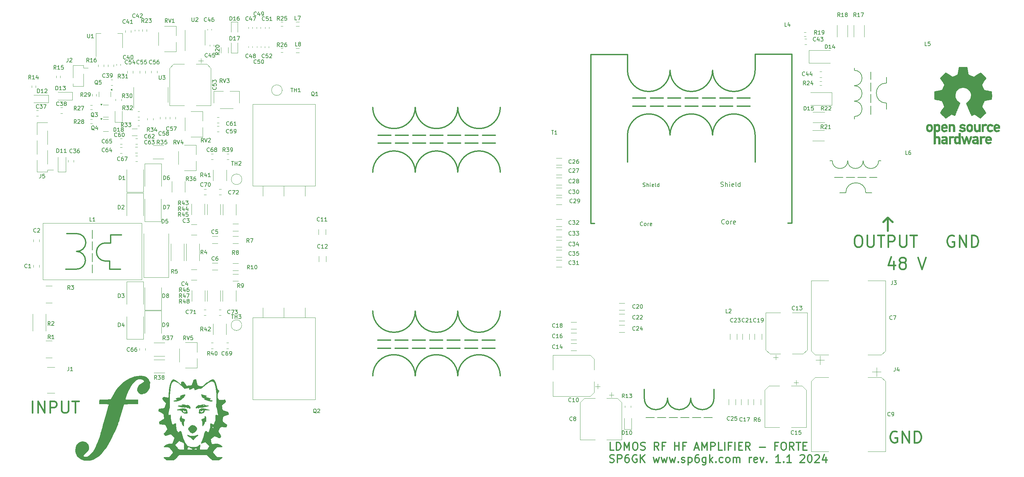
<source format=gbr>
%TF.GenerationSoftware,KiCad,Pcbnew,8.0.4-8.0.4-0~ubuntu22.04.1*%
%TF.CreationDate,2024-09-01T09:55:56+02:00*%
%TF.ProjectId,Forte_PA_Deck,466f7274-655f-4504-915f-4465636b2e6b,1.0*%
%TF.SameCoordinates,Original*%
%TF.FileFunction,Legend,Top*%
%TF.FilePolarity,Positive*%
%FSLAX46Y46*%
G04 Gerber Fmt 4.6, Leading zero omitted, Abs format (unit mm)*
G04 Created by KiCad (PCBNEW 8.0.4-8.0.4-0~ubuntu22.04.1) date 2024-09-01 09:55:56*
%MOMM*%
%LPD*%
G01*
G04 APERTURE LIST*
%ADD10C,0.500000*%
%ADD11C,0.400000*%
%ADD12C,0.300000*%
%ADD13C,0.150000*%
%ADD14C,0.120000*%
%ADD15C,0.200000*%
%ADD16C,0.000000*%
%ADD17C,0.010000*%
G04 APERTURE END LIST*
D10*
X250250000Y-87000000D02*
X249000000Y-88250000D01*
X250250000Y-87000000D02*
X251500000Y-88250000D01*
X250250000Y-90500000D02*
X250250000Y-87000000D01*
D11*
X251763157Y-98362057D02*
X251763157Y-100362057D01*
X251048871Y-97219200D02*
X250334585Y-99362057D01*
X250334585Y-99362057D02*
X252191728Y-99362057D01*
X253763157Y-98647771D02*
X253477442Y-98504914D01*
X253477442Y-98504914D02*
X253334585Y-98362057D01*
X253334585Y-98362057D02*
X253191728Y-98076342D01*
X253191728Y-98076342D02*
X253191728Y-97933485D01*
X253191728Y-97933485D02*
X253334585Y-97647771D01*
X253334585Y-97647771D02*
X253477442Y-97504914D01*
X253477442Y-97504914D02*
X253763157Y-97362057D01*
X253763157Y-97362057D02*
X254334585Y-97362057D01*
X254334585Y-97362057D02*
X254620300Y-97504914D01*
X254620300Y-97504914D02*
X254763157Y-97647771D01*
X254763157Y-97647771D02*
X254906014Y-97933485D01*
X254906014Y-97933485D02*
X254906014Y-98076342D01*
X254906014Y-98076342D02*
X254763157Y-98362057D01*
X254763157Y-98362057D02*
X254620300Y-98504914D01*
X254620300Y-98504914D02*
X254334585Y-98647771D01*
X254334585Y-98647771D02*
X253763157Y-98647771D01*
X253763157Y-98647771D02*
X253477442Y-98790628D01*
X253477442Y-98790628D02*
X253334585Y-98933485D01*
X253334585Y-98933485D02*
X253191728Y-99219200D01*
X253191728Y-99219200D02*
X253191728Y-99790628D01*
X253191728Y-99790628D02*
X253334585Y-100076342D01*
X253334585Y-100076342D02*
X253477442Y-100219200D01*
X253477442Y-100219200D02*
X253763157Y-100362057D01*
X253763157Y-100362057D02*
X254334585Y-100362057D01*
X254334585Y-100362057D02*
X254620300Y-100219200D01*
X254620300Y-100219200D02*
X254763157Y-100076342D01*
X254763157Y-100076342D02*
X254906014Y-99790628D01*
X254906014Y-99790628D02*
X254906014Y-99219200D01*
X254906014Y-99219200D02*
X254763157Y-98933485D01*
X254763157Y-98933485D02*
X254620300Y-98790628D01*
X254620300Y-98790628D02*
X254334585Y-98647771D01*
X258048871Y-97362057D02*
X259048871Y-100362057D01*
X259048871Y-100362057D02*
X260048871Y-97362057D01*
X252548871Y-142504914D02*
X252263157Y-142362057D01*
X252263157Y-142362057D02*
X251834585Y-142362057D01*
X251834585Y-142362057D02*
X251406014Y-142504914D01*
X251406014Y-142504914D02*
X251120299Y-142790628D01*
X251120299Y-142790628D02*
X250977442Y-143076342D01*
X250977442Y-143076342D02*
X250834585Y-143647771D01*
X250834585Y-143647771D02*
X250834585Y-144076342D01*
X250834585Y-144076342D02*
X250977442Y-144647771D01*
X250977442Y-144647771D02*
X251120299Y-144933485D01*
X251120299Y-144933485D02*
X251406014Y-145219200D01*
X251406014Y-145219200D02*
X251834585Y-145362057D01*
X251834585Y-145362057D02*
X252120299Y-145362057D01*
X252120299Y-145362057D02*
X252548871Y-145219200D01*
X252548871Y-145219200D02*
X252691728Y-145076342D01*
X252691728Y-145076342D02*
X252691728Y-144076342D01*
X252691728Y-144076342D02*
X252120299Y-144076342D01*
X253977442Y-145362057D02*
X253977442Y-142362057D01*
X253977442Y-142362057D02*
X255691728Y-145362057D01*
X255691728Y-145362057D02*
X255691728Y-142362057D01*
X257120299Y-145362057D02*
X257120299Y-142362057D01*
X257120299Y-142362057D02*
X257834585Y-142362057D01*
X257834585Y-142362057D02*
X258263156Y-142504914D01*
X258263156Y-142504914D02*
X258548871Y-142790628D01*
X258548871Y-142790628D02*
X258691728Y-143076342D01*
X258691728Y-143076342D02*
X258834585Y-143647771D01*
X258834585Y-143647771D02*
X258834585Y-144076342D01*
X258834585Y-144076342D02*
X258691728Y-144647771D01*
X258691728Y-144647771D02*
X258548871Y-144933485D01*
X258548871Y-144933485D02*
X258263156Y-145219200D01*
X258263156Y-145219200D02*
X257834585Y-145362057D01*
X257834585Y-145362057D02*
X257120299Y-145362057D01*
D12*
X179375939Y-147269750D02*
X178423558Y-147269750D01*
X178423558Y-147269750D02*
X178423558Y-145269750D01*
X180042606Y-147269750D02*
X180042606Y-145269750D01*
X180042606Y-145269750D02*
X180518796Y-145269750D01*
X180518796Y-145269750D02*
X180804511Y-145364988D01*
X180804511Y-145364988D02*
X180994987Y-145555464D01*
X180994987Y-145555464D02*
X181090225Y-145745940D01*
X181090225Y-145745940D02*
X181185463Y-146126892D01*
X181185463Y-146126892D02*
X181185463Y-146412607D01*
X181185463Y-146412607D02*
X181090225Y-146793559D01*
X181090225Y-146793559D02*
X180994987Y-146984035D01*
X180994987Y-146984035D02*
X180804511Y-147174512D01*
X180804511Y-147174512D02*
X180518796Y-147269750D01*
X180518796Y-147269750D02*
X180042606Y-147269750D01*
X182042606Y-147269750D02*
X182042606Y-145269750D01*
X182042606Y-145269750D02*
X182709273Y-146698321D01*
X182709273Y-146698321D02*
X183375939Y-145269750D01*
X183375939Y-145269750D02*
X183375939Y-147269750D01*
X184709272Y-145269750D02*
X185090225Y-145269750D01*
X185090225Y-145269750D02*
X185280701Y-145364988D01*
X185280701Y-145364988D02*
X185471177Y-145555464D01*
X185471177Y-145555464D02*
X185566415Y-145936416D01*
X185566415Y-145936416D02*
X185566415Y-146603083D01*
X185566415Y-146603083D02*
X185471177Y-146984035D01*
X185471177Y-146984035D02*
X185280701Y-147174512D01*
X185280701Y-147174512D02*
X185090225Y-147269750D01*
X185090225Y-147269750D02*
X184709272Y-147269750D01*
X184709272Y-147269750D02*
X184518796Y-147174512D01*
X184518796Y-147174512D02*
X184328320Y-146984035D01*
X184328320Y-146984035D02*
X184233082Y-146603083D01*
X184233082Y-146603083D02*
X184233082Y-145936416D01*
X184233082Y-145936416D02*
X184328320Y-145555464D01*
X184328320Y-145555464D02*
X184518796Y-145364988D01*
X184518796Y-145364988D02*
X184709272Y-145269750D01*
X186328320Y-147174512D02*
X186614034Y-147269750D01*
X186614034Y-147269750D02*
X187090225Y-147269750D01*
X187090225Y-147269750D02*
X187280701Y-147174512D01*
X187280701Y-147174512D02*
X187375939Y-147079273D01*
X187375939Y-147079273D02*
X187471177Y-146888797D01*
X187471177Y-146888797D02*
X187471177Y-146698321D01*
X187471177Y-146698321D02*
X187375939Y-146507845D01*
X187375939Y-146507845D02*
X187280701Y-146412607D01*
X187280701Y-146412607D02*
X187090225Y-146317369D01*
X187090225Y-146317369D02*
X186709272Y-146222131D01*
X186709272Y-146222131D02*
X186518796Y-146126892D01*
X186518796Y-146126892D02*
X186423558Y-146031654D01*
X186423558Y-146031654D02*
X186328320Y-145841178D01*
X186328320Y-145841178D02*
X186328320Y-145650702D01*
X186328320Y-145650702D02*
X186423558Y-145460226D01*
X186423558Y-145460226D02*
X186518796Y-145364988D01*
X186518796Y-145364988D02*
X186709272Y-145269750D01*
X186709272Y-145269750D02*
X187185463Y-145269750D01*
X187185463Y-145269750D02*
X187471177Y-145364988D01*
X190994987Y-147269750D02*
X190328320Y-146317369D01*
X189852130Y-147269750D02*
X189852130Y-145269750D01*
X189852130Y-145269750D02*
X190614035Y-145269750D01*
X190614035Y-145269750D02*
X190804511Y-145364988D01*
X190804511Y-145364988D02*
X190899749Y-145460226D01*
X190899749Y-145460226D02*
X190994987Y-145650702D01*
X190994987Y-145650702D02*
X190994987Y-145936416D01*
X190994987Y-145936416D02*
X190899749Y-146126892D01*
X190899749Y-146126892D02*
X190804511Y-146222131D01*
X190804511Y-146222131D02*
X190614035Y-146317369D01*
X190614035Y-146317369D02*
X189852130Y-146317369D01*
X192518797Y-146222131D02*
X191852130Y-146222131D01*
X191852130Y-147269750D02*
X191852130Y-145269750D01*
X191852130Y-145269750D02*
X192804511Y-145269750D01*
X195090226Y-147269750D02*
X195090226Y-145269750D01*
X195090226Y-146222131D02*
X196233083Y-146222131D01*
X196233083Y-147269750D02*
X196233083Y-145269750D01*
X197852131Y-146222131D02*
X197185464Y-146222131D01*
X197185464Y-147269750D02*
X197185464Y-145269750D01*
X197185464Y-145269750D02*
X198137845Y-145269750D01*
X200328322Y-146698321D02*
X201280703Y-146698321D01*
X200137846Y-147269750D02*
X200804512Y-145269750D01*
X200804512Y-145269750D02*
X201471179Y-147269750D01*
X202137846Y-147269750D02*
X202137846Y-145269750D01*
X202137846Y-145269750D02*
X202804513Y-146698321D01*
X202804513Y-146698321D02*
X203471179Y-145269750D01*
X203471179Y-145269750D02*
X203471179Y-147269750D01*
X204423560Y-147269750D02*
X204423560Y-145269750D01*
X204423560Y-145269750D02*
X205185465Y-145269750D01*
X205185465Y-145269750D02*
X205375941Y-145364988D01*
X205375941Y-145364988D02*
X205471179Y-145460226D01*
X205471179Y-145460226D02*
X205566417Y-145650702D01*
X205566417Y-145650702D02*
X205566417Y-145936416D01*
X205566417Y-145936416D02*
X205471179Y-146126892D01*
X205471179Y-146126892D02*
X205375941Y-146222131D01*
X205375941Y-146222131D02*
X205185465Y-146317369D01*
X205185465Y-146317369D02*
X204423560Y-146317369D01*
X207375941Y-147269750D02*
X206423560Y-147269750D01*
X206423560Y-147269750D02*
X206423560Y-145269750D01*
X208042608Y-147269750D02*
X208042608Y-145269750D01*
X209661656Y-146222131D02*
X208994989Y-146222131D01*
X208994989Y-147269750D02*
X208994989Y-145269750D01*
X208994989Y-145269750D02*
X209947370Y-145269750D01*
X210709275Y-147269750D02*
X210709275Y-145269750D01*
X211661656Y-146222131D02*
X212328323Y-146222131D01*
X212614037Y-147269750D02*
X211661656Y-147269750D01*
X211661656Y-147269750D02*
X211661656Y-145269750D01*
X211661656Y-145269750D02*
X212614037Y-145269750D01*
X214614037Y-147269750D02*
X213947370Y-146317369D01*
X213471180Y-147269750D02*
X213471180Y-145269750D01*
X213471180Y-145269750D02*
X214233085Y-145269750D01*
X214233085Y-145269750D02*
X214423561Y-145364988D01*
X214423561Y-145364988D02*
X214518799Y-145460226D01*
X214518799Y-145460226D02*
X214614037Y-145650702D01*
X214614037Y-145650702D02*
X214614037Y-145936416D01*
X214614037Y-145936416D02*
X214518799Y-146126892D01*
X214518799Y-146126892D02*
X214423561Y-146222131D01*
X214423561Y-146222131D02*
X214233085Y-146317369D01*
X214233085Y-146317369D02*
X213471180Y-146317369D01*
X216994990Y-146507845D02*
X218518800Y-146507845D01*
X221661657Y-146222131D02*
X220994990Y-146222131D01*
X220994990Y-147269750D02*
X220994990Y-145269750D01*
X220994990Y-145269750D02*
X221947371Y-145269750D01*
X223090228Y-145269750D02*
X223471181Y-145269750D01*
X223471181Y-145269750D02*
X223661657Y-145364988D01*
X223661657Y-145364988D02*
X223852133Y-145555464D01*
X223852133Y-145555464D02*
X223947371Y-145936416D01*
X223947371Y-145936416D02*
X223947371Y-146603083D01*
X223947371Y-146603083D02*
X223852133Y-146984035D01*
X223852133Y-146984035D02*
X223661657Y-147174512D01*
X223661657Y-147174512D02*
X223471181Y-147269750D01*
X223471181Y-147269750D02*
X223090228Y-147269750D01*
X223090228Y-147269750D02*
X222899752Y-147174512D01*
X222899752Y-147174512D02*
X222709276Y-146984035D01*
X222709276Y-146984035D02*
X222614038Y-146603083D01*
X222614038Y-146603083D02*
X222614038Y-145936416D01*
X222614038Y-145936416D02*
X222709276Y-145555464D01*
X222709276Y-145555464D02*
X222899752Y-145364988D01*
X222899752Y-145364988D02*
X223090228Y-145269750D01*
X225947371Y-147269750D02*
X225280704Y-146317369D01*
X224804514Y-147269750D02*
X224804514Y-145269750D01*
X224804514Y-145269750D02*
X225566419Y-145269750D01*
X225566419Y-145269750D02*
X225756895Y-145364988D01*
X225756895Y-145364988D02*
X225852133Y-145460226D01*
X225852133Y-145460226D02*
X225947371Y-145650702D01*
X225947371Y-145650702D02*
X225947371Y-145936416D01*
X225947371Y-145936416D02*
X225852133Y-146126892D01*
X225852133Y-146126892D02*
X225756895Y-146222131D01*
X225756895Y-146222131D02*
X225566419Y-146317369D01*
X225566419Y-146317369D02*
X224804514Y-146317369D01*
X226518800Y-145269750D02*
X227661657Y-145269750D01*
X227090228Y-147269750D02*
X227090228Y-145269750D01*
X228328324Y-146222131D02*
X228994991Y-146222131D01*
X229280705Y-147269750D02*
X228328324Y-147269750D01*
X228328324Y-147269750D02*
X228328324Y-145269750D01*
X228328324Y-145269750D02*
X229280705Y-145269750D01*
X178328320Y-150394400D02*
X178614034Y-150489638D01*
X178614034Y-150489638D02*
X179090225Y-150489638D01*
X179090225Y-150489638D02*
X179280701Y-150394400D01*
X179280701Y-150394400D02*
X179375939Y-150299161D01*
X179375939Y-150299161D02*
X179471177Y-150108685D01*
X179471177Y-150108685D02*
X179471177Y-149918209D01*
X179471177Y-149918209D02*
X179375939Y-149727733D01*
X179375939Y-149727733D02*
X179280701Y-149632495D01*
X179280701Y-149632495D02*
X179090225Y-149537257D01*
X179090225Y-149537257D02*
X178709272Y-149442019D01*
X178709272Y-149442019D02*
X178518796Y-149346780D01*
X178518796Y-149346780D02*
X178423558Y-149251542D01*
X178423558Y-149251542D02*
X178328320Y-149061066D01*
X178328320Y-149061066D02*
X178328320Y-148870590D01*
X178328320Y-148870590D02*
X178423558Y-148680114D01*
X178423558Y-148680114D02*
X178518796Y-148584876D01*
X178518796Y-148584876D02*
X178709272Y-148489638D01*
X178709272Y-148489638D02*
X179185463Y-148489638D01*
X179185463Y-148489638D02*
X179471177Y-148584876D01*
X180328320Y-150489638D02*
X180328320Y-148489638D01*
X180328320Y-148489638D02*
X181090225Y-148489638D01*
X181090225Y-148489638D02*
X181280701Y-148584876D01*
X181280701Y-148584876D02*
X181375939Y-148680114D01*
X181375939Y-148680114D02*
X181471177Y-148870590D01*
X181471177Y-148870590D02*
X181471177Y-149156304D01*
X181471177Y-149156304D02*
X181375939Y-149346780D01*
X181375939Y-149346780D02*
X181280701Y-149442019D01*
X181280701Y-149442019D02*
X181090225Y-149537257D01*
X181090225Y-149537257D02*
X180328320Y-149537257D01*
X183185463Y-148489638D02*
X182804510Y-148489638D01*
X182804510Y-148489638D02*
X182614034Y-148584876D01*
X182614034Y-148584876D02*
X182518796Y-148680114D01*
X182518796Y-148680114D02*
X182328320Y-148965828D01*
X182328320Y-148965828D02*
X182233082Y-149346780D01*
X182233082Y-149346780D02*
X182233082Y-150108685D01*
X182233082Y-150108685D02*
X182328320Y-150299161D01*
X182328320Y-150299161D02*
X182423558Y-150394400D01*
X182423558Y-150394400D02*
X182614034Y-150489638D01*
X182614034Y-150489638D02*
X182994987Y-150489638D01*
X182994987Y-150489638D02*
X183185463Y-150394400D01*
X183185463Y-150394400D02*
X183280701Y-150299161D01*
X183280701Y-150299161D02*
X183375939Y-150108685D01*
X183375939Y-150108685D02*
X183375939Y-149632495D01*
X183375939Y-149632495D02*
X183280701Y-149442019D01*
X183280701Y-149442019D02*
X183185463Y-149346780D01*
X183185463Y-149346780D02*
X182994987Y-149251542D01*
X182994987Y-149251542D02*
X182614034Y-149251542D01*
X182614034Y-149251542D02*
X182423558Y-149346780D01*
X182423558Y-149346780D02*
X182328320Y-149442019D01*
X182328320Y-149442019D02*
X182233082Y-149632495D01*
X185280701Y-148584876D02*
X185090225Y-148489638D01*
X185090225Y-148489638D02*
X184804511Y-148489638D01*
X184804511Y-148489638D02*
X184518796Y-148584876D01*
X184518796Y-148584876D02*
X184328320Y-148775352D01*
X184328320Y-148775352D02*
X184233082Y-148965828D01*
X184233082Y-148965828D02*
X184137844Y-149346780D01*
X184137844Y-149346780D02*
X184137844Y-149632495D01*
X184137844Y-149632495D02*
X184233082Y-150013447D01*
X184233082Y-150013447D02*
X184328320Y-150203923D01*
X184328320Y-150203923D02*
X184518796Y-150394400D01*
X184518796Y-150394400D02*
X184804511Y-150489638D01*
X184804511Y-150489638D02*
X184994987Y-150489638D01*
X184994987Y-150489638D02*
X185280701Y-150394400D01*
X185280701Y-150394400D02*
X185375939Y-150299161D01*
X185375939Y-150299161D02*
X185375939Y-149632495D01*
X185375939Y-149632495D02*
X184994987Y-149632495D01*
X186233082Y-150489638D02*
X186233082Y-148489638D01*
X187375939Y-150489638D02*
X186518796Y-149346780D01*
X187375939Y-148489638D02*
X186233082Y-149632495D01*
X189566416Y-149156304D02*
X189947368Y-150489638D01*
X189947368Y-150489638D02*
X190328321Y-149537257D01*
X190328321Y-149537257D02*
X190709273Y-150489638D01*
X190709273Y-150489638D02*
X191090225Y-149156304D01*
X191661654Y-149156304D02*
X192042606Y-150489638D01*
X192042606Y-150489638D02*
X192423559Y-149537257D01*
X192423559Y-149537257D02*
X192804511Y-150489638D01*
X192804511Y-150489638D02*
X193185463Y-149156304D01*
X193756892Y-149156304D02*
X194137844Y-150489638D01*
X194137844Y-150489638D02*
X194518797Y-149537257D01*
X194518797Y-149537257D02*
X194899749Y-150489638D01*
X194899749Y-150489638D02*
X195280701Y-149156304D01*
X196042606Y-150299161D02*
X196137844Y-150394400D01*
X196137844Y-150394400D02*
X196042606Y-150489638D01*
X196042606Y-150489638D02*
X195947368Y-150394400D01*
X195947368Y-150394400D02*
X196042606Y-150299161D01*
X196042606Y-150299161D02*
X196042606Y-150489638D01*
X196899749Y-150394400D02*
X197090225Y-150489638D01*
X197090225Y-150489638D02*
X197471177Y-150489638D01*
X197471177Y-150489638D02*
X197661654Y-150394400D01*
X197661654Y-150394400D02*
X197756892Y-150203923D01*
X197756892Y-150203923D02*
X197756892Y-150108685D01*
X197756892Y-150108685D02*
X197661654Y-149918209D01*
X197661654Y-149918209D02*
X197471177Y-149822971D01*
X197471177Y-149822971D02*
X197185463Y-149822971D01*
X197185463Y-149822971D02*
X196994987Y-149727733D01*
X196994987Y-149727733D02*
X196899749Y-149537257D01*
X196899749Y-149537257D02*
X196899749Y-149442019D01*
X196899749Y-149442019D02*
X196994987Y-149251542D01*
X196994987Y-149251542D02*
X197185463Y-149156304D01*
X197185463Y-149156304D02*
X197471177Y-149156304D01*
X197471177Y-149156304D02*
X197661654Y-149251542D01*
X198614035Y-149156304D02*
X198614035Y-151156304D01*
X198614035Y-149251542D02*
X198804511Y-149156304D01*
X198804511Y-149156304D02*
X199185464Y-149156304D01*
X199185464Y-149156304D02*
X199375940Y-149251542D01*
X199375940Y-149251542D02*
X199471178Y-149346780D01*
X199471178Y-149346780D02*
X199566416Y-149537257D01*
X199566416Y-149537257D02*
X199566416Y-150108685D01*
X199566416Y-150108685D02*
X199471178Y-150299161D01*
X199471178Y-150299161D02*
X199375940Y-150394400D01*
X199375940Y-150394400D02*
X199185464Y-150489638D01*
X199185464Y-150489638D02*
X198804511Y-150489638D01*
X198804511Y-150489638D02*
X198614035Y-150394400D01*
X201280702Y-148489638D02*
X200899749Y-148489638D01*
X200899749Y-148489638D02*
X200709273Y-148584876D01*
X200709273Y-148584876D02*
X200614035Y-148680114D01*
X200614035Y-148680114D02*
X200423559Y-148965828D01*
X200423559Y-148965828D02*
X200328321Y-149346780D01*
X200328321Y-149346780D02*
X200328321Y-150108685D01*
X200328321Y-150108685D02*
X200423559Y-150299161D01*
X200423559Y-150299161D02*
X200518797Y-150394400D01*
X200518797Y-150394400D02*
X200709273Y-150489638D01*
X200709273Y-150489638D02*
X201090226Y-150489638D01*
X201090226Y-150489638D02*
X201280702Y-150394400D01*
X201280702Y-150394400D02*
X201375940Y-150299161D01*
X201375940Y-150299161D02*
X201471178Y-150108685D01*
X201471178Y-150108685D02*
X201471178Y-149632495D01*
X201471178Y-149632495D02*
X201375940Y-149442019D01*
X201375940Y-149442019D02*
X201280702Y-149346780D01*
X201280702Y-149346780D02*
X201090226Y-149251542D01*
X201090226Y-149251542D02*
X200709273Y-149251542D01*
X200709273Y-149251542D02*
X200518797Y-149346780D01*
X200518797Y-149346780D02*
X200423559Y-149442019D01*
X200423559Y-149442019D02*
X200328321Y-149632495D01*
X203185464Y-149156304D02*
X203185464Y-150775352D01*
X203185464Y-150775352D02*
X203090226Y-150965828D01*
X203090226Y-150965828D02*
X202994988Y-151061066D01*
X202994988Y-151061066D02*
X202804511Y-151156304D01*
X202804511Y-151156304D02*
X202518797Y-151156304D01*
X202518797Y-151156304D02*
X202328321Y-151061066D01*
X203185464Y-150394400D02*
X202994988Y-150489638D01*
X202994988Y-150489638D02*
X202614035Y-150489638D01*
X202614035Y-150489638D02*
X202423559Y-150394400D01*
X202423559Y-150394400D02*
X202328321Y-150299161D01*
X202328321Y-150299161D02*
X202233083Y-150108685D01*
X202233083Y-150108685D02*
X202233083Y-149537257D01*
X202233083Y-149537257D02*
X202328321Y-149346780D01*
X202328321Y-149346780D02*
X202423559Y-149251542D01*
X202423559Y-149251542D02*
X202614035Y-149156304D01*
X202614035Y-149156304D02*
X202994988Y-149156304D01*
X202994988Y-149156304D02*
X203185464Y-149251542D01*
X204137845Y-150489638D02*
X204137845Y-148489638D01*
X204328321Y-149727733D02*
X204899750Y-150489638D01*
X204899750Y-149156304D02*
X204137845Y-149918209D01*
X205756893Y-150299161D02*
X205852131Y-150394400D01*
X205852131Y-150394400D02*
X205756893Y-150489638D01*
X205756893Y-150489638D02*
X205661655Y-150394400D01*
X205661655Y-150394400D02*
X205756893Y-150299161D01*
X205756893Y-150299161D02*
X205756893Y-150489638D01*
X207566417Y-150394400D02*
X207375941Y-150489638D01*
X207375941Y-150489638D02*
X206994988Y-150489638D01*
X206994988Y-150489638D02*
X206804512Y-150394400D01*
X206804512Y-150394400D02*
X206709274Y-150299161D01*
X206709274Y-150299161D02*
X206614036Y-150108685D01*
X206614036Y-150108685D02*
X206614036Y-149537257D01*
X206614036Y-149537257D02*
X206709274Y-149346780D01*
X206709274Y-149346780D02*
X206804512Y-149251542D01*
X206804512Y-149251542D02*
X206994988Y-149156304D01*
X206994988Y-149156304D02*
X207375941Y-149156304D01*
X207375941Y-149156304D02*
X207566417Y-149251542D01*
X208709274Y-150489638D02*
X208518798Y-150394400D01*
X208518798Y-150394400D02*
X208423560Y-150299161D01*
X208423560Y-150299161D02*
X208328322Y-150108685D01*
X208328322Y-150108685D02*
X208328322Y-149537257D01*
X208328322Y-149537257D02*
X208423560Y-149346780D01*
X208423560Y-149346780D02*
X208518798Y-149251542D01*
X208518798Y-149251542D02*
X208709274Y-149156304D01*
X208709274Y-149156304D02*
X208994989Y-149156304D01*
X208994989Y-149156304D02*
X209185465Y-149251542D01*
X209185465Y-149251542D02*
X209280703Y-149346780D01*
X209280703Y-149346780D02*
X209375941Y-149537257D01*
X209375941Y-149537257D02*
X209375941Y-150108685D01*
X209375941Y-150108685D02*
X209280703Y-150299161D01*
X209280703Y-150299161D02*
X209185465Y-150394400D01*
X209185465Y-150394400D02*
X208994989Y-150489638D01*
X208994989Y-150489638D02*
X208709274Y-150489638D01*
X210233084Y-150489638D02*
X210233084Y-149156304D01*
X210233084Y-149346780D02*
X210328322Y-149251542D01*
X210328322Y-149251542D02*
X210518798Y-149156304D01*
X210518798Y-149156304D02*
X210804513Y-149156304D01*
X210804513Y-149156304D02*
X210994989Y-149251542D01*
X210994989Y-149251542D02*
X211090227Y-149442019D01*
X211090227Y-149442019D02*
X211090227Y-150489638D01*
X211090227Y-149442019D02*
X211185465Y-149251542D01*
X211185465Y-149251542D02*
X211375941Y-149156304D01*
X211375941Y-149156304D02*
X211661655Y-149156304D01*
X211661655Y-149156304D02*
X211852132Y-149251542D01*
X211852132Y-149251542D02*
X211947370Y-149442019D01*
X211947370Y-149442019D02*
X211947370Y-150489638D01*
X214423561Y-150489638D02*
X214423561Y-149156304D01*
X214423561Y-149537257D02*
X214518799Y-149346780D01*
X214518799Y-149346780D02*
X214614037Y-149251542D01*
X214614037Y-149251542D02*
X214804513Y-149156304D01*
X214804513Y-149156304D02*
X214994990Y-149156304D01*
X216423561Y-150394400D02*
X216233085Y-150489638D01*
X216233085Y-150489638D02*
X215852132Y-150489638D01*
X215852132Y-150489638D02*
X215661656Y-150394400D01*
X215661656Y-150394400D02*
X215566418Y-150203923D01*
X215566418Y-150203923D02*
X215566418Y-149442019D01*
X215566418Y-149442019D02*
X215661656Y-149251542D01*
X215661656Y-149251542D02*
X215852132Y-149156304D01*
X215852132Y-149156304D02*
X216233085Y-149156304D01*
X216233085Y-149156304D02*
X216423561Y-149251542D01*
X216423561Y-149251542D02*
X216518799Y-149442019D01*
X216518799Y-149442019D02*
X216518799Y-149632495D01*
X216518799Y-149632495D02*
X215566418Y-149822971D01*
X217185466Y-149156304D02*
X217661656Y-150489638D01*
X217661656Y-150489638D02*
X218137847Y-149156304D01*
X218899752Y-150299161D02*
X218994990Y-150394400D01*
X218994990Y-150394400D02*
X218899752Y-150489638D01*
X218899752Y-150489638D02*
X218804514Y-150394400D01*
X218804514Y-150394400D02*
X218899752Y-150299161D01*
X218899752Y-150299161D02*
X218899752Y-150489638D01*
X222423562Y-150489638D02*
X221280705Y-150489638D01*
X221852133Y-150489638D02*
X221852133Y-148489638D01*
X221852133Y-148489638D02*
X221661657Y-148775352D01*
X221661657Y-148775352D02*
X221471181Y-148965828D01*
X221471181Y-148965828D02*
X221280705Y-149061066D01*
X223280705Y-150299161D02*
X223375943Y-150394400D01*
X223375943Y-150394400D02*
X223280705Y-150489638D01*
X223280705Y-150489638D02*
X223185467Y-150394400D01*
X223185467Y-150394400D02*
X223280705Y-150299161D01*
X223280705Y-150299161D02*
X223280705Y-150489638D01*
X225280705Y-150489638D02*
X224137848Y-150489638D01*
X224709276Y-150489638D02*
X224709276Y-148489638D01*
X224709276Y-148489638D02*
X224518800Y-148775352D01*
X224518800Y-148775352D02*
X224328324Y-148965828D01*
X224328324Y-148965828D02*
X224137848Y-149061066D01*
X227566420Y-148680114D02*
X227661658Y-148584876D01*
X227661658Y-148584876D02*
X227852134Y-148489638D01*
X227852134Y-148489638D02*
X228328325Y-148489638D01*
X228328325Y-148489638D02*
X228518801Y-148584876D01*
X228518801Y-148584876D02*
X228614039Y-148680114D01*
X228614039Y-148680114D02*
X228709277Y-148870590D01*
X228709277Y-148870590D02*
X228709277Y-149061066D01*
X228709277Y-149061066D02*
X228614039Y-149346780D01*
X228614039Y-149346780D02*
X227471182Y-150489638D01*
X227471182Y-150489638D02*
X228709277Y-150489638D01*
X229947372Y-148489638D02*
X230137849Y-148489638D01*
X230137849Y-148489638D02*
X230328325Y-148584876D01*
X230328325Y-148584876D02*
X230423563Y-148680114D01*
X230423563Y-148680114D02*
X230518801Y-148870590D01*
X230518801Y-148870590D02*
X230614039Y-149251542D01*
X230614039Y-149251542D02*
X230614039Y-149727733D01*
X230614039Y-149727733D02*
X230518801Y-150108685D01*
X230518801Y-150108685D02*
X230423563Y-150299161D01*
X230423563Y-150299161D02*
X230328325Y-150394400D01*
X230328325Y-150394400D02*
X230137849Y-150489638D01*
X230137849Y-150489638D02*
X229947372Y-150489638D01*
X229947372Y-150489638D02*
X229756896Y-150394400D01*
X229756896Y-150394400D02*
X229661658Y-150299161D01*
X229661658Y-150299161D02*
X229566420Y-150108685D01*
X229566420Y-150108685D02*
X229471182Y-149727733D01*
X229471182Y-149727733D02*
X229471182Y-149251542D01*
X229471182Y-149251542D02*
X229566420Y-148870590D01*
X229566420Y-148870590D02*
X229661658Y-148680114D01*
X229661658Y-148680114D02*
X229756896Y-148584876D01*
X229756896Y-148584876D02*
X229947372Y-148489638D01*
X231375944Y-148680114D02*
X231471182Y-148584876D01*
X231471182Y-148584876D02*
X231661658Y-148489638D01*
X231661658Y-148489638D02*
X232137849Y-148489638D01*
X232137849Y-148489638D02*
X232328325Y-148584876D01*
X232328325Y-148584876D02*
X232423563Y-148680114D01*
X232423563Y-148680114D02*
X232518801Y-148870590D01*
X232518801Y-148870590D02*
X232518801Y-149061066D01*
X232518801Y-149061066D02*
X232423563Y-149346780D01*
X232423563Y-149346780D02*
X231280706Y-150489638D01*
X231280706Y-150489638D02*
X232518801Y-150489638D01*
X234233087Y-149156304D02*
X234233087Y-150489638D01*
X233756896Y-148394400D02*
X233280706Y-149822971D01*
X233280706Y-149822971D02*
X234518801Y-149822971D01*
D11*
X28977442Y-137612057D02*
X28977442Y-134612057D01*
X30406013Y-137612057D02*
X30406013Y-134612057D01*
X30406013Y-134612057D02*
X32120299Y-137612057D01*
X32120299Y-137612057D02*
X32120299Y-134612057D01*
X33548870Y-137612057D02*
X33548870Y-134612057D01*
X33548870Y-134612057D02*
X34691727Y-134612057D01*
X34691727Y-134612057D02*
X34977442Y-134754914D01*
X34977442Y-134754914D02*
X35120299Y-134897771D01*
X35120299Y-134897771D02*
X35263156Y-135183485D01*
X35263156Y-135183485D02*
X35263156Y-135612057D01*
X35263156Y-135612057D02*
X35120299Y-135897771D01*
X35120299Y-135897771D02*
X34977442Y-136040628D01*
X34977442Y-136040628D02*
X34691727Y-136183485D01*
X34691727Y-136183485D02*
X33548870Y-136183485D01*
X36548870Y-134612057D02*
X36548870Y-137040628D01*
X36548870Y-137040628D02*
X36691727Y-137326342D01*
X36691727Y-137326342D02*
X36834585Y-137469200D01*
X36834585Y-137469200D02*
X37120299Y-137612057D01*
X37120299Y-137612057D02*
X37691727Y-137612057D01*
X37691727Y-137612057D02*
X37977442Y-137469200D01*
X37977442Y-137469200D02*
X38120299Y-137326342D01*
X38120299Y-137326342D02*
X38263156Y-137040628D01*
X38263156Y-137040628D02*
X38263156Y-134612057D01*
X39263156Y-134612057D02*
X40977442Y-134612057D01*
X40120299Y-137612057D02*
X40120299Y-134612057D01*
X267298871Y-91754914D02*
X267013157Y-91612057D01*
X267013157Y-91612057D02*
X266584585Y-91612057D01*
X266584585Y-91612057D02*
X266156014Y-91754914D01*
X266156014Y-91754914D02*
X265870299Y-92040628D01*
X265870299Y-92040628D02*
X265727442Y-92326342D01*
X265727442Y-92326342D02*
X265584585Y-92897771D01*
X265584585Y-92897771D02*
X265584585Y-93326342D01*
X265584585Y-93326342D02*
X265727442Y-93897771D01*
X265727442Y-93897771D02*
X265870299Y-94183485D01*
X265870299Y-94183485D02*
X266156014Y-94469200D01*
X266156014Y-94469200D02*
X266584585Y-94612057D01*
X266584585Y-94612057D02*
X266870299Y-94612057D01*
X266870299Y-94612057D02*
X267298871Y-94469200D01*
X267298871Y-94469200D02*
X267441728Y-94326342D01*
X267441728Y-94326342D02*
X267441728Y-93326342D01*
X267441728Y-93326342D02*
X266870299Y-93326342D01*
X268727442Y-94612057D02*
X268727442Y-91612057D01*
X268727442Y-91612057D02*
X270441728Y-94612057D01*
X270441728Y-94612057D02*
X270441728Y-91612057D01*
X271870299Y-94612057D02*
X271870299Y-91612057D01*
X271870299Y-91612057D02*
X272584585Y-91612057D01*
X272584585Y-91612057D02*
X273013156Y-91754914D01*
X273013156Y-91754914D02*
X273298871Y-92040628D01*
X273298871Y-92040628D02*
X273441728Y-92326342D01*
X273441728Y-92326342D02*
X273584585Y-92897771D01*
X273584585Y-92897771D02*
X273584585Y-93326342D01*
X273584585Y-93326342D02*
X273441728Y-93897771D01*
X273441728Y-93897771D02*
X273298871Y-94183485D01*
X273298871Y-94183485D02*
X273013156Y-94469200D01*
X273013156Y-94469200D02*
X272584585Y-94612057D01*
X272584585Y-94612057D02*
X271870299Y-94612057D01*
X242298871Y-91612057D02*
X242870299Y-91612057D01*
X242870299Y-91612057D02*
X243156014Y-91754914D01*
X243156014Y-91754914D02*
X243441728Y-92040628D01*
X243441728Y-92040628D02*
X243584585Y-92612057D01*
X243584585Y-92612057D02*
X243584585Y-93612057D01*
X243584585Y-93612057D02*
X243441728Y-94183485D01*
X243441728Y-94183485D02*
X243156014Y-94469200D01*
X243156014Y-94469200D02*
X242870299Y-94612057D01*
X242870299Y-94612057D02*
X242298871Y-94612057D01*
X242298871Y-94612057D02*
X242013157Y-94469200D01*
X242013157Y-94469200D02*
X241727442Y-94183485D01*
X241727442Y-94183485D02*
X241584585Y-93612057D01*
X241584585Y-93612057D02*
X241584585Y-92612057D01*
X241584585Y-92612057D02*
X241727442Y-92040628D01*
X241727442Y-92040628D02*
X242013157Y-91754914D01*
X242013157Y-91754914D02*
X242298871Y-91612057D01*
X244870299Y-91612057D02*
X244870299Y-94040628D01*
X244870299Y-94040628D02*
X245013156Y-94326342D01*
X245013156Y-94326342D02*
X245156014Y-94469200D01*
X245156014Y-94469200D02*
X245441728Y-94612057D01*
X245441728Y-94612057D02*
X246013156Y-94612057D01*
X246013156Y-94612057D02*
X246298871Y-94469200D01*
X246298871Y-94469200D02*
X246441728Y-94326342D01*
X246441728Y-94326342D02*
X246584585Y-94040628D01*
X246584585Y-94040628D02*
X246584585Y-91612057D01*
X247584585Y-91612057D02*
X249298871Y-91612057D01*
X248441728Y-94612057D02*
X248441728Y-91612057D01*
X250298870Y-94612057D02*
X250298870Y-91612057D01*
X250298870Y-91612057D02*
X251441727Y-91612057D01*
X251441727Y-91612057D02*
X251727442Y-91754914D01*
X251727442Y-91754914D02*
X251870299Y-91897771D01*
X251870299Y-91897771D02*
X252013156Y-92183485D01*
X252013156Y-92183485D02*
X252013156Y-92612057D01*
X252013156Y-92612057D02*
X251870299Y-92897771D01*
X251870299Y-92897771D02*
X251727442Y-93040628D01*
X251727442Y-93040628D02*
X251441727Y-93183485D01*
X251441727Y-93183485D02*
X250298870Y-93183485D01*
X253298870Y-91612057D02*
X253298870Y-94040628D01*
X253298870Y-94040628D02*
X253441727Y-94326342D01*
X253441727Y-94326342D02*
X253584585Y-94469200D01*
X253584585Y-94469200D02*
X253870299Y-94612057D01*
X253870299Y-94612057D02*
X254441727Y-94612057D01*
X254441727Y-94612057D02*
X254727442Y-94469200D01*
X254727442Y-94469200D02*
X254870299Y-94326342D01*
X254870299Y-94326342D02*
X255013156Y-94040628D01*
X255013156Y-94040628D02*
X255013156Y-91612057D01*
X256013156Y-91612057D02*
X257727442Y-91612057D01*
X256870299Y-94612057D02*
X256870299Y-91612057D01*
D13*
X45904761Y-52550057D02*
X45809523Y-52502438D01*
X45809523Y-52502438D02*
X45714285Y-52407200D01*
X45714285Y-52407200D02*
X45571428Y-52264342D01*
X45571428Y-52264342D02*
X45476190Y-52216723D01*
X45476190Y-52216723D02*
X45380952Y-52216723D01*
X45428571Y-52454819D02*
X45333333Y-52407200D01*
X45333333Y-52407200D02*
X45238095Y-52311961D01*
X45238095Y-52311961D02*
X45190476Y-52121485D01*
X45190476Y-52121485D02*
X45190476Y-51788152D01*
X45190476Y-51788152D02*
X45238095Y-51597676D01*
X45238095Y-51597676D02*
X45333333Y-51502438D01*
X45333333Y-51502438D02*
X45428571Y-51454819D01*
X45428571Y-51454819D02*
X45619047Y-51454819D01*
X45619047Y-51454819D02*
X45714285Y-51502438D01*
X45714285Y-51502438D02*
X45809523Y-51597676D01*
X45809523Y-51597676D02*
X45857142Y-51788152D01*
X45857142Y-51788152D02*
X45857142Y-52121485D01*
X45857142Y-52121485D02*
X45809523Y-52311961D01*
X45809523Y-52311961D02*
X45714285Y-52407200D01*
X45714285Y-52407200D02*
X45619047Y-52454819D01*
X45619047Y-52454819D02*
X45428571Y-52454819D01*
X46761904Y-51454819D02*
X46285714Y-51454819D01*
X46285714Y-51454819D02*
X46238095Y-51931009D01*
X46238095Y-51931009D02*
X46285714Y-51883390D01*
X46285714Y-51883390D02*
X46380952Y-51835771D01*
X46380952Y-51835771D02*
X46619047Y-51835771D01*
X46619047Y-51835771D02*
X46714285Y-51883390D01*
X46714285Y-51883390D02*
X46761904Y-51931009D01*
X46761904Y-51931009D02*
X46809523Y-52026247D01*
X46809523Y-52026247D02*
X46809523Y-52264342D01*
X46809523Y-52264342D02*
X46761904Y-52359580D01*
X46761904Y-52359580D02*
X46714285Y-52407200D01*
X46714285Y-52407200D02*
X46619047Y-52454819D01*
X46619047Y-52454819D02*
X46380952Y-52454819D01*
X46380952Y-52454819D02*
X46285714Y-52407200D01*
X46285714Y-52407200D02*
X46238095Y-52359580D01*
X45004761Y-64350057D02*
X44909523Y-64302438D01*
X44909523Y-64302438D02*
X44814285Y-64207200D01*
X44814285Y-64207200D02*
X44671428Y-64064342D01*
X44671428Y-64064342D02*
X44576190Y-64016723D01*
X44576190Y-64016723D02*
X44480952Y-64016723D01*
X44528571Y-64254819D02*
X44433333Y-64207200D01*
X44433333Y-64207200D02*
X44338095Y-64111961D01*
X44338095Y-64111961D02*
X44290476Y-63921485D01*
X44290476Y-63921485D02*
X44290476Y-63588152D01*
X44290476Y-63588152D02*
X44338095Y-63397676D01*
X44338095Y-63397676D02*
X44433333Y-63302438D01*
X44433333Y-63302438D02*
X44528571Y-63254819D01*
X44528571Y-63254819D02*
X44719047Y-63254819D01*
X44719047Y-63254819D02*
X44814285Y-63302438D01*
X44814285Y-63302438D02*
X44909523Y-63397676D01*
X44909523Y-63397676D02*
X44957142Y-63588152D01*
X44957142Y-63588152D02*
X44957142Y-63921485D01*
X44957142Y-63921485D02*
X44909523Y-64111961D01*
X44909523Y-64111961D02*
X44814285Y-64207200D01*
X44814285Y-64207200D02*
X44719047Y-64254819D01*
X44719047Y-64254819D02*
X44528571Y-64254819D01*
X45814285Y-63588152D02*
X45814285Y-64254819D01*
X45576190Y-63207200D02*
X45338095Y-63921485D01*
X45338095Y-63921485D02*
X45957142Y-63921485D01*
X44904761Y-60950057D02*
X44809523Y-60902438D01*
X44809523Y-60902438D02*
X44714285Y-60807200D01*
X44714285Y-60807200D02*
X44571428Y-60664342D01*
X44571428Y-60664342D02*
X44476190Y-60616723D01*
X44476190Y-60616723D02*
X44380952Y-60616723D01*
X44428571Y-60854819D02*
X44333333Y-60807200D01*
X44333333Y-60807200D02*
X44238095Y-60711961D01*
X44238095Y-60711961D02*
X44190476Y-60521485D01*
X44190476Y-60521485D02*
X44190476Y-60188152D01*
X44190476Y-60188152D02*
X44238095Y-59997676D01*
X44238095Y-59997676D02*
X44333333Y-59902438D01*
X44333333Y-59902438D02*
X44428571Y-59854819D01*
X44428571Y-59854819D02*
X44619047Y-59854819D01*
X44619047Y-59854819D02*
X44714285Y-59902438D01*
X44714285Y-59902438D02*
X44809523Y-59997676D01*
X44809523Y-59997676D02*
X44857142Y-60188152D01*
X44857142Y-60188152D02*
X44857142Y-60521485D01*
X44857142Y-60521485D02*
X44809523Y-60711961D01*
X44809523Y-60711961D02*
X44714285Y-60807200D01*
X44714285Y-60807200D02*
X44619047Y-60854819D01*
X44619047Y-60854819D02*
X44428571Y-60854819D01*
X45190476Y-59854819D02*
X45809523Y-59854819D01*
X45809523Y-59854819D02*
X45476190Y-60235771D01*
X45476190Y-60235771D02*
X45619047Y-60235771D01*
X45619047Y-60235771D02*
X45714285Y-60283390D01*
X45714285Y-60283390D02*
X45761904Y-60331009D01*
X45761904Y-60331009D02*
X45809523Y-60426247D01*
X45809523Y-60426247D02*
X45809523Y-60664342D01*
X45809523Y-60664342D02*
X45761904Y-60759580D01*
X45761904Y-60759580D02*
X45714285Y-60807200D01*
X45714285Y-60807200D02*
X45619047Y-60854819D01*
X45619047Y-60854819D02*
X45333333Y-60854819D01*
X45333333Y-60854819D02*
X45238095Y-60807200D01*
X45238095Y-60807200D02*
X45190476Y-60759580D01*
X77334819Y-44242857D02*
X76858628Y-44576190D01*
X77334819Y-44814285D02*
X76334819Y-44814285D01*
X76334819Y-44814285D02*
X76334819Y-44433333D01*
X76334819Y-44433333D02*
X76382438Y-44338095D01*
X76382438Y-44338095D02*
X76430057Y-44290476D01*
X76430057Y-44290476D02*
X76525295Y-44242857D01*
X76525295Y-44242857D02*
X76668152Y-44242857D01*
X76668152Y-44242857D02*
X76763390Y-44290476D01*
X76763390Y-44290476D02*
X76811009Y-44338095D01*
X76811009Y-44338095D02*
X76858628Y-44433333D01*
X76858628Y-44433333D02*
X76858628Y-44814285D01*
X76430057Y-43861904D02*
X76382438Y-43814285D01*
X76382438Y-43814285D02*
X76334819Y-43719047D01*
X76334819Y-43719047D02*
X76334819Y-43480952D01*
X76334819Y-43480952D02*
X76382438Y-43385714D01*
X76382438Y-43385714D02*
X76430057Y-43338095D01*
X76430057Y-43338095D02*
X76525295Y-43290476D01*
X76525295Y-43290476D02*
X76620533Y-43290476D01*
X76620533Y-43290476D02*
X76763390Y-43338095D01*
X76763390Y-43338095D02*
X77334819Y-43909523D01*
X77334819Y-43909523D02*
X77334819Y-43290476D01*
X76334819Y-42671428D02*
X76334819Y-42576190D01*
X76334819Y-42576190D02*
X76382438Y-42480952D01*
X76382438Y-42480952D02*
X76430057Y-42433333D01*
X76430057Y-42433333D02*
X76525295Y-42385714D01*
X76525295Y-42385714D02*
X76715771Y-42338095D01*
X76715771Y-42338095D02*
X76953866Y-42338095D01*
X76953866Y-42338095D02*
X77144342Y-42385714D01*
X77144342Y-42385714D02*
X77239580Y-42433333D01*
X77239580Y-42433333D02*
X77287200Y-42480952D01*
X77287200Y-42480952D02*
X77334819Y-42576190D01*
X77334819Y-42576190D02*
X77334819Y-42671428D01*
X77334819Y-42671428D02*
X77287200Y-42766666D01*
X77287200Y-42766666D02*
X77239580Y-42814285D01*
X77239580Y-42814285D02*
X77144342Y-42861904D01*
X77144342Y-42861904D02*
X76953866Y-42909523D01*
X76953866Y-42909523D02*
X76715771Y-42909523D01*
X76715771Y-42909523D02*
X76525295Y-42861904D01*
X76525295Y-42861904D02*
X76430057Y-42814285D01*
X76430057Y-42814285D02*
X76382438Y-42766666D01*
X76382438Y-42766666D02*
X76334819Y-42671428D01*
X52557142Y-63454819D02*
X52223809Y-62978628D01*
X51985714Y-63454819D02*
X51985714Y-62454819D01*
X51985714Y-62454819D02*
X52366666Y-62454819D01*
X52366666Y-62454819D02*
X52461904Y-62502438D01*
X52461904Y-62502438D02*
X52509523Y-62550057D01*
X52509523Y-62550057D02*
X52557142Y-62645295D01*
X52557142Y-62645295D02*
X52557142Y-62788152D01*
X52557142Y-62788152D02*
X52509523Y-62883390D01*
X52509523Y-62883390D02*
X52461904Y-62931009D01*
X52461904Y-62931009D02*
X52366666Y-62978628D01*
X52366666Y-62978628D02*
X51985714Y-62978628D01*
X52890476Y-62454819D02*
X53509523Y-62454819D01*
X53509523Y-62454819D02*
X53176190Y-62835771D01*
X53176190Y-62835771D02*
X53319047Y-62835771D01*
X53319047Y-62835771D02*
X53414285Y-62883390D01*
X53414285Y-62883390D02*
X53461904Y-62931009D01*
X53461904Y-62931009D02*
X53509523Y-63026247D01*
X53509523Y-63026247D02*
X53509523Y-63264342D01*
X53509523Y-63264342D02*
X53461904Y-63359580D01*
X53461904Y-63359580D02*
X53414285Y-63407200D01*
X53414285Y-63407200D02*
X53319047Y-63454819D01*
X53319047Y-63454819D02*
X53033333Y-63454819D01*
X53033333Y-63454819D02*
X52938095Y-63407200D01*
X52938095Y-63407200D02*
X52890476Y-63359580D01*
X53842857Y-62454819D02*
X54461904Y-62454819D01*
X54461904Y-62454819D02*
X54128571Y-62835771D01*
X54128571Y-62835771D02*
X54271428Y-62835771D01*
X54271428Y-62835771D02*
X54366666Y-62883390D01*
X54366666Y-62883390D02*
X54414285Y-62931009D01*
X54414285Y-62931009D02*
X54461904Y-63026247D01*
X54461904Y-63026247D02*
X54461904Y-63264342D01*
X54461904Y-63264342D02*
X54414285Y-63359580D01*
X54414285Y-63359580D02*
X54366666Y-63407200D01*
X54366666Y-63407200D02*
X54271428Y-63454819D01*
X54271428Y-63454819D02*
X53985714Y-63454819D01*
X53985714Y-63454819D02*
X53890476Y-63407200D01*
X53890476Y-63407200D02*
X53842857Y-63359580D01*
X65533333Y-101454819D02*
X65200000Y-100978628D01*
X64961905Y-101454819D02*
X64961905Y-100454819D01*
X64961905Y-100454819D02*
X65342857Y-100454819D01*
X65342857Y-100454819D02*
X65438095Y-100502438D01*
X65438095Y-100502438D02*
X65485714Y-100550057D01*
X65485714Y-100550057D02*
X65533333Y-100645295D01*
X65533333Y-100645295D02*
X65533333Y-100788152D01*
X65533333Y-100788152D02*
X65485714Y-100883390D01*
X65485714Y-100883390D02*
X65438095Y-100931009D01*
X65438095Y-100931009D02*
X65342857Y-100978628D01*
X65342857Y-100978628D02*
X64961905Y-100978628D01*
X66438095Y-100454819D02*
X65961905Y-100454819D01*
X65961905Y-100454819D02*
X65914286Y-100931009D01*
X65914286Y-100931009D02*
X65961905Y-100883390D01*
X65961905Y-100883390D02*
X66057143Y-100835771D01*
X66057143Y-100835771D02*
X66295238Y-100835771D01*
X66295238Y-100835771D02*
X66390476Y-100883390D01*
X66390476Y-100883390D02*
X66438095Y-100931009D01*
X66438095Y-100931009D02*
X66485714Y-101026247D01*
X66485714Y-101026247D02*
X66485714Y-101264342D01*
X66485714Y-101264342D02*
X66438095Y-101359580D01*
X66438095Y-101359580D02*
X66390476Y-101407200D01*
X66390476Y-101407200D02*
X66295238Y-101454819D01*
X66295238Y-101454819D02*
X66057143Y-101454819D01*
X66057143Y-101454819D02*
X65961905Y-101407200D01*
X65961905Y-101407200D02*
X65914286Y-101359580D01*
X62911905Y-84804819D02*
X62911905Y-83804819D01*
X62911905Y-83804819D02*
X63150000Y-83804819D01*
X63150000Y-83804819D02*
X63292857Y-83852438D01*
X63292857Y-83852438D02*
X63388095Y-83947676D01*
X63388095Y-83947676D02*
X63435714Y-84042914D01*
X63435714Y-84042914D02*
X63483333Y-84233390D01*
X63483333Y-84233390D02*
X63483333Y-84376247D01*
X63483333Y-84376247D02*
X63435714Y-84566723D01*
X63435714Y-84566723D02*
X63388095Y-84661961D01*
X63388095Y-84661961D02*
X63292857Y-84757200D01*
X63292857Y-84757200D02*
X63150000Y-84804819D01*
X63150000Y-84804819D02*
X62911905Y-84804819D01*
X63816667Y-83804819D02*
X64483333Y-83804819D01*
X64483333Y-83804819D02*
X64054762Y-84804819D01*
X78857142Y-69929819D02*
X78523809Y-69453628D01*
X78285714Y-69929819D02*
X78285714Y-68929819D01*
X78285714Y-68929819D02*
X78666666Y-68929819D01*
X78666666Y-68929819D02*
X78761904Y-68977438D01*
X78761904Y-68977438D02*
X78809523Y-69025057D01*
X78809523Y-69025057D02*
X78857142Y-69120295D01*
X78857142Y-69120295D02*
X78857142Y-69263152D01*
X78857142Y-69263152D02*
X78809523Y-69358390D01*
X78809523Y-69358390D02*
X78761904Y-69406009D01*
X78761904Y-69406009D02*
X78666666Y-69453628D01*
X78666666Y-69453628D02*
X78285714Y-69453628D01*
X79190476Y-68929819D02*
X79809523Y-68929819D01*
X79809523Y-68929819D02*
X79476190Y-69310771D01*
X79476190Y-69310771D02*
X79619047Y-69310771D01*
X79619047Y-69310771D02*
X79714285Y-69358390D01*
X79714285Y-69358390D02*
X79761904Y-69406009D01*
X79761904Y-69406009D02*
X79809523Y-69501247D01*
X79809523Y-69501247D02*
X79809523Y-69739342D01*
X79809523Y-69739342D02*
X79761904Y-69834580D01*
X79761904Y-69834580D02*
X79714285Y-69882200D01*
X79714285Y-69882200D02*
X79619047Y-69929819D01*
X79619047Y-69929819D02*
X79333333Y-69929819D01*
X79333333Y-69929819D02*
X79238095Y-69882200D01*
X79238095Y-69882200D02*
X79190476Y-69834580D01*
X80285714Y-69929819D02*
X80476190Y-69929819D01*
X80476190Y-69929819D02*
X80571428Y-69882200D01*
X80571428Y-69882200D02*
X80619047Y-69834580D01*
X80619047Y-69834580D02*
X80714285Y-69691723D01*
X80714285Y-69691723D02*
X80761904Y-69501247D01*
X80761904Y-69501247D02*
X80761904Y-69120295D01*
X80761904Y-69120295D02*
X80714285Y-69025057D01*
X80714285Y-69025057D02*
X80666666Y-68977438D01*
X80666666Y-68977438D02*
X80571428Y-68929819D01*
X80571428Y-68929819D02*
X80380952Y-68929819D01*
X80380952Y-68929819D02*
X80285714Y-68977438D01*
X80285714Y-68977438D02*
X80238095Y-69025057D01*
X80238095Y-69025057D02*
X80190476Y-69120295D01*
X80190476Y-69120295D02*
X80190476Y-69358390D01*
X80190476Y-69358390D02*
X80238095Y-69453628D01*
X80238095Y-69453628D02*
X80285714Y-69501247D01*
X80285714Y-69501247D02*
X80380952Y-69548866D01*
X80380952Y-69548866D02*
X80571428Y-69548866D01*
X80571428Y-69548866D02*
X80666666Y-69501247D01*
X80666666Y-69501247D02*
X80714285Y-69453628D01*
X80714285Y-69453628D02*
X80761904Y-69358390D01*
X80040314Y-35913219D02*
X80040314Y-34913219D01*
X80040314Y-34913219D02*
X80278409Y-34913219D01*
X80278409Y-34913219D02*
X80421266Y-34960838D01*
X80421266Y-34960838D02*
X80516504Y-35056076D01*
X80516504Y-35056076D02*
X80564123Y-35151314D01*
X80564123Y-35151314D02*
X80611742Y-35341790D01*
X80611742Y-35341790D02*
X80611742Y-35484647D01*
X80611742Y-35484647D02*
X80564123Y-35675123D01*
X80564123Y-35675123D02*
X80516504Y-35770361D01*
X80516504Y-35770361D02*
X80421266Y-35865600D01*
X80421266Y-35865600D02*
X80278409Y-35913219D01*
X80278409Y-35913219D02*
X80040314Y-35913219D01*
X81564123Y-35913219D02*
X80992695Y-35913219D01*
X81278409Y-35913219D02*
X81278409Y-34913219D01*
X81278409Y-34913219D02*
X81183171Y-35056076D01*
X81183171Y-35056076D02*
X81087933Y-35151314D01*
X81087933Y-35151314D02*
X80992695Y-35198933D01*
X82421266Y-34913219D02*
X82230790Y-34913219D01*
X82230790Y-34913219D02*
X82135552Y-34960838D01*
X82135552Y-34960838D02*
X82087933Y-35008457D01*
X82087933Y-35008457D02*
X81992695Y-35151314D01*
X81992695Y-35151314D02*
X81945076Y-35341790D01*
X81945076Y-35341790D02*
X81945076Y-35722742D01*
X81945076Y-35722742D02*
X81992695Y-35817980D01*
X81992695Y-35817980D02*
X82040314Y-35865600D01*
X82040314Y-35865600D02*
X82135552Y-35913219D01*
X82135552Y-35913219D02*
X82326028Y-35913219D01*
X82326028Y-35913219D02*
X82421266Y-35865600D01*
X82421266Y-35865600D02*
X82468885Y-35817980D01*
X82468885Y-35817980D02*
X82516504Y-35722742D01*
X82516504Y-35722742D02*
X82516504Y-35484647D01*
X82516504Y-35484647D02*
X82468885Y-35389409D01*
X82468885Y-35389409D02*
X82421266Y-35341790D01*
X82421266Y-35341790D02*
X82326028Y-35294171D01*
X82326028Y-35294171D02*
X82135552Y-35294171D01*
X82135552Y-35294171D02*
X82040314Y-35341790D01*
X82040314Y-35341790D02*
X81992695Y-35389409D01*
X81992695Y-35389409D02*
X81945076Y-35484647D01*
X231563142Y-41187380D02*
X231515523Y-41235000D01*
X231515523Y-41235000D02*
X231372666Y-41282619D01*
X231372666Y-41282619D02*
X231277428Y-41282619D01*
X231277428Y-41282619D02*
X231134571Y-41235000D01*
X231134571Y-41235000D02*
X231039333Y-41139761D01*
X231039333Y-41139761D02*
X230991714Y-41044523D01*
X230991714Y-41044523D02*
X230944095Y-40854047D01*
X230944095Y-40854047D02*
X230944095Y-40711190D01*
X230944095Y-40711190D02*
X230991714Y-40520714D01*
X230991714Y-40520714D02*
X231039333Y-40425476D01*
X231039333Y-40425476D02*
X231134571Y-40330238D01*
X231134571Y-40330238D02*
X231277428Y-40282619D01*
X231277428Y-40282619D02*
X231372666Y-40282619D01*
X231372666Y-40282619D02*
X231515523Y-40330238D01*
X231515523Y-40330238D02*
X231563142Y-40377857D01*
X232420285Y-40615952D02*
X232420285Y-41282619D01*
X232182190Y-40235000D02*
X231944095Y-40949285D01*
X231944095Y-40949285D02*
X232563142Y-40949285D01*
X232848857Y-40282619D02*
X233467904Y-40282619D01*
X233467904Y-40282619D02*
X233134571Y-40663571D01*
X233134571Y-40663571D02*
X233277428Y-40663571D01*
X233277428Y-40663571D02*
X233372666Y-40711190D01*
X233372666Y-40711190D02*
X233420285Y-40758809D01*
X233420285Y-40758809D02*
X233467904Y-40854047D01*
X233467904Y-40854047D02*
X233467904Y-41092142D01*
X233467904Y-41092142D02*
X233420285Y-41187380D01*
X233420285Y-41187380D02*
X233372666Y-41235000D01*
X233372666Y-41235000D02*
X233277428Y-41282619D01*
X233277428Y-41282619D02*
X232991714Y-41282619D01*
X232991714Y-41282619D02*
X232896476Y-41235000D01*
X232896476Y-41235000D02*
X232848857Y-41187380D01*
X216283333Y-139862319D02*
X215950000Y-139386128D01*
X215711905Y-139862319D02*
X215711905Y-138862319D01*
X215711905Y-138862319D02*
X216092857Y-138862319D01*
X216092857Y-138862319D02*
X216188095Y-138909938D01*
X216188095Y-138909938D02*
X216235714Y-138957557D01*
X216235714Y-138957557D02*
X216283333Y-139052795D01*
X216283333Y-139052795D02*
X216283333Y-139195652D01*
X216283333Y-139195652D02*
X216235714Y-139290890D01*
X216235714Y-139290890D02*
X216188095Y-139338509D01*
X216188095Y-139338509D02*
X216092857Y-139386128D01*
X216092857Y-139386128D02*
X215711905Y-139386128D01*
X217140476Y-138862319D02*
X216950000Y-138862319D01*
X216950000Y-138862319D02*
X216854762Y-138909938D01*
X216854762Y-138909938D02*
X216807143Y-138957557D01*
X216807143Y-138957557D02*
X216711905Y-139100414D01*
X216711905Y-139100414D02*
X216664286Y-139290890D01*
X216664286Y-139290890D02*
X216664286Y-139671842D01*
X216664286Y-139671842D02*
X216711905Y-139767080D01*
X216711905Y-139767080D02*
X216759524Y-139814700D01*
X216759524Y-139814700D02*
X216854762Y-139862319D01*
X216854762Y-139862319D02*
X217045238Y-139862319D01*
X217045238Y-139862319D02*
X217140476Y-139814700D01*
X217140476Y-139814700D02*
X217188095Y-139767080D01*
X217188095Y-139767080D02*
X217235714Y-139671842D01*
X217235714Y-139671842D02*
X217235714Y-139433747D01*
X217235714Y-139433747D02*
X217188095Y-139338509D01*
X217188095Y-139338509D02*
X217140476Y-139290890D01*
X217140476Y-139290890D02*
X217045238Y-139243271D01*
X217045238Y-139243271D02*
X216854762Y-139243271D01*
X216854762Y-139243271D02*
X216759524Y-139290890D01*
X216759524Y-139290890D02*
X216711905Y-139338509D01*
X216711905Y-139338509D02*
X216664286Y-139433747D01*
X251416666Y-103404819D02*
X251416666Y-104119104D01*
X251416666Y-104119104D02*
X251369047Y-104261961D01*
X251369047Y-104261961D02*
X251273809Y-104357200D01*
X251273809Y-104357200D02*
X251130952Y-104404819D01*
X251130952Y-104404819D02*
X251035714Y-104404819D01*
X251797619Y-103404819D02*
X252416666Y-103404819D01*
X252416666Y-103404819D02*
X252083333Y-103785771D01*
X252083333Y-103785771D02*
X252226190Y-103785771D01*
X252226190Y-103785771D02*
X252321428Y-103833390D01*
X252321428Y-103833390D02*
X252369047Y-103881009D01*
X252369047Y-103881009D02*
X252416666Y-103976247D01*
X252416666Y-103976247D02*
X252416666Y-104214342D01*
X252416666Y-104214342D02*
X252369047Y-104309580D01*
X252369047Y-104309580D02*
X252321428Y-104357200D01*
X252321428Y-104357200D02*
X252226190Y-104404819D01*
X252226190Y-104404819D02*
X251940476Y-104404819D01*
X251940476Y-104404819D02*
X251845238Y-104357200D01*
X251845238Y-104357200D02*
X251797619Y-104309580D01*
X31166666Y-75754819D02*
X31166666Y-76469104D01*
X31166666Y-76469104D02*
X31119047Y-76611961D01*
X31119047Y-76611961D02*
X31023809Y-76707200D01*
X31023809Y-76707200D02*
X30880952Y-76754819D01*
X30880952Y-76754819D02*
X30785714Y-76754819D01*
X32119047Y-75754819D02*
X31642857Y-75754819D01*
X31642857Y-75754819D02*
X31595238Y-76231009D01*
X31595238Y-76231009D02*
X31642857Y-76183390D01*
X31642857Y-76183390D02*
X31738095Y-76135771D01*
X31738095Y-76135771D02*
X31976190Y-76135771D01*
X31976190Y-76135771D02*
X32071428Y-76183390D01*
X32071428Y-76183390D02*
X32119047Y-76231009D01*
X32119047Y-76231009D02*
X32166666Y-76326247D01*
X32166666Y-76326247D02*
X32166666Y-76564342D01*
X32166666Y-76564342D02*
X32119047Y-76659580D01*
X32119047Y-76659580D02*
X32071428Y-76707200D01*
X32071428Y-76707200D02*
X31976190Y-76754819D01*
X31976190Y-76754819D02*
X31738095Y-76754819D01*
X31738095Y-76754819D02*
X31642857Y-76707200D01*
X31642857Y-76707200D02*
X31595238Y-76659580D01*
X68654761Y-118704819D02*
X68321428Y-118228628D01*
X68083333Y-118704819D02*
X68083333Y-117704819D01*
X68083333Y-117704819D02*
X68464285Y-117704819D01*
X68464285Y-117704819D02*
X68559523Y-117752438D01*
X68559523Y-117752438D02*
X68607142Y-117800057D01*
X68607142Y-117800057D02*
X68654761Y-117895295D01*
X68654761Y-117895295D02*
X68654761Y-118038152D01*
X68654761Y-118038152D02*
X68607142Y-118133390D01*
X68607142Y-118133390D02*
X68559523Y-118181009D01*
X68559523Y-118181009D02*
X68464285Y-118228628D01*
X68464285Y-118228628D02*
X68083333Y-118228628D01*
X68940476Y-117704819D02*
X69273809Y-118704819D01*
X69273809Y-118704819D02*
X69607142Y-117704819D01*
X70416666Y-117704819D02*
X69940476Y-117704819D01*
X69940476Y-117704819D02*
X69892857Y-118181009D01*
X69892857Y-118181009D02*
X69940476Y-118133390D01*
X69940476Y-118133390D02*
X70035714Y-118085771D01*
X70035714Y-118085771D02*
X70273809Y-118085771D01*
X70273809Y-118085771D02*
X70369047Y-118133390D01*
X70369047Y-118133390D02*
X70416666Y-118181009D01*
X70416666Y-118181009D02*
X70464285Y-118276247D01*
X70464285Y-118276247D02*
X70464285Y-118514342D01*
X70464285Y-118514342D02*
X70416666Y-118609580D01*
X70416666Y-118609580D02*
X70369047Y-118657200D01*
X70369047Y-118657200D02*
X70273809Y-118704819D01*
X70273809Y-118704819D02*
X70035714Y-118704819D01*
X70035714Y-118704819D02*
X69940476Y-118657200D01*
X69940476Y-118657200D02*
X69892857Y-118609580D01*
X74257142Y-45359580D02*
X74209523Y-45407200D01*
X74209523Y-45407200D02*
X74066666Y-45454819D01*
X74066666Y-45454819D02*
X73971428Y-45454819D01*
X73971428Y-45454819D02*
X73828571Y-45407200D01*
X73828571Y-45407200D02*
X73733333Y-45311961D01*
X73733333Y-45311961D02*
X73685714Y-45216723D01*
X73685714Y-45216723D02*
X73638095Y-45026247D01*
X73638095Y-45026247D02*
X73638095Y-44883390D01*
X73638095Y-44883390D02*
X73685714Y-44692914D01*
X73685714Y-44692914D02*
X73733333Y-44597676D01*
X73733333Y-44597676D02*
X73828571Y-44502438D01*
X73828571Y-44502438D02*
X73971428Y-44454819D01*
X73971428Y-44454819D02*
X74066666Y-44454819D01*
X74066666Y-44454819D02*
X74209523Y-44502438D01*
X74209523Y-44502438D02*
X74257142Y-44550057D01*
X75114285Y-44788152D02*
X75114285Y-45454819D01*
X74876190Y-44407200D02*
X74638095Y-45121485D01*
X74638095Y-45121485D02*
X75257142Y-45121485D01*
X76114285Y-44454819D02*
X75638095Y-44454819D01*
X75638095Y-44454819D02*
X75590476Y-44931009D01*
X75590476Y-44931009D02*
X75638095Y-44883390D01*
X75638095Y-44883390D02*
X75733333Y-44835771D01*
X75733333Y-44835771D02*
X75971428Y-44835771D01*
X75971428Y-44835771D02*
X76066666Y-44883390D01*
X76066666Y-44883390D02*
X76114285Y-44931009D01*
X76114285Y-44931009D02*
X76161904Y-45026247D01*
X76161904Y-45026247D02*
X76161904Y-45264342D01*
X76161904Y-45264342D02*
X76114285Y-45359580D01*
X76114285Y-45359580D02*
X76066666Y-45407200D01*
X76066666Y-45407200D02*
X75971428Y-45454819D01*
X75971428Y-45454819D02*
X75733333Y-45454819D01*
X75733333Y-45454819D02*
X75638095Y-45407200D01*
X75638095Y-45407200D02*
X75590476Y-45359580D01*
X89049142Y-35868780D02*
X89001523Y-35916400D01*
X89001523Y-35916400D02*
X88858666Y-35964019D01*
X88858666Y-35964019D02*
X88763428Y-35964019D01*
X88763428Y-35964019D02*
X88620571Y-35916400D01*
X88620571Y-35916400D02*
X88525333Y-35821161D01*
X88525333Y-35821161D02*
X88477714Y-35725923D01*
X88477714Y-35725923D02*
X88430095Y-35535447D01*
X88430095Y-35535447D02*
X88430095Y-35392590D01*
X88430095Y-35392590D02*
X88477714Y-35202114D01*
X88477714Y-35202114D02*
X88525333Y-35106876D01*
X88525333Y-35106876D02*
X88620571Y-35011638D01*
X88620571Y-35011638D02*
X88763428Y-34964019D01*
X88763428Y-34964019D02*
X88858666Y-34964019D01*
X88858666Y-34964019D02*
X89001523Y-35011638D01*
X89001523Y-35011638D02*
X89049142Y-35059257D01*
X89953904Y-34964019D02*
X89477714Y-34964019D01*
X89477714Y-34964019D02*
X89430095Y-35440209D01*
X89430095Y-35440209D02*
X89477714Y-35392590D01*
X89477714Y-35392590D02*
X89572952Y-35344971D01*
X89572952Y-35344971D02*
X89811047Y-35344971D01*
X89811047Y-35344971D02*
X89906285Y-35392590D01*
X89906285Y-35392590D02*
X89953904Y-35440209D01*
X89953904Y-35440209D02*
X90001523Y-35535447D01*
X90001523Y-35535447D02*
X90001523Y-35773542D01*
X90001523Y-35773542D02*
X89953904Y-35868780D01*
X89953904Y-35868780D02*
X89906285Y-35916400D01*
X89906285Y-35916400D02*
X89811047Y-35964019D01*
X89811047Y-35964019D02*
X89572952Y-35964019D01*
X89572952Y-35964019D02*
X89477714Y-35916400D01*
X89477714Y-35916400D02*
X89430095Y-35868780D01*
X90953904Y-35964019D02*
X90382476Y-35964019D01*
X90668190Y-35964019D02*
X90668190Y-34964019D01*
X90668190Y-34964019D02*
X90572952Y-35106876D01*
X90572952Y-35106876D02*
X90477714Y-35202114D01*
X90477714Y-35202114D02*
X90382476Y-35249733D01*
X260333333Y-42454819D02*
X259857143Y-42454819D01*
X259857143Y-42454819D02*
X259857143Y-41454819D01*
X261142857Y-41454819D02*
X260666667Y-41454819D01*
X260666667Y-41454819D02*
X260619048Y-41931009D01*
X260619048Y-41931009D02*
X260666667Y-41883390D01*
X260666667Y-41883390D02*
X260761905Y-41835771D01*
X260761905Y-41835771D02*
X261000000Y-41835771D01*
X261000000Y-41835771D02*
X261095238Y-41883390D01*
X261095238Y-41883390D02*
X261142857Y-41931009D01*
X261142857Y-41931009D02*
X261190476Y-42026247D01*
X261190476Y-42026247D02*
X261190476Y-42264342D01*
X261190476Y-42264342D02*
X261142857Y-42359580D01*
X261142857Y-42359580D02*
X261095238Y-42407200D01*
X261095238Y-42407200D02*
X261000000Y-42454819D01*
X261000000Y-42454819D02*
X260761905Y-42454819D01*
X260761905Y-42454819D02*
X260666667Y-42407200D01*
X260666667Y-42407200D02*
X260619048Y-42359580D01*
X59275742Y-64711219D02*
X58942409Y-64235028D01*
X58704314Y-64711219D02*
X58704314Y-63711219D01*
X58704314Y-63711219D02*
X59085266Y-63711219D01*
X59085266Y-63711219D02*
X59180504Y-63758838D01*
X59180504Y-63758838D02*
X59228123Y-63806457D01*
X59228123Y-63806457D02*
X59275742Y-63901695D01*
X59275742Y-63901695D02*
X59275742Y-64044552D01*
X59275742Y-64044552D02*
X59228123Y-64139790D01*
X59228123Y-64139790D02*
X59180504Y-64187409D01*
X59180504Y-64187409D02*
X59085266Y-64235028D01*
X59085266Y-64235028D02*
X58704314Y-64235028D01*
X59609076Y-63711219D02*
X60228123Y-63711219D01*
X60228123Y-63711219D02*
X59894790Y-64092171D01*
X59894790Y-64092171D02*
X60037647Y-64092171D01*
X60037647Y-64092171D02*
X60132885Y-64139790D01*
X60132885Y-64139790D02*
X60180504Y-64187409D01*
X60180504Y-64187409D02*
X60228123Y-64282647D01*
X60228123Y-64282647D02*
X60228123Y-64520742D01*
X60228123Y-64520742D02*
X60180504Y-64615980D01*
X60180504Y-64615980D02*
X60132885Y-64663600D01*
X60132885Y-64663600D02*
X60037647Y-64711219D01*
X60037647Y-64711219D02*
X59751933Y-64711219D01*
X59751933Y-64711219D02*
X59656695Y-64663600D01*
X59656695Y-64663600D02*
X59609076Y-64615980D01*
X61085266Y-64044552D02*
X61085266Y-64711219D01*
X60847171Y-63663600D02*
X60609076Y-64377885D01*
X60609076Y-64377885D02*
X61228123Y-64377885D01*
X47607142Y-67609580D02*
X47559523Y-67657200D01*
X47559523Y-67657200D02*
X47416666Y-67704819D01*
X47416666Y-67704819D02*
X47321428Y-67704819D01*
X47321428Y-67704819D02*
X47178571Y-67657200D01*
X47178571Y-67657200D02*
X47083333Y-67561961D01*
X47083333Y-67561961D02*
X47035714Y-67466723D01*
X47035714Y-67466723D02*
X46988095Y-67276247D01*
X46988095Y-67276247D02*
X46988095Y-67133390D01*
X46988095Y-67133390D02*
X47035714Y-66942914D01*
X47035714Y-66942914D02*
X47083333Y-66847676D01*
X47083333Y-66847676D02*
X47178571Y-66752438D01*
X47178571Y-66752438D02*
X47321428Y-66704819D01*
X47321428Y-66704819D02*
X47416666Y-66704819D01*
X47416666Y-66704819D02*
X47559523Y-66752438D01*
X47559523Y-66752438D02*
X47607142Y-66800057D01*
X48464285Y-66704819D02*
X48273809Y-66704819D01*
X48273809Y-66704819D02*
X48178571Y-66752438D01*
X48178571Y-66752438D02*
X48130952Y-66800057D01*
X48130952Y-66800057D02*
X48035714Y-66942914D01*
X48035714Y-66942914D02*
X47988095Y-67133390D01*
X47988095Y-67133390D02*
X47988095Y-67514342D01*
X47988095Y-67514342D02*
X48035714Y-67609580D01*
X48035714Y-67609580D02*
X48083333Y-67657200D01*
X48083333Y-67657200D02*
X48178571Y-67704819D01*
X48178571Y-67704819D02*
X48369047Y-67704819D01*
X48369047Y-67704819D02*
X48464285Y-67657200D01*
X48464285Y-67657200D02*
X48511904Y-67609580D01*
X48511904Y-67609580D02*
X48559523Y-67514342D01*
X48559523Y-67514342D02*
X48559523Y-67276247D01*
X48559523Y-67276247D02*
X48511904Y-67181009D01*
X48511904Y-67181009D02*
X48464285Y-67133390D01*
X48464285Y-67133390D02*
X48369047Y-67085771D01*
X48369047Y-67085771D02*
X48178571Y-67085771D01*
X48178571Y-67085771D02*
X48083333Y-67133390D01*
X48083333Y-67133390D02*
X48035714Y-67181009D01*
X48035714Y-67181009D02*
X47988095Y-67276247D01*
X49464285Y-66704819D02*
X48988095Y-66704819D01*
X48988095Y-66704819D02*
X48940476Y-67181009D01*
X48940476Y-67181009D02*
X48988095Y-67133390D01*
X48988095Y-67133390D02*
X49083333Y-67085771D01*
X49083333Y-67085771D02*
X49321428Y-67085771D01*
X49321428Y-67085771D02*
X49416666Y-67133390D01*
X49416666Y-67133390D02*
X49464285Y-67181009D01*
X49464285Y-67181009D02*
X49511904Y-67276247D01*
X49511904Y-67276247D02*
X49511904Y-67514342D01*
X49511904Y-67514342D02*
X49464285Y-67609580D01*
X49464285Y-67609580D02*
X49416666Y-67657200D01*
X49416666Y-67657200D02*
X49321428Y-67704819D01*
X49321428Y-67704819D02*
X49083333Y-67704819D01*
X49083333Y-67704819D02*
X48988095Y-67657200D01*
X48988095Y-67657200D02*
X48940476Y-67609580D01*
X233532142Y-63954819D02*
X233198809Y-63478628D01*
X232960714Y-63954819D02*
X232960714Y-62954819D01*
X232960714Y-62954819D02*
X233341666Y-62954819D01*
X233341666Y-62954819D02*
X233436904Y-63002438D01*
X233436904Y-63002438D02*
X233484523Y-63050057D01*
X233484523Y-63050057D02*
X233532142Y-63145295D01*
X233532142Y-63145295D02*
X233532142Y-63288152D01*
X233532142Y-63288152D02*
X233484523Y-63383390D01*
X233484523Y-63383390D02*
X233436904Y-63431009D01*
X233436904Y-63431009D02*
X233341666Y-63478628D01*
X233341666Y-63478628D02*
X232960714Y-63478628D01*
X233913095Y-63050057D02*
X233960714Y-63002438D01*
X233960714Y-63002438D02*
X234055952Y-62954819D01*
X234055952Y-62954819D02*
X234294047Y-62954819D01*
X234294047Y-62954819D02*
X234389285Y-63002438D01*
X234389285Y-63002438D02*
X234436904Y-63050057D01*
X234436904Y-63050057D02*
X234484523Y-63145295D01*
X234484523Y-63145295D02*
X234484523Y-63240533D01*
X234484523Y-63240533D02*
X234436904Y-63383390D01*
X234436904Y-63383390D02*
X233865476Y-63954819D01*
X233865476Y-63954819D02*
X234484523Y-63954819D01*
X235436904Y-63954819D02*
X234865476Y-63954819D01*
X235151190Y-63954819D02*
X235151190Y-62954819D01*
X235151190Y-62954819D02*
X235055952Y-63097676D01*
X235055952Y-63097676D02*
X234960714Y-63192914D01*
X234960714Y-63192914D02*
X234865476Y-63240533D01*
X33583333Y-114954819D02*
X33250000Y-114478628D01*
X33011905Y-114954819D02*
X33011905Y-113954819D01*
X33011905Y-113954819D02*
X33392857Y-113954819D01*
X33392857Y-113954819D02*
X33488095Y-114002438D01*
X33488095Y-114002438D02*
X33535714Y-114050057D01*
X33535714Y-114050057D02*
X33583333Y-114145295D01*
X33583333Y-114145295D02*
X33583333Y-114288152D01*
X33583333Y-114288152D02*
X33535714Y-114383390D01*
X33535714Y-114383390D02*
X33488095Y-114431009D01*
X33488095Y-114431009D02*
X33392857Y-114478628D01*
X33392857Y-114478628D02*
X33011905Y-114478628D01*
X33964286Y-114050057D02*
X34011905Y-114002438D01*
X34011905Y-114002438D02*
X34107143Y-113954819D01*
X34107143Y-113954819D02*
X34345238Y-113954819D01*
X34345238Y-113954819D02*
X34440476Y-114002438D01*
X34440476Y-114002438D02*
X34488095Y-114050057D01*
X34488095Y-114050057D02*
X34535714Y-114145295D01*
X34535714Y-114145295D02*
X34535714Y-114240533D01*
X34535714Y-114240533D02*
X34488095Y-114383390D01*
X34488095Y-114383390D02*
X33916667Y-114954819D01*
X33916667Y-114954819D02*
X34535714Y-114954819D01*
X168307142Y-134659580D02*
X168259523Y-134707200D01*
X168259523Y-134707200D02*
X168116666Y-134754819D01*
X168116666Y-134754819D02*
X168021428Y-134754819D01*
X168021428Y-134754819D02*
X167878571Y-134707200D01*
X167878571Y-134707200D02*
X167783333Y-134611961D01*
X167783333Y-134611961D02*
X167735714Y-134516723D01*
X167735714Y-134516723D02*
X167688095Y-134326247D01*
X167688095Y-134326247D02*
X167688095Y-134183390D01*
X167688095Y-134183390D02*
X167735714Y-133992914D01*
X167735714Y-133992914D02*
X167783333Y-133897676D01*
X167783333Y-133897676D02*
X167878571Y-133802438D01*
X167878571Y-133802438D02*
X168021428Y-133754819D01*
X168021428Y-133754819D02*
X168116666Y-133754819D01*
X168116666Y-133754819D02*
X168259523Y-133802438D01*
X168259523Y-133802438D02*
X168307142Y-133850057D01*
X169259523Y-134754819D02*
X168688095Y-134754819D01*
X168973809Y-134754819D02*
X168973809Y-133754819D01*
X168973809Y-133754819D02*
X168878571Y-133897676D01*
X168878571Y-133897676D02*
X168783333Y-133992914D01*
X168783333Y-133992914D02*
X168688095Y-134040533D01*
X169878571Y-133754819D02*
X169973809Y-133754819D01*
X169973809Y-133754819D02*
X170069047Y-133802438D01*
X170069047Y-133802438D02*
X170116666Y-133850057D01*
X170116666Y-133850057D02*
X170164285Y-133945295D01*
X170164285Y-133945295D02*
X170211904Y-134135771D01*
X170211904Y-134135771D02*
X170211904Y-134373866D01*
X170211904Y-134373866D02*
X170164285Y-134564342D01*
X170164285Y-134564342D02*
X170116666Y-134659580D01*
X170116666Y-134659580D02*
X170069047Y-134707200D01*
X170069047Y-134707200D02*
X169973809Y-134754819D01*
X169973809Y-134754819D02*
X169878571Y-134754819D01*
X169878571Y-134754819D02*
X169783333Y-134707200D01*
X169783333Y-134707200D02*
X169735714Y-134659580D01*
X169735714Y-134659580D02*
X169688095Y-134564342D01*
X169688095Y-134564342D02*
X169640476Y-134373866D01*
X169640476Y-134373866D02*
X169640476Y-134135771D01*
X169640476Y-134135771D02*
X169688095Y-133945295D01*
X169688095Y-133945295D02*
X169735714Y-133850057D01*
X169735714Y-133850057D02*
X169783333Y-133802438D01*
X169783333Y-133802438D02*
X169878571Y-133754819D01*
X92881842Y-35881319D02*
X92548509Y-35405128D01*
X92310414Y-35881319D02*
X92310414Y-34881319D01*
X92310414Y-34881319D02*
X92691366Y-34881319D01*
X92691366Y-34881319D02*
X92786604Y-34928938D01*
X92786604Y-34928938D02*
X92834223Y-34976557D01*
X92834223Y-34976557D02*
X92881842Y-35071795D01*
X92881842Y-35071795D02*
X92881842Y-35214652D01*
X92881842Y-35214652D02*
X92834223Y-35309890D01*
X92834223Y-35309890D02*
X92786604Y-35357509D01*
X92786604Y-35357509D02*
X92691366Y-35405128D01*
X92691366Y-35405128D02*
X92310414Y-35405128D01*
X93262795Y-34976557D02*
X93310414Y-34928938D01*
X93310414Y-34928938D02*
X93405652Y-34881319D01*
X93405652Y-34881319D02*
X93643747Y-34881319D01*
X93643747Y-34881319D02*
X93738985Y-34928938D01*
X93738985Y-34928938D02*
X93786604Y-34976557D01*
X93786604Y-34976557D02*
X93834223Y-35071795D01*
X93834223Y-35071795D02*
X93834223Y-35167033D01*
X93834223Y-35167033D02*
X93786604Y-35309890D01*
X93786604Y-35309890D02*
X93215176Y-35881319D01*
X93215176Y-35881319D02*
X93834223Y-35881319D01*
X94738985Y-34881319D02*
X94262795Y-34881319D01*
X94262795Y-34881319D02*
X94215176Y-35357509D01*
X94215176Y-35357509D02*
X94262795Y-35309890D01*
X94262795Y-35309890D02*
X94358033Y-35262271D01*
X94358033Y-35262271D02*
X94596128Y-35262271D01*
X94596128Y-35262271D02*
X94691366Y-35309890D01*
X94691366Y-35309890D02*
X94738985Y-35357509D01*
X94738985Y-35357509D02*
X94786604Y-35452747D01*
X94786604Y-35452747D02*
X94786604Y-35690842D01*
X94786604Y-35690842D02*
X94738985Y-35786080D01*
X94738985Y-35786080D02*
X94691366Y-35833700D01*
X94691366Y-35833700D02*
X94596128Y-35881319D01*
X94596128Y-35881319D02*
X94358033Y-35881319D01*
X94358033Y-35881319D02*
X94262795Y-35833700D01*
X94262795Y-35833700D02*
X94215176Y-35786080D01*
X76459580Y-53242857D02*
X76507200Y-53290476D01*
X76507200Y-53290476D02*
X76554819Y-53433333D01*
X76554819Y-53433333D02*
X76554819Y-53528571D01*
X76554819Y-53528571D02*
X76507200Y-53671428D01*
X76507200Y-53671428D02*
X76411961Y-53766666D01*
X76411961Y-53766666D02*
X76316723Y-53814285D01*
X76316723Y-53814285D02*
X76126247Y-53861904D01*
X76126247Y-53861904D02*
X75983390Y-53861904D01*
X75983390Y-53861904D02*
X75792914Y-53814285D01*
X75792914Y-53814285D02*
X75697676Y-53766666D01*
X75697676Y-53766666D02*
X75602438Y-53671428D01*
X75602438Y-53671428D02*
X75554819Y-53528571D01*
X75554819Y-53528571D02*
X75554819Y-53433333D01*
X75554819Y-53433333D02*
X75602438Y-53290476D01*
X75602438Y-53290476D02*
X75650057Y-53242857D01*
X75554819Y-52338095D02*
X75554819Y-52814285D01*
X75554819Y-52814285D02*
X76031009Y-52861904D01*
X76031009Y-52861904D02*
X75983390Y-52814285D01*
X75983390Y-52814285D02*
X75935771Y-52719047D01*
X75935771Y-52719047D02*
X75935771Y-52480952D01*
X75935771Y-52480952D02*
X75983390Y-52385714D01*
X75983390Y-52385714D02*
X76031009Y-52338095D01*
X76031009Y-52338095D02*
X76126247Y-52290476D01*
X76126247Y-52290476D02*
X76364342Y-52290476D01*
X76364342Y-52290476D02*
X76459580Y-52338095D01*
X76459580Y-52338095D02*
X76507200Y-52385714D01*
X76507200Y-52385714D02*
X76554819Y-52480952D01*
X76554819Y-52480952D02*
X76554819Y-52719047D01*
X76554819Y-52719047D02*
X76507200Y-52814285D01*
X76507200Y-52814285D02*
X76459580Y-52861904D01*
X75554819Y-51957142D02*
X75554819Y-51338095D01*
X75554819Y-51338095D02*
X75935771Y-51671428D01*
X75935771Y-51671428D02*
X75935771Y-51528571D01*
X75935771Y-51528571D02*
X75983390Y-51433333D01*
X75983390Y-51433333D02*
X76031009Y-51385714D01*
X76031009Y-51385714D02*
X76126247Y-51338095D01*
X76126247Y-51338095D02*
X76364342Y-51338095D01*
X76364342Y-51338095D02*
X76459580Y-51385714D01*
X76459580Y-51385714D02*
X76507200Y-51433333D01*
X76507200Y-51433333D02*
X76554819Y-51528571D01*
X76554819Y-51528571D02*
X76554819Y-51814285D01*
X76554819Y-51814285D02*
X76507200Y-51909523D01*
X76507200Y-51909523D02*
X76459580Y-51957142D01*
X47757142Y-50609580D02*
X47709523Y-50657200D01*
X47709523Y-50657200D02*
X47566666Y-50704819D01*
X47566666Y-50704819D02*
X47471428Y-50704819D01*
X47471428Y-50704819D02*
X47328571Y-50657200D01*
X47328571Y-50657200D02*
X47233333Y-50561961D01*
X47233333Y-50561961D02*
X47185714Y-50466723D01*
X47185714Y-50466723D02*
X47138095Y-50276247D01*
X47138095Y-50276247D02*
X47138095Y-50133390D01*
X47138095Y-50133390D02*
X47185714Y-49942914D01*
X47185714Y-49942914D02*
X47233333Y-49847676D01*
X47233333Y-49847676D02*
X47328571Y-49752438D01*
X47328571Y-49752438D02*
X47471428Y-49704819D01*
X47471428Y-49704819D02*
X47566666Y-49704819D01*
X47566666Y-49704819D02*
X47709523Y-49752438D01*
X47709523Y-49752438D02*
X47757142Y-49800057D01*
X48090476Y-49704819D02*
X48709523Y-49704819D01*
X48709523Y-49704819D02*
X48376190Y-50085771D01*
X48376190Y-50085771D02*
X48519047Y-50085771D01*
X48519047Y-50085771D02*
X48614285Y-50133390D01*
X48614285Y-50133390D02*
X48661904Y-50181009D01*
X48661904Y-50181009D02*
X48709523Y-50276247D01*
X48709523Y-50276247D02*
X48709523Y-50514342D01*
X48709523Y-50514342D02*
X48661904Y-50609580D01*
X48661904Y-50609580D02*
X48614285Y-50657200D01*
X48614285Y-50657200D02*
X48519047Y-50704819D01*
X48519047Y-50704819D02*
X48233333Y-50704819D01*
X48233333Y-50704819D02*
X48138095Y-50657200D01*
X48138095Y-50657200D02*
X48090476Y-50609580D01*
X49185714Y-50704819D02*
X49376190Y-50704819D01*
X49376190Y-50704819D02*
X49471428Y-50657200D01*
X49471428Y-50657200D02*
X49519047Y-50609580D01*
X49519047Y-50609580D02*
X49614285Y-50466723D01*
X49614285Y-50466723D02*
X49661904Y-50276247D01*
X49661904Y-50276247D02*
X49661904Y-49895295D01*
X49661904Y-49895295D02*
X49614285Y-49800057D01*
X49614285Y-49800057D02*
X49566666Y-49752438D01*
X49566666Y-49752438D02*
X49471428Y-49704819D01*
X49471428Y-49704819D02*
X49280952Y-49704819D01*
X49280952Y-49704819D02*
X49185714Y-49752438D01*
X49185714Y-49752438D02*
X49138095Y-49800057D01*
X49138095Y-49800057D02*
X49090476Y-49895295D01*
X49090476Y-49895295D02*
X49090476Y-50133390D01*
X49090476Y-50133390D02*
X49138095Y-50228628D01*
X49138095Y-50228628D02*
X49185714Y-50276247D01*
X49185714Y-50276247D02*
X49280952Y-50323866D01*
X49280952Y-50323866D02*
X49471428Y-50323866D01*
X49471428Y-50323866D02*
X49566666Y-50276247D01*
X49566666Y-50276247D02*
X49614285Y-50228628D01*
X49614285Y-50228628D02*
X49661904Y-50133390D01*
X30285714Y-54704819D02*
X30285714Y-53704819D01*
X30285714Y-53704819D02*
X30523809Y-53704819D01*
X30523809Y-53704819D02*
X30666666Y-53752438D01*
X30666666Y-53752438D02*
X30761904Y-53847676D01*
X30761904Y-53847676D02*
X30809523Y-53942914D01*
X30809523Y-53942914D02*
X30857142Y-54133390D01*
X30857142Y-54133390D02*
X30857142Y-54276247D01*
X30857142Y-54276247D02*
X30809523Y-54466723D01*
X30809523Y-54466723D02*
X30761904Y-54561961D01*
X30761904Y-54561961D02*
X30666666Y-54657200D01*
X30666666Y-54657200D02*
X30523809Y-54704819D01*
X30523809Y-54704819D02*
X30285714Y-54704819D01*
X31809523Y-54704819D02*
X31238095Y-54704819D01*
X31523809Y-54704819D02*
X31523809Y-53704819D01*
X31523809Y-53704819D02*
X31428571Y-53847676D01*
X31428571Y-53847676D02*
X31333333Y-53942914D01*
X31333333Y-53942914D02*
X31238095Y-53990533D01*
X32190476Y-53800057D02*
X32238095Y-53752438D01*
X32238095Y-53752438D02*
X32333333Y-53704819D01*
X32333333Y-53704819D02*
X32571428Y-53704819D01*
X32571428Y-53704819D02*
X32666666Y-53752438D01*
X32666666Y-53752438D02*
X32714285Y-53800057D01*
X32714285Y-53800057D02*
X32761904Y-53895295D01*
X32761904Y-53895295D02*
X32761904Y-53990533D01*
X32761904Y-53990533D02*
X32714285Y-54133390D01*
X32714285Y-54133390D02*
X32142857Y-54704819D01*
X32142857Y-54704819D02*
X32761904Y-54704819D01*
X168367142Y-77979580D02*
X168319523Y-78027200D01*
X168319523Y-78027200D02*
X168176666Y-78074819D01*
X168176666Y-78074819D02*
X168081428Y-78074819D01*
X168081428Y-78074819D02*
X167938571Y-78027200D01*
X167938571Y-78027200D02*
X167843333Y-77931961D01*
X167843333Y-77931961D02*
X167795714Y-77836723D01*
X167795714Y-77836723D02*
X167748095Y-77646247D01*
X167748095Y-77646247D02*
X167748095Y-77503390D01*
X167748095Y-77503390D02*
X167795714Y-77312914D01*
X167795714Y-77312914D02*
X167843333Y-77217676D01*
X167843333Y-77217676D02*
X167938571Y-77122438D01*
X167938571Y-77122438D02*
X168081428Y-77074819D01*
X168081428Y-77074819D02*
X168176666Y-77074819D01*
X168176666Y-77074819D02*
X168319523Y-77122438D01*
X168319523Y-77122438D02*
X168367142Y-77170057D01*
X168748095Y-77170057D02*
X168795714Y-77122438D01*
X168795714Y-77122438D02*
X168890952Y-77074819D01*
X168890952Y-77074819D02*
X169129047Y-77074819D01*
X169129047Y-77074819D02*
X169224285Y-77122438D01*
X169224285Y-77122438D02*
X169271904Y-77170057D01*
X169271904Y-77170057D02*
X169319523Y-77265295D01*
X169319523Y-77265295D02*
X169319523Y-77360533D01*
X169319523Y-77360533D02*
X169271904Y-77503390D01*
X169271904Y-77503390D02*
X168700476Y-78074819D01*
X168700476Y-78074819D02*
X169319523Y-78074819D01*
X169890952Y-77503390D02*
X169795714Y-77455771D01*
X169795714Y-77455771D02*
X169748095Y-77408152D01*
X169748095Y-77408152D02*
X169700476Y-77312914D01*
X169700476Y-77312914D02*
X169700476Y-77265295D01*
X169700476Y-77265295D02*
X169748095Y-77170057D01*
X169748095Y-77170057D02*
X169795714Y-77122438D01*
X169795714Y-77122438D02*
X169890952Y-77074819D01*
X169890952Y-77074819D02*
X170081428Y-77074819D01*
X170081428Y-77074819D02*
X170176666Y-77122438D01*
X170176666Y-77122438D02*
X170224285Y-77170057D01*
X170224285Y-77170057D02*
X170271904Y-77265295D01*
X170271904Y-77265295D02*
X170271904Y-77312914D01*
X170271904Y-77312914D02*
X170224285Y-77408152D01*
X170224285Y-77408152D02*
X170176666Y-77455771D01*
X170176666Y-77455771D02*
X170081428Y-77503390D01*
X170081428Y-77503390D02*
X169890952Y-77503390D01*
X169890952Y-77503390D02*
X169795714Y-77551009D01*
X169795714Y-77551009D02*
X169748095Y-77598628D01*
X169748095Y-77598628D02*
X169700476Y-77693866D01*
X169700476Y-77693866D02*
X169700476Y-77884342D01*
X169700476Y-77884342D02*
X169748095Y-77979580D01*
X169748095Y-77979580D02*
X169795714Y-78027200D01*
X169795714Y-78027200D02*
X169890952Y-78074819D01*
X169890952Y-78074819D02*
X170081428Y-78074819D01*
X170081428Y-78074819D02*
X170176666Y-78027200D01*
X170176666Y-78027200D02*
X170224285Y-77979580D01*
X170224285Y-77979580D02*
X170271904Y-77884342D01*
X170271904Y-77884342D02*
X170271904Y-77693866D01*
X170271904Y-77693866D02*
X170224285Y-77598628D01*
X170224285Y-77598628D02*
X170176666Y-77551009D01*
X170176666Y-77551009D02*
X170081428Y-77503390D01*
X73107142Y-76454819D02*
X72773809Y-75978628D01*
X72535714Y-76454819D02*
X72535714Y-75454819D01*
X72535714Y-75454819D02*
X72916666Y-75454819D01*
X72916666Y-75454819D02*
X73011904Y-75502438D01*
X73011904Y-75502438D02*
X73059523Y-75550057D01*
X73059523Y-75550057D02*
X73107142Y-75645295D01*
X73107142Y-75645295D02*
X73107142Y-75788152D01*
X73107142Y-75788152D02*
X73059523Y-75883390D01*
X73059523Y-75883390D02*
X73011904Y-75931009D01*
X73011904Y-75931009D02*
X72916666Y-75978628D01*
X72916666Y-75978628D02*
X72535714Y-75978628D01*
X73964285Y-75788152D02*
X73964285Y-76454819D01*
X73726190Y-75407200D02*
X73488095Y-76121485D01*
X73488095Y-76121485D02*
X74107142Y-76121485D01*
X75011904Y-76454819D02*
X74440476Y-76454819D01*
X74726190Y-76454819D02*
X74726190Y-75454819D01*
X74726190Y-75454819D02*
X74630952Y-75597676D01*
X74630952Y-75597676D02*
X74535714Y-75692914D01*
X74535714Y-75692914D02*
X74440476Y-75740533D01*
X61738095Y-50204819D02*
X61738095Y-51014342D01*
X61738095Y-51014342D02*
X61785714Y-51109580D01*
X61785714Y-51109580D02*
X61833333Y-51157200D01*
X61833333Y-51157200D02*
X61928571Y-51204819D01*
X61928571Y-51204819D02*
X62119047Y-51204819D01*
X62119047Y-51204819D02*
X62214285Y-51157200D01*
X62214285Y-51157200D02*
X62261904Y-51109580D01*
X62261904Y-51109580D02*
X62309523Y-51014342D01*
X62309523Y-51014342D02*
X62309523Y-50204819D01*
X62690476Y-50204819D02*
X63309523Y-50204819D01*
X63309523Y-50204819D02*
X62976190Y-50585771D01*
X62976190Y-50585771D02*
X63119047Y-50585771D01*
X63119047Y-50585771D02*
X63214285Y-50633390D01*
X63214285Y-50633390D02*
X63261904Y-50681009D01*
X63261904Y-50681009D02*
X63309523Y-50776247D01*
X63309523Y-50776247D02*
X63309523Y-51014342D01*
X63309523Y-51014342D02*
X63261904Y-51109580D01*
X63261904Y-51109580D02*
X63214285Y-51157200D01*
X63214285Y-51157200D02*
X63119047Y-51204819D01*
X63119047Y-51204819D02*
X62833333Y-51204819D01*
X62833333Y-51204819D02*
X62738095Y-51157200D01*
X62738095Y-51157200D02*
X62690476Y-51109580D01*
X79782142Y-63034580D02*
X79734523Y-63082200D01*
X79734523Y-63082200D02*
X79591666Y-63129819D01*
X79591666Y-63129819D02*
X79496428Y-63129819D01*
X79496428Y-63129819D02*
X79353571Y-63082200D01*
X79353571Y-63082200D02*
X79258333Y-62986961D01*
X79258333Y-62986961D02*
X79210714Y-62891723D01*
X79210714Y-62891723D02*
X79163095Y-62701247D01*
X79163095Y-62701247D02*
X79163095Y-62558390D01*
X79163095Y-62558390D02*
X79210714Y-62367914D01*
X79210714Y-62367914D02*
X79258333Y-62272676D01*
X79258333Y-62272676D02*
X79353571Y-62177438D01*
X79353571Y-62177438D02*
X79496428Y-62129819D01*
X79496428Y-62129819D02*
X79591666Y-62129819D01*
X79591666Y-62129819D02*
X79734523Y-62177438D01*
X79734523Y-62177438D02*
X79782142Y-62225057D01*
X80639285Y-62129819D02*
X80448809Y-62129819D01*
X80448809Y-62129819D02*
X80353571Y-62177438D01*
X80353571Y-62177438D02*
X80305952Y-62225057D01*
X80305952Y-62225057D02*
X80210714Y-62367914D01*
X80210714Y-62367914D02*
X80163095Y-62558390D01*
X80163095Y-62558390D02*
X80163095Y-62939342D01*
X80163095Y-62939342D02*
X80210714Y-63034580D01*
X80210714Y-63034580D02*
X80258333Y-63082200D01*
X80258333Y-63082200D02*
X80353571Y-63129819D01*
X80353571Y-63129819D02*
X80544047Y-63129819D01*
X80544047Y-63129819D02*
X80639285Y-63082200D01*
X80639285Y-63082200D02*
X80686904Y-63034580D01*
X80686904Y-63034580D02*
X80734523Y-62939342D01*
X80734523Y-62939342D02*
X80734523Y-62701247D01*
X80734523Y-62701247D02*
X80686904Y-62606009D01*
X80686904Y-62606009D02*
X80639285Y-62558390D01*
X80639285Y-62558390D02*
X80544047Y-62510771D01*
X80544047Y-62510771D02*
X80353571Y-62510771D01*
X80353571Y-62510771D02*
X80258333Y-62558390D01*
X80258333Y-62558390D02*
X80210714Y-62606009D01*
X80210714Y-62606009D02*
X80163095Y-62701247D01*
X81686904Y-63129819D02*
X81115476Y-63129819D01*
X81401190Y-63129819D02*
X81401190Y-62129819D01*
X81401190Y-62129819D02*
X81305952Y-62272676D01*
X81305952Y-62272676D02*
X81210714Y-62367914D01*
X81210714Y-62367914D02*
X81115476Y-62415533D01*
X67357142Y-83704819D02*
X67023809Y-83228628D01*
X66785714Y-83704819D02*
X66785714Y-82704819D01*
X66785714Y-82704819D02*
X67166666Y-82704819D01*
X67166666Y-82704819D02*
X67261904Y-82752438D01*
X67261904Y-82752438D02*
X67309523Y-82800057D01*
X67309523Y-82800057D02*
X67357142Y-82895295D01*
X67357142Y-82895295D02*
X67357142Y-83038152D01*
X67357142Y-83038152D02*
X67309523Y-83133390D01*
X67309523Y-83133390D02*
X67261904Y-83181009D01*
X67261904Y-83181009D02*
X67166666Y-83228628D01*
X67166666Y-83228628D02*
X66785714Y-83228628D01*
X68214285Y-83038152D02*
X68214285Y-83704819D01*
X67976190Y-82657200D02*
X67738095Y-83371485D01*
X67738095Y-83371485D02*
X68357142Y-83371485D01*
X68642857Y-82704819D02*
X69261904Y-82704819D01*
X69261904Y-82704819D02*
X68928571Y-83085771D01*
X68928571Y-83085771D02*
X69071428Y-83085771D01*
X69071428Y-83085771D02*
X69166666Y-83133390D01*
X69166666Y-83133390D02*
X69214285Y-83181009D01*
X69214285Y-83181009D02*
X69261904Y-83276247D01*
X69261904Y-83276247D02*
X69261904Y-83514342D01*
X69261904Y-83514342D02*
X69214285Y-83609580D01*
X69214285Y-83609580D02*
X69166666Y-83657200D01*
X69166666Y-83657200D02*
X69071428Y-83704819D01*
X69071428Y-83704819D02*
X68785714Y-83704819D01*
X68785714Y-83704819D02*
X68690476Y-83657200D01*
X68690476Y-83657200D02*
X68642857Y-83609580D01*
X184857142Y-110459580D02*
X184809523Y-110507200D01*
X184809523Y-110507200D02*
X184666666Y-110554819D01*
X184666666Y-110554819D02*
X184571428Y-110554819D01*
X184571428Y-110554819D02*
X184428571Y-110507200D01*
X184428571Y-110507200D02*
X184333333Y-110411961D01*
X184333333Y-110411961D02*
X184285714Y-110316723D01*
X184285714Y-110316723D02*
X184238095Y-110126247D01*
X184238095Y-110126247D02*
X184238095Y-109983390D01*
X184238095Y-109983390D02*
X184285714Y-109792914D01*
X184285714Y-109792914D02*
X184333333Y-109697676D01*
X184333333Y-109697676D02*
X184428571Y-109602438D01*
X184428571Y-109602438D02*
X184571428Y-109554819D01*
X184571428Y-109554819D02*
X184666666Y-109554819D01*
X184666666Y-109554819D02*
X184809523Y-109602438D01*
X184809523Y-109602438D02*
X184857142Y-109650057D01*
X185238095Y-109650057D02*
X185285714Y-109602438D01*
X185285714Y-109602438D02*
X185380952Y-109554819D01*
X185380952Y-109554819D02*
X185619047Y-109554819D01*
X185619047Y-109554819D02*
X185714285Y-109602438D01*
X185714285Y-109602438D02*
X185761904Y-109650057D01*
X185761904Y-109650057D02*
X185809523Y-109745295D01*
X185809523Y-109745295D02*
X185809523Y-109840533D01*
X185809523Y-109840533D02*
X185761904Y-109983390D01*
X185761904Y-109983390D02*
X185190476Y-110554819D01*
X185190476Y-110554819D02*
X185809523Y-110554819D01*
X186428571Y-109554819D02*
X186523809Y-109554819D01*
X186523809Y-109554819D02*
X186619047Y-109602438D01*
X186619047Y-109602438D02*
X186666666Y-109650057D01*
X186666666Y-109650057D02*
X186714285Y-109745295D01*
X186714285Y-109745295D02*
X186761904Y-109935771D01*
X186761904Y-109935771D02*
X186761904Y-110173866D01*
X186761904Y-110173866D02*
X186714285Y-110364342D01*
X186714285Y-110364342D02*
X186666666Y-110459580D01*
X186666666Y-110459580D02*
X186619047Y-110507200D01*
X186619047Y-110507200D02*
X186523809Y-110554819D01*
X186523809Y-110554819D02*
X186428571Y-110554819D01*
X186428571Y-110554819D02*
X186333333Y-110507200D01*
X186333333Y-110507200D02*
X186285714Y-110459580D01*
X186285714Y-110459580D02*
X186238095Y-110364342D01*
X186238095Y-110364342D02*
X186190476Y-110173866D01*
X186190476Y-110173866D02*
X186190476Y-109935771D01*
X186190476Y-109935771D02*
X186238095Y-109745295D01*
X186238095Y-109745295D02*
X186285714Y-109650057D01*
X186285714Y-109650057D02*
X186333333Y-109602438D01*
X186333333Y-109602438D02*
X186428571Y-109554819D01*
X47607142Y-69884580D02*
X47559523Y-69932200D01*
X47559523Y-69932200D02*
X47416666Y-69979819D01*
X47416666Y-69979819D02*
X47321428Y-69979819D01*
X47321428Y-69979819D02*
X47178571Y-69932200D01*
X47178571Y-69932200D02*
X47083333Y-69836961D01*
X47083333Y-69836961D02*
X47035714Y-69741723D01*
X47035714Y-69741723D02*
X46988095Y-69551247D01*
X46988095Y-69551247D02*
X46988095Y-69408390D01*
X46988095Y-69408390D02*
X47035714Y-69217914D01*
X47035714Y-69217914D02*
X47083333Y-69122676D01*
X47083333Y-69122676D02*
X47178571Y-69027438D01*
X47178571Y-69027438D02*
X47321428Y-68979819D01*
X47321428Y-68979819D02*
X47416666Y-68979819D01*
X47416666Y-68979819D02*
X47559523Y-69027438D01*
X47559523Y-69027438D02*
X47607142Y-69075057D01*
X48464285Y-68979819D02*
X48273809Y-68979819D01*
X48273809Y-68979819D02*
X48178571Y-69027438D01*
X48178571Y-69027438D02*
X48130952Y-69075057D01*
X48130952Y-69075057D02*
X48035714Y-69217914D01*
X48035714Y-69217914D02*
X47988095Y-69408390D01*
X47988095Y-69408390D02*
X47988095Y-69789342D01*
X47988095Y-69789342D02*
X48035714Y-69884580D01*
X48035714Y-69884580D02*
X48083333Y-69932200D01*
X48083333Y-69932200D02*
X48178571Y-69979819D01*
X48178571Y-69979819D02*
X48369047Y-69979819D01*
X48369047Y-69979819D02*
X48464285Y-69932200D01*
X48464285Y-69932200D02*
X48511904Y-69884580D01*
X48511904Y-69884580D02*
X48559523Y-69789342D01*
X48559523Y-69789342D02*
X48559523Y-69551247D01*
X48559523Y-69551247D02*
X48511904Y-69456009D01*
X48511904Y-69456009D02*
X48464285Y-69408390D01*
X48464285Y-69408390D02*
X48369047Y-69360771D01*
X48369047Y-69360771D02*
X48178571Y-69360771D01*
X48178571Y-69360771D02*
X48083333Y-69408390D01*
X48083333Y-69408390D02*
X48035714Y-69456009D01*
X48035714Y-69456009D02*
X47988095Y-69551247D01*
X49416666Y-69313152D02*
X49416666Y-69979819D01*
X49178571Y-68932200D02*
X48940476Y-69646485D01*
X48940476Y-69646485D02*
X49559523Y-69646485D01*
X35035714Y-53954819D02*
X35035714Y-52954819D01*
X35035714Y-52954819D02*
X35273809Y-52954819D01*
X35273809Y-52954819D02*
X35416666Y-53002438D01*
X35416666Y-53002438D02*
X35511904Y-53097676D01*
X35511904Y-53097676D02*
X35559523Y-53192914D01*
X35559523Y-53192914D02*
X35607142Y-53383390D01*
X35607142Y-53383390D02*
X35607142Y-53526247D01*
X35607142Y-53526247D02*
X35559523Y-53716723D01*
X35559523Y-53716723D02*
X35511904Y-53811961D01*
X35511904Y-53811961D02*
X35416666Y-53907200D01*
X35416666Y-53907200D02*
X35273809Y-53954819D01*
X35273809Y-53954819D02*
X35035714Y-53954819D01*
X36559523Y-53954819D02*
X35988095Y-53954819D01*
X36273809Y-53954819D02*
X36273809Y-52954819D01*
X36273809Y-52954819D02*
X36178571Y-53097676D01*
X36178571Y-53097676D02*
X36083333Y-53192914D01*
X36083333Y-53192914D02*
X35988095Y-53240533D01*
X36892857Y-52954819D02*
X37511904Y-52954819D01*
X37511904Y-52954819D02*
X37178571Y-53335771D01*
X37178571Y-53335771D02*
X37321428Y-53335771D01*
X37321428Y-53335771D02*
X37416666Y-53383390D01*
X37416666Y-53383390D02*
X37464285Y-53431009D01*
X37464285Y-53431009D02*
X37511904Y-53526247D01*
X37511904Y-53526247D02*
X37511904Y-53764342D01*
X37511904Y-53764342D02*
X37464285Y-53859580D01*
X37464285Y-53859580D02*
X37416666Y-53907200D01*
X37416666Y-53907200D02*
X37321428Y-53954819D01*
X37321428Y-53954819D02*
X37035714Y-53954819D01*
X37035714Y-53954819D02*
X36940476Y-53907200D01*
X36940476Y-53907200D02*
X36892857Y-53859580D01*
X252166666Y-125854819D02*
X252166666Y-126569104D01*
X252166666Y-126569104D02*
X252119047Y-126711961D01*
X252119047Y-126711961D02*
X252023809Y-126807200D01*
X252023809Y-126807200D02*
X251880952Y-126854819D01*
X251880952Y-126854819D02*
X251785714Y-126854819D01*
X253071428Y-126188152D02*
X253071428Y-126854819D01*
X252833333Y-125807200D02*
X252595238Y-126521485D01*
X252595238Y-126521485D02*
X253214285Y-126521485D01*
X78104761Y-52054819D02*
X77771428Y-51578628D01*
X77533333Y-52054819D02*
X77533333Y-51054819D01*
X77533333Y-51054819D02*
X77914285Y-51054819D01*
X77914285Y-51054819D02*
X78009523Y-51102438D01*
X78009523Y-51102438D02*
X78057142Y-51150057D01*
X78057142Y-51150057D02*
X78104761Y-51245295D01*
X78104761Y-51245295D02*
X78104761Y-51388152D01*
X78104761Y-51388152D02*
X78057142Y-51483390D01*
X78057142Y-51483390D02*
X78009523Y-51531009D01*
X78009523Y-51531009D02*
X77914285Y-51578628D01*
X77914285Y-51578628D02*
X77533333Y-51578628D01*
X78390476Y-51054819D02*
X78723809Y-52054819D01*
X78723809Y-52054819D02*
X79057142Y-51054819D01*
X79295238Y-51054819D02*
X79914285Y-51054819D01*
X79914285Y-51054819D02*
X79580952Y-51435771D01*
X79580952Y-51435771D02*
X79723809Y-51435771D01*
X79723809Y-51435771D02*
X79819047Y-51483390D01*
X79819047Y-51483390D02*
X79866666Y-51531009D01*
X79866666Y-51531009D02*
X79914285Y-51626247D01*
X79914285Y-51626247D02*
X79914285Y-51864342D01*
X79914285Y-51864342D02*
X79866666Y-51959580D01*
X79866666Y-51959580D02*
X79819047Y-52007200D01*
X79819047Y-52007200D02*
X79723809Y-52054819D01*
X79723809Y-52054819D02*
X79438095Y-52054819D01*
X79438095Y-52054819D02*
X79342857Y-52007200D01*
X79342857Y-52007200D02*
X79295238Y-51959580D01*
X66154761Y-67954819D02*
X65821428Y-67478628D01*
X65583333Y-67954819D02*
X65583333Y-66954819D01*
X65583333Y-66954819D02*
X65964285Y-66954819D01*
X65964285Y-66954819D02*
X66059523Y-67002438D01*
X66059523Y-67002438D02*
X66107142Y-67050057D01*
X66107142Y-67050057D02*
X66154761Y-67145295D01*
X66154761Y-67145295D02*
X66154761Y-67288152D01*
X66154761Y-67288152D02*
X66107142Y-67383390D01*
X66107142Y-67383390D02*
X66059523Y-67431009D01*
X66059523Y-67431009D02*
X65964285Y-67478628D01*
X65964285Y-67478628D02*
X65583333Y-67478628D01*
X66440476Y-66954819D02*
X66773809Y-67954819D01*
X66773809Y-67954819D02*
X67107142Y-66954819D01*
X67869047Y-67288152D02*
X67869047Y-67954819D01*
X67630952Y-66907200D02*
X67392857Y-67621485D01*
X67392857Y-67621485D02*
X68011904Y-67621485D01*
X234035714Y-43204819D02*
X234035714Y-42204819D01*
X234035714Y-42204819D02*
X234273809Y-42204819D01*
X234273809Y-42204819D02*
X234416666Y-42252438D01*
X234416666Y-42252438D02*
X234511904Y-42347676D01*
X234511904Y-42347676D02*
X234559523Y-42442914D01*
X234559523Y-42442914D02*
X234607142Y-42633390D01*
X234607142Y-42633390D02*
X234607142Y-42776247D01*
X234607142Y-42776247D02*
X234559523Y-42966723D01*
X234559523Y-42966723D02*
X234511904Y-43061961D01*
X234511904Y-43061961D02*
X234416666Y-43157200D01*
X234416666Y-43157200D02*
X234273809Y-43204819D01*
X234273809Y-43204819D02*
X234035714Y-43204819D01*
X235559523Y-43204819D02*
X234988095Y-43204819D01*
X235273809Y-43204819D02*
X235273809Y-42204819D01*
X235273809Y-42204819D02*
X235178571Y-42347676D01*
X235178571Y-42347676D02*
X235083333Y-42442914D01*
X235083333Y-42442914D02*
X234988095Y-42490533D01*
X236416666Y-42538152D02*
X236416666Y-43204819D01*
X236178571Y-42157200D02*
X235940476Y-42871485D01*
X235940476Y-42871485D02*
X236559523Y-42871485D01*
X95814286Y-53454819D02*
X96385714Y-53454819D01*
X96100000Y-54454819D02*
X96100000Y-53454819D01*
X96719048Y-54454819D02*
X96719048Y-53454819D01*
X96719048Y-53931009D02*
X97290476Y-53931009D01*
X97290476Y-54454819D02*
X97290476Y-53454819D01*
X98290476Y-54454819D02*
X97719048Y-54454819D01*
X98004762Y-54454819D02*
X98004762Y-53454819D01*
X98004762Y-53454819D02*
X97909524Y-53597676D01*
X97909524Y-53597676D02*
X97814286Y-53692914D01*
X97814286Y-53692914D02*
X97719048Y-53740533D01*
X38695333Y-105610819D02*
X38362000Y-105134628D01*
X38123905Y-105610819D02*
X38123905Y-104610819D01*
X38123905Y-104610819D02*
X38504857Y-104610819D01*
X38504857Y-104610819D02*
X38600095Y-104658438D01*
X38600095Y-104658438D02*
X38647714Y-104706057D01*
X38647714Y-104706057D02*
X38695333Y-104801295D01*
X38695333Y-104801295D02*
X38695333Y-104944152D01*
X38695333Y-104944152D02*
X38647714Y-105039390D01*
X38647714Y-105039390D02*
X38600095Y-105087009D01*
X38600095Y-105087009D02*
X38504857Y-105134628D01*
X38504857Y-105134628D02*
X38123905Y-105134628D01*
X39028667Y-104610819D02*
X39647714Y-104610819D01*
X39647714Y-104610819D02*
X39314381Y-104991771D01*
X39314381Y-104991771D02*
X39457238Y-104991771D01*
X39457238Y-104991771D02*
X39552476Y-105039390D01*
X39552476Y-105039390D02*
X39600095Y-105087009D01*
X39600095Y-105087009D02*
X39647714Y-105182247D01*
X39647714Y-105182247D02*
X39647714Y-105420342D01*
X39647714Y-105420342D02*
X39600095Y-105515580D01*
X39600095Y-105515580D02*
X39552476Y-105563200D01*
X39552476Y-105563200D02*
X39457238Y-105610819D01*
X39457238Y-105610819D02*
X39171524Y-105610819D01*
X39171524Y-105610819D02*
X39076286Y-105563200D01*
X39076286Y-105563200D02*
X39028667Y-105515580D01*
X168619642Y-83109580D02*
X168572023Y-83157200D01*
X168572023Y-83157200D02*
X168429166Y-83204819D01*
X168429166Y-83204819D02*
X168333928Y-83204819D01*
X168333928Y-83204819D02*
X168191071Y-83157200D01*
X168191071Y-83157200D02*
X168095833Y-83061961D01*
X168095833Y-83061961D02*
X168048214Y-82966723D01*
X168048214Y-82966723D02*
X168000595Y-82776247D01*
X168000595Y-82776247D02*
X168000595Y-82633390D01*
X168000595Y-82633390D02*
X168048214Y-82442914D01*
X168048214Y-82442914D02*
X168095833Y-82347676D01*
X168095833Y-82347676D02*
X168191071Y-82252438D01*
X168191071Y-82252438D02*
X168333928Y-82204819D01*
X168333928Y-82204819D02*
X168429166Y-82204819D01*
X168429166Y-82204819D02*
X168572023Y-82252438D01*
X168572023Y-82252438D02*
X168619642Y-82300057D01*
X169000595Y-82300057D02*
X169048214Y-82252438D01*
X169048214Y-82252438D02*
X169143452Y-82204819D01*
X169143452Y-82204819D02*
X169381547Y-82204819D01*
X169381547Y-82204819D02*
X169476785Y-82252438D01*
X169476785Y-82252438D02*
X169524404Y-82300057D01*
X169524404Y-82300057D02*
X169572023Y-82395295D01*
X169572023Y-82395295D02*
X169572023Y-82490533D01*
X169572023Y-82490533D02*
X169524404Y-82633390D01*
X169524404Y-82633390D02*
X168952976Y-83204819D01*
X168952976Y-83204819D02*
X169572023Y-83204819D01*
X170048214Y-83204819D02*
X170238690Y-83204819D01*
X170238690Y-83204819D02*
X170333928Y-83157200D01*
X170333928Y-83157200D02*
X170381547Y-83109580D01*
X170381547Y-83109580D02*
X170476785Y-82966723D01*
X170476785Y-82966723D02*
X170524404Y-82776247D01*
X170524404Y-82776247D02*
X170524404Y-82395295D01*
X170524404Y-82395295D02*
X170476785Y-82300057D01*
X170476785Y-82300057D02*
X170429166Y-82252438D01*
X170429166Y-82252438D02*
X170333928Y-82204819D01*
X170333928Y-82204819D02*
X170143452Y-82204819D01*
X170143452Y-82204819D02*
X170048214Y-82252438D01*
X170048214Y-82252438D02*
X170000595Y-82300057D01*
X170000595Y-82300057D02*
X169952976Y-82395295D01*
X169952976Y-82395295D02*
X169952976Y-82633390D01*
X169952976Y-82633390D02*
X170000595Y-82728628D01*
X170000595Y-82728628D02*
X170048214Y-82776247D01*
X170048214Y-82776247D02*
X170143452Y-82823866D01*
X170143452Y-82823866D02*
X170333928Y-82823866D01*
X170333928Y-82823866D02*
X170429166Y-82776247D01*
X170429166Y-82776247D02*
X170476785Y-82728628D01*
X170476785Y-82728628D02*
X170524404Y-82633390D01*
X67607142Y-107754819D02*
X67273809Y-107278628D01*
X67035714Y-107754819D02*
X67035714Y-106754819D01*
X67035714Y-106754819D02*
X67416666Y-106754819D01*
X67416666Y-106754819D02*
X67511904Y-106802438D01*
X67511904Y-106802438D02*
X67559523Y-106850057D01*
X67559523Y-106850057D02*
X67607142Y-106945295D01*
X67607142Y-106945295D02*
X67607142Y-107088152D01*
X67607142Y-107088152D02*
X67559523Y-107183390D01*
X67559523Y-107183390D02*
X67511904Y-107231009D01*
X67511904Y-107231009D02*
X67416666Y-107278628D01*
X67416666Y-107278628D02*
X67035714Y-107278628D01*
X68464285Y-107088152D02*
X68464285Y-107754819D01*
X68226190Y-106707200D02*
X67988095Y-107421485D01*
X67988095Y-107421485D02*
X68607142Y-107421485D01*
X68892857Y-106754819D02*
X69559523Y-106754819D01*
X69559523Y-106754819D02*
X69130952Y-107754819D01*
X43238095Y-39454819D02*
X43238095Y-40264342D01*
X43238095Y-40264342D02*
X43285714Y-40359580D01*
X43285714Y-40359580D02*
X43333333Y-40407200D01*
X43333333Y-40407200D02*
X43428571Y-40454819D01*
X43428571Y-40454819D02*
X43619047Y-40454819D01*
X43619047Y-40454819D02*
X43714285Y-40407200D01*
X43714285Y-40407200D02*
X43761904Y-40359580D01*
X43761904Y-40359580D02*
X43809523Y-40264342D01*
X43809523Y-40264342D02*
X43809523Y-39454819D01*
X44809523Y-40454819D02*
X44238095Y-40454819D01*
X44523809Y-40454819D02*
X44523809Y-39454819D01*
X44523809Y-39454819D02*
X44428571Y-39597676D01*
X44428571Y-39597676D02*
X44333333Y-39692914D01*
X44333333Y-39692914D02*
X44238095Y-39740533D01*
X70238095Y-35204819D02*
X70238095Y-36014342D01*
X70238095Y-36014342D02*
X70285714Y-36109580D01*
X70285714Y-36109580D02*
X70333333Y-36157200D01*
X70333333Y-36157200D02*
X70428571Y-36204819D01*
X70428571Y-36204819D02*
X70619047Y-36204819D01*
X70619047Y-36204819D02*
X70714285Y-36157200D01*
X70714285Y-36157200D02*
X70761904Y-36109580D01*
X70761904Y-36109580D02*
X70809523Y-36014342D01*
X70809523Y-36014342D02*
X70809523Y-35204819D01*
X71238095Y-35300057D02*
X71285714Y-35252438D01*
X71285714Y-35252438D02*
X71380952Y-35204819D01*
X71380952Y-35204819D02*
X71619047Y-35204819D01*
X71619047Y-35204819D02*
X71714285Y-35252438D01*
X71714285Y-35252438D02*
X71761904Y-35300057D01*
X71761904Y-35300057D02*
X71809523Y-35395295D01*
X71809523Y-35395295D02*
X71809523Y-35490533D01*
X71809523Y-35490533D02*
X71761904Y-35633390D01*
X71761904Y-35633390D02*
X71190476Y-36204819D01*
X71190476Y-36204819D02*
X71809523Y-36204819D01*
X73239761Y-67454819D02*
X72906428Y-66978628D01*
X72668333Y-67454819D02*
X72668333Y-66454819D01*
X72668333Y-66454819D02*
X73049285Y-66454819D01*
X73049285Y-66454819D02*
X73144523Y-66502438D01*
X73144523Y-66502438D02*
X73192142Y-66550057D01*
X73192142Y-66550057D02*
X73239761Y-66645295D01*
X73239761Y-66645295D02*
X73239761Y-66788152D01*
X73239761Y-66788152D02*
X73192142Y-66883390D01*
X73192142Y-66883390D02*
X73144523Y-66931009D01*
X73144523Y-66931009D02*
X73049285Y-66978628D01*
X73049285Y-66978628D02*
X72668333Y-66978628D01*
X73525476Y-66454819D02*
X73858809Y-67454819D01*
X73858809Y-67454819D02*
X74192142Y-66454819D01*
X74477857Y-66550057D02*
X74525476Y-66502438D01*
X74525476Y-66502438D02*
X74620714Y-66454819D01*
X74620714Y-66454819D02*
X74858809Y-66454819D01*
X74858809Y-66454819D02*
X74954047Y-66502438D01*
X74954047Y-66502438D02*
X75001666Y-66550057D01*
X75001666Y-66550057D02*
X75049285Y-66645295D01*
X75049285Y-66645295D02*
X75049285Y-66740533D01*
X75049285Y-66740533D02*
X75001666Y-66883390D01*
X75001666Y-66883390D02*
X74430238Y-67454819D01*
X74430238Y-67454819D02*
X75049285Y-67454819D01*
X85157142Y-100354819D02*
X84823809Y-99878628D01*
X84585714Y-100354819D02*
X84585714Y-99354819D01*
X84585714Y-99354819D02*
X84966666Y-99354819D01*
X84966666Y-99354819D02*
X85061904Y-99402438D01*
X85061904Y-99402438D02*
X85109523Y-99450057D01*
X85109523Y-99450057D02*
X85157142Y-99545295D01*
X85157142Y-99545295D02*
X85157142Y-99688152D01*
X85157142Y-99688152D02*
X85109523Y-99783390D01*
X85109523Y-99783390D02*
X85061904Y-99831009D01*
X85061904Y-99831009D02*
X84966666Y-99878628D01*
X84966666Y-99878628D02*
X84585714Y-99878628D01*
X86109523Y-100354819D02*
X85538095Y-100354819D01*
X85823809Y-100354819D02*
X85823809Y-99354819D01*
X85823809Y-99354819D02*
X85728571Y-99497676D01*
X85728571Y-99497676D02*
X85633333Y-99592914D01*
X85633333Y-99592914D02*
X85538095Y-99640533D01*
X86728571Y-99354819D02*
X86823809Y-99354819D01*
X86823809Y-99354819D02*
X86919047Y-99402438D01*
X86919047Y-99402438D02*
X86966666Y-99450057D01*
X86966666Y-99450057D02*
X87014285Y-99545295D01*
X87014285Y-99545295D02*
X87061904Y-99735771D01*
X87061904Y-99735771D02*
X87061904Y-99973866D01*
X87061904Y-99973866D02*
X87014285Y-100164342D01*
X87014285Y-100164342D02*
X86966666Y-100259580D01*
X86966666Y-100259580D02*
X86919047Y-100307200D01*
X86919047Y-100307200D02*
X86823809Y-100354819D01*
X86823809Y-100354819D02*
X86728571Y-100354819D01*
X86728571Y-100354819D02*
X86633333Y-100307200D01*
X86633333Y-100307200D02*
X86585714Y-100259580D01*
X86585714Y-100259580D02*
X86538095Y-100164342D01*
X86538095Y-100164342D02*
X86490476Y-99973866D01*
X86490476Y-99973866D02*
X86490476Y-99735771D01*
X86490476Y-99735771D02*
X86538095Y-99545295D01*
X86538095Y-99545295D02*
X86585714Y-99450057D01*
X86585714Y-99450057D02*
X86633333Y-99402438D01*
X86633333Y-99402438D02*
X86728571Y-99354819D01*
X80464286Y-112204819D02*
X81035714Y-112204819D01*
X80750000Y-113204819D02*
X80750000Y-112204819D01*
X81369048Y-113204819D02*
X81369048Y-112204819D01*
X81369048Y-112681009D02*
X81940476Y-112681009D01*
X81940476Y-113204819D02*
X81940476Y-112204819D01*
X82321429Y-112204819D02*
X82940476Y-112204819D01*
X82940476Y-112204819D02*
X82607143Y-112585771D01*
X82607143Y-112585771D02*
X82750000Y-112585771D01*
X82750000Y-112585771D02*
X82845238Y-112633390D01*
X82845238Y-112633390D02*
X82892857Y-112681009D01*
X82892857Y-112681009D02*
X82940476Y-112776247D01*
X82940476Y-112776247D02*
X82940476Y-113014342D01*
X82940476Y-113014342D02*
X82892857Y-113109580D01*
X82892857Y-113109580D02*
X82845238Y-113157200D01*
X82845238Y-113157200D02*
X82750000Y-113204819D01*
X82750000Y-113204819D02*
X82464286Y-113204819D01*
X82464286Y-113204819D02*
X82369048Y-113157200D01*
X82369048Y-113157200D02*
X82321429Y-113109580D01*
X62711905Y-107754819D02*
X62711905Y-106754819D01*
X62711905Y-106754819D02*
X62950000Y-106754819D01*
X62950000Y-106754819D02*
X63092857Y-106802438D01*
X63092857Y-106802438D02*
X63188095Y-106897676D01*
X63188095Y-106897676D02*
X63235714Y-106992914D01*
X63235714Y-106992914D02*
X63283333Y-107183390D01*
X63283333Y-107183390D02*
X63283333Y-107326247D01*
X63283333Y-107326247D02*
X63235714Y-107516723D01*
X63235714Y-107516723D02*
X63188095Y-107611961D01*
X63188095Y-107611961D02*
X63092857Y-107707200D01*
X63092857Y-107707200D02*
X62950000Y-107754819D01*
X62950000Y-107754819D02*
X62711905Y-107754819D01*
X63854762Y-107183390D02*
X63759524Y-107135771D01*
X63759524Y-107135771D02*
X63711905Y-107088152D01*
X63711905Y-107088152D02*
X63664286Y-106992914D01*
X63664286Y-106992914D02*
X63664286Y-106945295D01*
X63664286Y-106945295D02*
X63711905Y-106850057D01*
X63711905Y-106850057D02*
X63759524Y-106802438D01*
X63759524Y-106802438D02*
X63854762Y-106754819D01*
X63854762Y-106754819D02*
X64045238Y-106754819D01*
X64045238Y-106754819D02*
X64140476Y-106802438D01*
X64140476Y-106802438D02*
X64188095Y-106850057D01*
X64188095Y-106850057D02*
X64235714Y-106945295D01*
X64235714Y-106945295D02*
X64235714Y-106992914D01*
X64235714Y-106992914D02*
X64188095Y-107088152D01*
X64188095Y-107088152D02*
X64140476Y-107135771D01*
X64140476Y-107135771D02*
X64045238Y-107183390D01*
X64045238Y-107183390D02*
X63854762Y-107183390D01*
X63854762Y-107183390D02*
X63759524Y-107231009D01*
X63759524Y-107231009D02*
X63711905Y-107278628D01*
X63711905Y-107278628D02*
X63664286Y-107373866D01*
X63664286Y-107373866D02*
X63664286Y-107564342D01*
X63664286Y-107564342D02*
X63711905Y-107659580D01*
X63711905Y-107659580D02*
X63759524Y-107707200D01*
X63759524Y-107707200D02*
X63854762Y-107754819D01*
X63854762Y-107754819D02*
X64045238Y-107754819D01*
X64045238Y-107754819D02*
X64140476Y-107707200D01*
X64140476Y-107707200D02*
X64188095Y-107659580D01*
X64188095Y-107659580D02*
X64235714Y-107564342D01*
X64235714Y-107564342D02*
X64235714Y-107373866D01*
X64235714Y-107373866D02*
X64188095Y-107278628D01*
X64188095Y-107278628D02*
X64140476Y-107231009D01*
X64140476Y-107231009D02*
X64045238Y-107183390D01*
X168367142Y-80729580D02*
X168319523Y-80777200D01*
X168319523Y-80777200D02*
X168176666Y-80824819D01*
X168176666Y-80824819D02*
X168081428Y-80824819D01*
X168081428Y-80824819D02*
X167938571Y-80777200D01*
X167938571Y-80777200D02*
X167843333Y-80681961D01*
X167843333Y-80681961D02*
X167795714Y-80586723D01*
X167795714Y-80586723D02*
X167748095Y-80396247D01*
X167748095Y-80396247D02*
X167748095Y-80253390D01*
X167748095Y-80253390D02*
X167795714Y-80062914D01*
X167795714Y-80062914D02*
X167843333Y-79967676D01*
X167843333Y-79967676D02*
X167938571Y-79872438D01*
X167938571Y-79872438D02*
X168081428Y-79824819D01*
X168081428Y-79824819D02*
X168176666Y-79824819D01*
X168176666Y-79824819D02*
X168319523Y-79872438D01*
X168319523Y-79872438D02*
X168367142Y-79920057D01*
X168700476Y-79824819D02*
X169319523Y-79824819D01*
X169319523Y-79824819D02*
X168986190Y-80205771D01*
X168986190Y-80205771D02*
X169129047Y-80205771D01*
X169129047Y-80205771D02*
X169224285Y-80253390D01*
X169224285Y-80253390D02*
X169271904Y-80301009D01*
X169271904Y-80301009D02*
X169319523Y-80396247D01*
X169319523Y-80396247D02*
X169319523Y-80634342D01*
X169319523Y-80634342D02*
X169271904Y-80729580D01*
X169271904Y-80729580D02*
X169224285Y-80777200D01*
X169224285Y-80777200D02*
X169129047Y-80824819D01*
X169129047Y-80824819D02*
X168843333Y-80824819D01*
X168843333Y-80824819D02*
X168748095Y-80777200D01*
X168748095Y-80777200D02*
X168700476Y-80729580D01*
X169938571Y-79824819D02*
X170033809Y-79824819D01*
X170033809Y-79824819D02*
X170129047Y-79872438D01*
X170129047Y-79872438D02*
X170176666Y-79920057D01*
X170176666Y-79920057D02*
X170224285Y-80015295D01*
X170224285Y-80015295D02*
X170271904Y-80205771D01*
X170271904Y-80205771D02*
X170271904Y-80443866D01*
X170271904Y-80443866D02*
X170224285Y-80634342D01*
X170224285Y-80634342D02*
X170176666Y-80729580D01*
X170176666Y-80729580D02*
X170129047Y-80777200D01*
X170129047Y-80777200D02*
X170033809Y-80824819D01*
X170033809Y-80824819D02*
X169938571Y-80824819D01*
X169938571Y-80824819D02*
X169843333Y-80777200D01*
X169843333Y-80777200D02*
X169795714Y-80729580D01*
X169795714Y-80729580D02*
X169748095Y-80634342D01*
X169748095Y-80634342D02*
X169700476Y-80443866D01*
X169700476Y-80443866D02*
X169700476Y-80205771D01*
X169700476Y-80205771D02*
X169748095Y-80015295D01*
X169748095Y-80015295D02*
X169795714Y-79920057D01*
X169795714Y-79920057D02*
X169843333Y-79872438D01*
X169843333Y-79872438D02*
X169938571Y-79824819D01*
X62511905Y-88454819D02*
X62511905Y-87454819D01*
X62511905Y-87454819D02*
X62750000Y-87454819D01*
X62750000Y-87454819D02*
X62892857Y-87502438D01*
X62892857Y-87502438D02*
X62988095Y-87597676D01*
X62988095Y-87597676D02*
X63035714Y-87692914D01*
X63035714Y-87692914D02*
X63083333Y-87883390D01*
X63083333Y-87883390D02*
X63083333Y-88026247D01*
X63083333Y-88026247D02*
X63035714Y-88216723D01*
X63035714Y-88216723D02*
X62988095Y-88311961D01*
X62988095Y-88311961D02*
X62892857Y-88407200D01*
X62892857Y-88407200D02*
X62750000Y-88454819D01*
X62750000Y-88454819D02*
X62511905Y-88454819D01*
X63988095Y-87454819D02*
X63511905Y-87454819D01*
X63511905Y-87454819D02*
X63464286Y-87931009D01*
X63464286Y-87931009D02*
X63511905Y-87883390D01*
X63511905Y-87883390D02*
X63607143Y-87835771D01*
X63607143Y-87835771D02*
X63845238Y-87835771D01*
X63845238Y-87835771D02*
X63940476Y-87883390D01*
X63940476Y-87883390D02*
X63988095Y-87931009D01*
X63988095Y-87931009D02*
X64035714Y-88026247D01*
X64035714Y-88026247D02*
X64035714Y-88264342D01*
X64035714Y-88264342D02*
X63988095Y-88359580D01*
X63988095Y-88359580D02*
X63940476Y-88407200D01*
X63940476Y-88407200D02*
X63845238Y-88454819D01*
X63845238Y-88454819D02*
X63607143Y-88454819D01*
X63607143Y-88454819D02*
X63511905Y-88407200D01*
X63511905Y-88407200D02*
X63464286Y-88359580D01*
X168367142Y-72909580D02*
X168319523Y-72957200D01*
X168319523Y-72957200D02*
X168176666Y-73004819D01*
X168176666Y-73004819D02*
X168081428Y-73004819D01*
X168081428Y-73004819D02*
X167938571Y-72957200D01*
X167938571Y-72957200D02*
X167843333Y-72861961D01*
X167843333Y-72861961D02*
X167795714Y-72766723D01*
X167795714Y-72766723D02*
X167748095Y-72576247D01*
X167748095Y-72576247D02*
X167748095Y-72433390D01*
X167748095Y-72433390D02*
X167795714Y-72242914D01*
X167795714Y-72242914D02*
X167843333Y-72147676D01*
X167843333Y-72147676D02*
X167938571Y-72052438D01*
X167938571Y-72052438D02*
X168081428Y-72004819D01*
X168081428Y-72004819D02*
X168176666Y-72004819D01*
X168176666Y-72004819D02*
X168319523Y-72052438D01*
X168319523Y-72052438D02*
X168367142Y-72100057D01*
X168748095Y-72100057D02*
X168795714Y-72052438D01*
X168795714Y-72052438D02*
X168890952Y-72004819D01*
X168890952Y-72004819D02*
X169129047Y-72004819D01*
X169129047Y-72004819D02*
X169224285Y-72052438D01*
X169224285Y-72052438D02*
X169271904Y-72100057D01*
X169271904Y-72100057D02*
X169319523Y-72195295D01*
X169319523Y-72195295D02*
X169319523Y-72290533D01*
X169319523Y-72290533D02*
X169271904Y-72433390D01*
X169271904Y-72433390D02*
X168700476Y-73004819D01*
X168700476Y-73004819D02*
X169319523Y-73004819D01*
X170176666Y-72004819D02*
X169986190Y-72004819D01*
X169986190Y-72004819D02*
X169890952Y-72052438D01*
X169890952Y-72052438D02*
X169843333Y-72100057D01*
X169843333Y-72100057D02*
X169748095Y-72242914D01*
X169748095Y-72242914D02*
X169700476Y-72433390D01*
X169700476Y-72433390D02*
X169700476Y-72814342D01*
X169700476Y-72814342D02*
X169748095Y-72909580D01*
X169748095Y-72909580D02*
X169795714Y-72957200D01*
X169795714Y-72957200D02*
X169890952Y-73004819D01*
X169890952Y-73004819D02*
X170081428Y-73004819D01*
X170081428Y-73004819D02*
X170176666Y-72957200D01*
X170176666Y-72957200D02*
X170224285Y-72909580D01*
X170224285Y-72909580D02*
X170271904Y-72814342D01*
X170271904Y-72814342D02*
X170271904Y-72576247D01*
X170271904Y-72576247D02*
X170224285Y-72481009D01*
X170224285Y-72481009D02*
X170176666Y-72433390D01*
X170176666Y-72433390D02*
X170081428Y-72385771D01*
X170081428Y-72385771D02*
X169890952Y-72385771D01*
X169890952Y-72385771D02*
X169795714Y-72433390D01*
X169795714Y-72433390D02*
X169748095Y-72481009D01*
X169748095Y-72481009D02*
X169700476Y-72576247D01*
X51411905Y-77204819D02*
X51411905Y-76204819D01*
X51411905Y-76204819D02*
X51650000Y-76204819D01*
X51650000Y-76204819D02*
X51792857Y-76252438D01*
X51792857Y-76252438D02*
X51888095Y-76347676D01*
X51888095Y-76347676D02*
X51935714Y-76442914D01*
X51935714Y-76442914D02*
X51983333Y-76633390D01*
X51983333Y-76633390D02*
X51983333Y-76776247D01*
X51983333Y-76776247D02*
X51935714Y-76966723D01*
X51935714Y-76966723D02*
X51888095Y-77061961D01*
X51888095Y-77061961D02*
X51792857Y-77157200D01*
X51792857Y-77157200D02*
X51650000Y-77204819D01*
X51650000Y-77204819D02*
X51411905Y-77204819D01*
X52935714Y-77204819D02*
X52364286Y-77204819D01*
X52650000Y-77204819D02*
X52650000Y-76204819D01*
X52650000Y-76204819D02*
X52554762Y-76347676D01*
X52554762Y-76347676D02*
X52459524Y-76442914D01*
X52459524Y-76442914D02*
X52364286Y-76490533D01*
X102404761Y-137700057D02*
X102309523Y-137652438D01*
X102309523Y-137652438D02*
X102214285Y-137557200D01*
X102214285Y-137557200D02*
X102071428Y-137414342D01*
X102071428Y-137414342D02*
X101976190Y-137366723D01*
X101976190Y-137366723D02*
X101880952Y-137366723D01*
X101928571Y-137604819D02*
X101833333Y-137557200D01*
X101833333Y-137557200D02*
X101738095Y-137461961D01*
X101738095Y-137461961D02*
X101690476Y-137271485D01*
X101690476Y-137271485D02*
X101690476Y-136938152D01*
X101690476Y-136938152D02*
X101738095Y-136747676D01*
X101738095Y-136747676D02*
X101833333Y-136652438D01*
X101833333Y-136652438D02*
X101928571Y-136604819D01*
X101928571Y-136604819D02*
X102119047Y-136604819D01*
X102119047Y-136604819D02*
X102214285Y-136652438D01*
X102214285Y-136652438D02*
X102309523Y-136747676D01*
X102309523Y-136747676D02*
X102357142Y-136938152D01*
X102357142Y-136938152D02*
X102357142Y-137271485D01*
X102357142Y-137271485D02*
X102309523Y-137461961D01*
X102309523Y-137461961D02*
X102214285Y-137557200D01*
X102214285Y-137557200D02*
X102119047Y-137604819D01*
X102119047Y-137604819D02*
X101928571Y-137604819D01*
X102738095Y-136700057D02*
X102785714Y-136652438D01*
X102785714Y-136652438D02*
X102880952Y-136604819D01*
X102880952Y-136604819D02*
X103119047Y-136604819D01*
X103119047Y-136604819D02*
X103214285Y-136652438D01*
X103214285Y-136652438D02*
X103261904Y-136700057D01*
X103261904Y-136700057D02*
X103309523Y-136795295D01*
X103309523Y-136795295D02*
X103309523Y-136890533D01*
X103309523Y-136890533D02*
X103261904Y-137033390D01*
X103261904Y-137033390D02*
X102690476Y-137604819D01*
X102690476Y-137604819D02*
X103309523Y-137604819D01*
X61857142Y-67954819D02*
X61523809Y-67478628D01*
X61285714Y-67954819D02*
X61285714Y-66954819D01*
X61285714Y-66954819D02*
X61666666Y-66954819D01*
X61666666Y-66954819D02*
X61761904Y-67002438D01*
X61761904Y-67002438D02*
X61809523Y-67050057D01*
X61809523Y-67050057D02*
X61857142Y-67145295D01*
X61857142Y-67145295D02*
X61857142Y-67288152D01*
X61857142Y-67288152D02*
X61809523Y-67383390D01*
X61809523Y-67383390D02*
X61761904Y-67431009D01*
X61761904Y-67431009D02*
X61666666Y-67478628D01*
X61666666Y-67478628D02*
X61285714Y-67478628D01*
X62190476Y-66954819D02*
X62809523Y-66954819D01*
X62809523Y-66954819D02*
X62476190Y-67335771D01*
X62476190Y-67335771D02*
X62619047Y-67335771D01*
X62619047Y-67335771D02*
X62714285Y-67383390D01*
X62714285Y-67383390D02*
X62761904Y-67431009D01*
X62761904Y-67431009D02*
X62809523Y-67526247D01*
X62809523Y-67526247D02*
X62809523Y-67764342D01*
X62809523Y-67764342D02*
X62761904Y-67859580D01*
X62761904Y-67859580D02*
X62714285Y-67907200D01*
X62714285Y-67907200D02*
X62619047Y-67954819D01*
X62619047Y-67954819D02*
X62333333Y-67954819D01*
X62333333Y-67954819D02*
X62238095Y-67907200D01*
X62238095Y-67907200D02*
X62190476Y-67859580D01*
X63714285Y-66954819D02*
X63238095Y-66954819D01*
X63238095Y-66954819D02*
X63190476Y-67431009D01*
X63190476Y-67431009D02*
X63238095Y-67383390D01*
X63238095Y-67383390D02*
X63333333Y-67335771D01*
X63333333Y-67335771D02*
X63571428Y-67335771D01*
X63571428Y-67335771D02*
X63666666Y-67383390D01*
X63666666Y-67383390D02*
X63714285Y-67431009D01*
X63714285Y-67431009D02*
X63761904Y-67526247D01*
X63761904Y-67526247D02*
X63761904Y-67764342D01*
X63761904Y-67764342D02*
X63714285Y-67859580D01*
X63714285Y-67859580D02*
X63666666Y-67907200D01*
X63666666Y-67907200D02*
X63571428Y-67954819D01*
X63571428Y-67954819D02*
X63333333Y-67954819D01*
X63333333Y-67954819D02*
X63238095Y-67907200D01*
X63238095Y-67907200D02*
X63190476Y-67859580D01*
X50842942Y-65967780D02*
X50795323Y-66015400D01*
X50795323Y-66015400D02*
X50652466Y-66063019D01*
X50652466Y-66063019D02*
X50557228Y-66063019D01*
X50557228Y-66063019D02*
X50414371Y-66015400D01*
X50414371Y-66015400D02*
X50319133Y-65920161D01*
X50319133Y-65920161D02*
X50271514Y-65824923D01*
X50271514Y-65824923D02*
X50223895Y-65634447D01*
X50223895Y-65634447D02*
X50223895Y-65491590D01*
X50223895Y-65491590D02*
X50271514Y-65301114D01*
X50271514Y-65301114D02*
X50319133Y-65205876D01*
X50319133Y-65205876D02*
X50414371Y-65110638D01*
X50414371Y-65110638D02*
X50557228Y-65063019D01*
X50557228Y-65063019D02*
X50652466Y-65063019D01*
X50652466Y-65063019D02*
X50795323Y-65110638D01*
X50795323Y-65110638D02*
X50842942Y-65158257D01*
X51700085Y-65063019D02*
X51509609Y-65063019D01*
X51509609Y-65063019D02*
X51414371Y-65110638D01*
X51414371Y-65110638D02*
X51366752Y-65158257D01*
X51366752Y-65158257D02*
X51271514Y-65301114D01*
X51271514Y-65301114D02*
X51223895Y-65491590D01*
X51223895Y-65491590D02*
X51223895Y-65872542D01*
X51223895Y-65872542D02*
X51271514Y-65967780D01*
X51271514Y-65967780D02*
X51319133Y-66015400D01*
X51319133Y-66015400D02*
X51414371Y-66063019D01*
X51414371Y-66063019D02*
X51604847Y-66063019D01*
X51604847Y-66063019D02*
X51700085Y-66015400D01*
X51700085Y-66015400D02*
X51747704Y-65967780D01*
X51747704Y-65967780D02*
X51795323Y-65872542D01*
X51795323Y-65872542D02*
X51795323Y-65634447D01*
X51795323Y-65634447D02*
X51747704Y-65539209D01*
X51747704Y-65539209D02*
X51700085Y-65491590D01*
X51700085Y-65491590D02*
X51604847Y-65443971D01*
X51604847Y-65443971D02*
X51414371Y-65443971D01*
X51414371Y-65443971D02*
X51319133Y-65491590D01*
X51319133Y-65491590D02*
X51271514Y-65539209D01*
X51271514Y-65539209D02*
X51223895Y-65634447D01*
X52414371Y-65063019D02*
X52509609Y-65063019D01*
X52509609Y-65063019D02*
X52604847Y-65110638D01*
X52604847Y-65110638D02*
X52652466Y-65158257D01*
X52652466Y-65158257D02*
X52700085Y-65253495D01*
X52700085Y-65253495D02*
X52747704Y-65443971D01*
X52747704Y-65443971D02*
X52747704Y-65682066D01*
X52747704Y-65682066D02*
X52700085Y-65872542D01*
X52700085Y-65872542D02*
X52652466Y-65967780D01*
X52652466Y-65967780D02*
X52604847Y-66015400D01*
X52604847Y-66015400D02*
X52509609Y-66063019D01*
X52509609Y-66063019D02*
X52414371Y-66063019D01*
X52414371Y-66063019D02*
X52319133Y-66015400D01*
X52319133Y-66015400D02*
X52271514Y-65967780D01*
X52271514Y-65967780D02*
X52223895Y-65872542D01*
X52223895Y-65872542D02*
X52176276Y-65682066D01*
X52176276Y-65682066D02*
X52176276Y-65443971D01*
X52176276Y-65443971D02*
X52223895Y-65253495D01*
X52223895Y-65253495D02*
X52271514Y-65158257D01*
X52271514Y-65158257D02*
X52319133Y-65110638D01*
X52319133Y-65110638D02*
X52414371Y-65063019D01*
X51757142Y-50854819D02*
X51423809Y-50378628D01*
X51185714Y-50854819D02*
X51185714Y-49854819D01*
X51185714Y-49854819D02*
X51566666Y-49854819D01*
X51566666Y-49854819D02*
X51661904Y-49902438D01*
X51661904Y-49902438D02*
X51709523Y-49950057D01*
X51709523Y-49950057D02*
X51757142Y-50045295D01*
X51757142Y-50045295D02*
X51757142Y-50188152D01*
X51757142Y-50188152D02*
X51709523Y-50283390D01*
X51709523Y-50283390D02*
X51661904Y-50331009D01*
X51661904Y-50331009D02*
X51566666Y-50378628D01*
X51566666Y-50378628D02*
X51185714Y-50378628D01*
X52090476Y-49854819D02*
X52709523Y-49854819D01*
X52709523Y-49854819D02*
X52376190Y-50235771D01*
X52376190Y-50235771D02*
X52519047Y-50235771D01*
X52519047Y-50235771D02*
X52614285Y-50283390D01*
X52614285Y-50283390D02*
X52661904Y-50331009D01*
X52661904Y-50331009D02*
X52709523Y-50426247D01*
X52709523Y-50426247D02*
X52709523Y-50664342D01*
X52709523Y-50664342D02*
X52661904Y-50759580D01*
X52661904Y-50759580D02*
X52614285Y-50807200D01*
X52614285Y-50807200D02*
X52519047Y-50854819D01*
X52519047Y-50854819D02*
X52233333Y-50854819D01*
X52233333Y-50854819D02*
X52138095Y-50807200D01*
X52138095Y-50807200D02*
X52090476Y-50759580D01*
X53661904Y-50854819D02*
X53090476Y-50854819D01*
X53376190Y-50854819D02*
X53376190Y-49854819D01*
X53376190Y-49854819D02*
X53280952Y-49997676D01*
X53280952Y-49997676D02*
X53185714Y-50092914D01*
X53185714Y-50092914D02*
X53090476Y-50140533D01*
X80357142Y-80859580D02*
X80309523Y-80907200D01*
X80309523Y-80907200D02*
X80166666Y-80954819D01*
X80166666Y-80954819D02*
X80071428Y-80954819D01*
X80071428Y-80954819D02*
X79928571Y-80907200D01*
X79928571Y-80907200D02*
X79833333Y-80811961D01*
X79833333Y-80811961D02*
X79785714Y-80716723D01*
X79785714Y-80716723D02*
X79738095Y-80526247D01*
X79738095Y-80526247D02*
X79738095Y-80383390D01*
X79738095Y-80383390D02*
X79785714Y-80192914D01*
X79785714Y-80192914D02*
X79833333Y-80097676D01*
X79833333Y-80097676D02*
X79928571Y-80002438D01*
X79928571Y-80002438D02*
X80071428Y-79954819D01*
X80071428Y-79954819D02*
X80166666Y-79954819D01*
X80166666Y-79954819D02*
X80309523Y-80002438D01*
X80309523Y-80002438D02*
X80357142Y-80050057D01*
X80690476Y-79954819D02*
X81357142Y-79954819D01*
X81357142Y-79954819D02*
X80928571Y-80954819D01*
X81690476Y-80050057D02*
X81738095Y-80002438D01*
X81738095Y-80002438D02*
X81833333Y-79954819D01*
X81833333Y-79954819D02*
X82071428Y-79954819D01*
X82071428Y-79954819D02*
X82166666Y-80002438D01*
X82166666Y-80002438D02*
X82214285Y-80050057D01*
X82214285Y-80050057D02*
X82261904Y-80145295D01*
X82261904Y-80145295D02*
X82261904Y-80240533D01*
X82261904Y-80240533D02*
X82214285Y-80383390D01*
X82214285Y-80383390D02*
X81642857Y-80954819D01*
X81642857Y-80954819D02*
X82261904Y-80954819D01*
X82633333Y-105154819D02*
X82300000Y-104678628D01*
X82061905Y-105154819D02*
X82061905Y-104154819D01*
X82061905Y-104154819D02*
X82442857Y-104154819D01*
X82442857Y-104154819D02*
X82538095Y-104202438D01*
X82538095Y-104202438D02*
X82585714Y-104250057D01*
X82585714Y-104250057D02*
X82633333Y-104345295D01*
X82633333Y-104345295D02*
X82633333Y-104488152D01*
X82633333Y-104488152D02*
X82585714Y-104583390D01*
X82585714Y-104583390D02*
X82538095Y-104631009D01*
X82538095Y-104631009D02*
X82442857Y-104678628D01*
X82442857Y-104678628D02*
X82061905Y-104678628D01*
X83109524Y-105154819D02*
X83300000Y-105154819D01*
X83300000Y-105154819D02*
X83395238Y-105107200D01*
X83395238Y-105107200D02*
X83442857Y-105059580D01*
X83442857Y-105059580D02*
X83538095Y-104916723D01*
X83538095Y-104916723D02*
X83585714Y-104726247D01*
X83585714Y-104726247D02*
X83585714Y-104345295D01*
X83585714Y-104345295D02*
X83538095Y-104250057D01*
X83538095Y-104250057D02*
X83490476Y-104202438D01*
X83490476Y-104202438D02*
X83395238Y-104154819D01*
X83395238Y-104154819D02*
X83204762Y-104154819D01*
X83204762Y-104154819D02*
X83109524Y-104202438D01*
X83109524Y-104202438D02*
X83061905Y-104250057D01*
X83061905Y-104250057D02*
X83014286Y-104345295D01*
X83014286Y-104345295D02*
X83014286Y-104583390D01*
X83014286Y-104583390D02*
X83061905Y-104678628D01*
X83061905Y-104678628D02*
X83109524Y-104726247D01*
X83109524Y-104726247D02*
X83204762Y-104773866D01*
X83204762Y-104773866D02*
X83395238Y-104773866D01*
X83395238Y-104773866D02*
X83490476Y-104726247D01*
X83490476Y-104726247D02*
X83538095Y-104678628D01*
X83538095Y-104678628D02*
X83585714Y-104583390D01*
X29933333Y-90734580D02*
X29885714Y-90782200D01*
X29885714Y-90782200D02*
X29742857Y-90829819D01*
X29742857Y-90829819D02*
X29647619Y-90829819D01*
X29647619Y-90829819D02*
X29504762Y-90782200D01*
X29504762Y-90782200D02*
X29409524Y-90686961D01*
X29409524Y-90686961D02*
X29361905Y-90591723D01*
X29361905Y-90591723D02*
X29314286Y-90401247D01*
X29314286Y-90401247D02*
X29314286Y-90258390D01*
X29314286Y-90258390D02*
X29361905Y-90067914D01*
X29361905Y-90067914D02*
X29409524Y-89972676D01*
X29409524Y-89972676D02*
X29504762Y-89877438D01*
X29504762Y-89877438D02*
X29647619Y-89829819D01*
X29647619Y-89829819D02*
X29742857Y-89829819D01*
X29742857Y-89829819D02*
X29885714Y-89877438D01*
X29885714Y-89877438D02*
X29933333Y-89925057D01*
X30314286Y-89925057D02*
X30361905Y-89877438D01*
X30361905Y-89877438D02*
X30457143Y-89829819D01*
X30457143Y-89829819D02*
X30695238Y-89829819D01*
X30695238Y-89829819D02*
X30790476Y-89877438D01*
X30790476Y-89877438D02*
X30838095Y-89925057D01*
X30838095Y-89925057D02*
X30885714Y-90020295D01*
X30885714Y-90020295D02*
X30885714Y-90115533D01*
X30885714Y-90115533D02*
X30838095Y-90258390D01*
X30838095Y-90258390D02*
X30266667Y-90829819D01*
X30266667Y-90829819D02*
X30885714Y-90829819D01*
X168583333Y-139559580D02*
X168535714Y-139607200D01*
X168535714Y-139607200D02*
X168392857Y-139654819D01*
X168392857Y-139654819D02*
X168297619Y-139654819D01*
X168297619Y-139654819D02*
X168154762Y-139607200D01*
X168154762Y-139607200D02*
X168059524Y-139511961D01*
X168059524Y-139511961D02*
X168011905Y-139416723D01*
X168011905Y-139416723D02*
X167964286Y-139226247D01*
X167964286Y-139226247D02*
X167964286Y-139083390D01*
X167964286Y-139083390D02*
X168011905Y-138892914D01*
X168011905Y-138892914D02*
X168059524Y-138797676D01*
X168059524Y-138797676D02*
X168154762Y-138702438D01*
X168154762Y-138702438D02*
X168297619Y-138654819D01*
X168297619Y-138654819D02*
X168392857Y-138654819D01*
X168392857Y-138654819D02*
X168535714Y-138702438D01*
X168535714Y-138702438D02*
X168583333Y-138750057D01*
X169154762Y-139083390D02*
X169059524Y-139035771D01*
X169059524Y-139035771D02*
X169011905Y-138988152D01*
X169011905Y-138988152D02*
X168964286Y-138892914D01*
X168964286Y-138892914D02*
X168964286Y-138845295D01*
X168964286Y-138845295D02*
X169011905Y-138750057D01*
X169011905Y-138750057D02*
X169059524Y-138702438D01*
X169059524Y-138702438D02*
X169154762Y-138654819D01*
X169154762Y-138654819D02*
X169345238Y-138654819D01*
X169345238Y-138654819D02*
X169440476Y-138702438D01*
X169440476Y-138702438D02*
X169488095Y-138750057D01*
X169488095Y-138750057D02*
X169535714Y-138845295D01*
X169535714Y-138845295D02*
X169535714Y-138892914D01*
X169535714Y-138892914D02*
X169488095Y-138988152D01*
X169488095Y-138988152D02*
X169440476Y-139035771D01*
X169440476Y-139035771D02*
X169345238Y-139083390D01*
X169345238Y-139083390D02*
X169154762Y-139083390D01*
X169154762Y-139083390D02*
X169059524Y-139131009D01*
X169059524Y-139131009D02*
X169011905Y-139178628D01*
X169011905Y-139178628D02*
X168964286Y-139273866D01*
X168964286Y-139273866D02*
X168964286Y-139464342D01*
X168964286Y-139464342D02*
X169011905Y-139559580D01*
X169011905Y-139559580D02*
X169059524Y-139607200D01*
X169059524Y-139607200D02*
X169154762Y-139654819D01*
X169154762Y-139654819D02*
X169345238Y-139654819D01*
X169345238Y-139654819D02*
X169440476Y-139607200D01*
X169440476Y-139607200D02*
X169488095Y-139559580D01*
X169488095Y-139559580D02*
X169535714Y-139464342D01*
X169535714Y-139464342D02*
X169535714Y-139273866D01*
X169535714Y-139273866D02*
X169488095Y-139178628D01*
X169488095Y-139178628D02*
X169440476Y-139131009D01*
X169440476Y-139131009D02*
X169345238Y-139083390D01*
X84768142Y-45520780D02*
X84720523Y-45568400D01*
X84720523Y-45568400D02*
X84577666Y-45616019D01*
X84577666Y-45616019D02*
X84482428Y-45616019D01*
X84482428Y-45616019D02*
X84339571Y-45568400D01*
X84339571Y-45568400D02*
X84244333Y-45473161D01*
X84244333Y-45473161D02*
X84196714Y-45377923D01*
X84196714Y-45377923D02*
X84149095Y-45187447D01*
X84149095Y-45187447D02*
X84149095Y-45044590D01*
X84149095Y-45044590D02*
X84196714Y-44854114D01*
X84196714Y-44854114D02*
X84244333Y-44758876D01*
X84244333Y-44758876D02*
X84339571Y-44663638D01*
X84339571Y-44663638D02*
X84482428Y-44616019D01*
X84482428Y-44616019D02*
X84577666Y-44616019D01*
X84577666Y-44616019D02*
X84720523Y-44663638D01*
X84720523Y-44663638D02*
X84768142Y-44711257D01*
X85625285Y-44949352D02*
X85625285Y-45616019D01*
X85387190Y-44568400D02*
X85149095Y-45282685D01*
X85149095Y-45282685D02*
X85768142Y-45282685D01*
X86291952Y-45044590D02*
X86196714Y-44996971D01*
X86196714Y-44996971D02*
X86149095Y-44949352D01*
X86149095Y-44949352D02*
X86101476Y-44854114D01*
X86101476Y-44854114D02*
X86101476Y-44806495D01*
X86101476Y-44806495D02*
X86149095Y-44711257D01*
X86149095Y-44711257D02*
X86196714Y-44663638D01*
X86196714Y-44663638D02*
X86291952Y-44616019D01*
X86291952Y-44616019D02*
X86482428Y-44616019D01*
X86482428Y-44616019D02*
X86577666Y-44663638D01*
X86577666Y-44663638D02*
X86625285Y-44711257D01*
X86625285Y-44711257D02*
X86672904Y-44806495D01*
X86672904Y-44806495D02*
X86672904Y-44854114D01*
X86672904Y-44854114D02*
X86625285Y-44949352D01*
X86625285Y-44949352D02*
X86577666Y-44996971D01*
X86577666Y-44996971D02*
X86482428Y-45044590D01*
X86482428Y-45044590D02*
X86291952Y-45044590D01*
X86291952Y-45044590D02*
X86196714Y-45092209D01*
X86196714Y-45092209D02*
X86149095Y-45139828D01*
X86149095Y-45139828D02*
X86101476Y-45235066D01*
X86101476Y-45235066D02*
X86101476Y-45425542D01*
X86101476Y-45425542D02*
X86149095Y-45520780D01*
X86149095Y-45520780D02*
X86196714Y-45568400D01*
X86196714Y-45568400D02*
X86291952Y-45616019D01*
X86291952Y-45616019D02*
X86482428Y-45616019D01*
X86482428Y-45616019D02*
X86577666Y-45568400D01*
X86577666Y-45568400D02*
X86625285Y-45520780D01*
X86625285Y-45520780D02*
X86672904Y-45425542D01*
X86672904Y-45425542D02*
X86672904Y-45235066D01*
X86672904Y-45235066D02*
X86625285Y-45139828D01*
X86625285Y-45139828D02*
X86577666Y-45092209D01*
X86577666Y-45092209D02*
X86482428Y-45044590D01*
X73107142Y-116404819D02*
X72773809Y-115928628D01*
X72535714Y-116404819D02*
X72535714Y-115404819D01*
X72535714Y-115404819D02*
X72916666Y-115404819D01*
X72916666Y-115404819D02*
X73011904Y-115452438D01*
X73011904Y-115452438D02*
X73059523Y-115500057D01*
X73059523Y-115500057D02*
X73107142Y-115595295D01*
X73107142Y-115595295D02*
X73107142Y-115738152D01*
X73107142Y-115738152D02*
X73059523Y-115833390D01*
X73059523Y-115833390D02*
X73011904Y-115881009D01*
X73011904Y-115881009D02*
X72916666Y-115928628D01*
X72916666Y-115928628D02*
X72535714Y-115928628D01*
X73964285Y-115738152D02*
X73964285Y-116404819D01*
X73726190Y-115357200D02*
X73488095Y-116071485D01*
X73488095Y-116071485D02*
X74107142Y-116071485D01*
X74440476Y-115500057D02*
X74488095Y-115452438D01*
X74488095Y-115452438D02*
X74583333Y-115404819D01*
X74583333Y-115404819D02*
X74821428Y-115404819D01*
X74821428Y-115404819D02*
X74916666Y-115452438D01*
X74916666Y-115452438D02*
X74964285Y-115500057D01*
X74964285Y-115500057D02*
X75011904Y-115595295D01*
X75011904Y-115595295D02*
X75011904Y-115690533D01*
X75011904Y-115690533D02*
X74964285Y-115833390D01*
X74964285Y-115833390D02*
X74392857Y-116404819D01*
X74392857Y-116404819D02*
X75011904Y-116404819D01*
X78607142Y-122609580D02*
X78559523Y-122657200D01*
X78559523Y-122657200D02*
X78416666Y-122704819D01*
X78416666Y-122704819D02*
X78321428Y-122704819D01*
X78321428Y-122704819D02*
X78178571Y-122657200D01*
X78178571Y-122657200D02*
X78083333Y-122561961D01*
X78083333Y-122561961D02*
X78035714Y-122466723D01*
X78035714Y-122466723D02*
X77988095Y-122276247D01*
X77988095Y-122276247D02*
X77988095Y-122133390D01*
X77988095Y-122133390D02*
X78035714Y-121942914D01*
X78035714Y-121942914D02*
X78083333Y-121847676D01*
X78083333Y-121847676D02*
X78178571Y-121752438D01*
X78178571Y-121752438D02*
X78321428Y-121704819D01*
X78321428Y-121704819D02*
X78416666Y-121704819D01*
X78416666Y-121704819D02*
X78559523Y-121752438D01*
X78559523Y-121752438D02*
X78607142Y-121800057D01*
X79464285Y-121704819D02*
X79273809Y-121704819D01*
X79273809Y-121704819D02*
X79178571Y-121752438D01*
X79178571Y-121752438D02*
X79130952Y-121800057D01*
X79130952Y-121800057D02*
X79035714Y-121942914D01*
X79035714Y-121942914D02*
X78988095Y-122133390D01*
X78988095Y-122133390D02*
X78988095Y-122514342D01*
X78988095Y-122514342D02*
X79035714Y-122609580D01*
X79035714Y-122609580D02*
X79083333Y-122657200D01*
X79083333Y-122657200D02*
X79178571Y-122704819D01*
X79178571Y-122704819D02*
X79369047Y-122704819D01*
X79369047Y-122704819D02*
X79464285Y-122657200D01*
X79464285Y-122657200D02*
X79511904Y-122609580D01*
X79511904Y-122609580D02*
X79559523Y-122514342D01*
X79559523Y-122514342D02*
X79559523Y-122276247D01*
X79559523Y-122276247D02*
X79511904Y-122181009D01*
X79511904Y-122181009D02*
X79464285Y-122133390D01*
X79464285Y-122133390D02*
X79369047Y-122085771D01*
X79369047Y-122085771D02*
X79178571Y-122085771D01*
X79178571Y-122085771D02*
X79083333Y-122133390D01*
X79083333Y-122133390D02*
X79035714Y-122181009D01*
X79035714Y-122181009D02*
X78988095Y-122276247D01*
X80035714Y-122704819D02*
X80226190Y-122704819D01*
X80226190Y-122704819D02*
X80321428Y-122657200D01*
X80321428Y-122657200D02*
X80369047Y-122609580D01*
X80369047Y-122609580D02*
X80464285Y-122466723D01*
X80464285Y-122466723D02*
X80511904Y-122276247D01*
X80511904Y-122276247D02*
X80511904Y-121895295D01*
X80511904Y-121895295D02*
X80464285Y-121800057D01*
X80464285Y-121800057D02*
X80416666Y-121752438D01*
X80416666Y-121752438D02*
X80321428Y-121704819D01*
X80321428Y-121704819D02*
X80130952Y-121704819D01*
X80130952Y-121704819D02*
X80035714Y-121752438D01*
X80035714Y-121752438D02*
X79988095Y-121800057D01*
X79988095Y-121800057D02*
X79940476Y-121895295D01*
X79940476Y-121895295D02*
X79940476Y-122133390D01*
X79940476Y-122133390D02*
X79988095Y-122228628D01*
X79988095Y-122228628D02*
X80035714Y-122276247D01*
X80035714Y-122276247D02*
X80130952Y-122323866D01*
X80130952Y-122323866D02*
X80321428Y-122323866D01*
X80321428Y-122323866D02*
X80416666Y-122276247D01*
X80416666Y-122276247D02*
X80464285Y-122228628D01*
X80464285Y-122228628D02*
X80511904Y-122133390D01*
X210157142Y-114009580D02*
X210109523Y-114057200D01*
X210109523Y-114057200D02*
X209966666Y-114104819D01*
X209966666Y-114104819D02*
X209871428Y-114104819D01*
X209871428Y-114104819D02*
X209728571Y-114057200D01*
X209728571Y-114057200D02*
X209633333Y-113961961D01*
X209633333Y-113961961D02*
X209585714Y-113866723D01*
X209585714Y-113866723D02*
X209538095Y-113676247D01*
X209538095Y-113676247D02*
X209538095Y-113533390D01*
X209538095Y-113533390D02*
X209585714Y-113342914D01*
X209585714Y-113342914D02*
X209633333Y-113247676D01*
X209633333Y-113247676D02*
X209728571Y-113152438D01*
X209728571Y-113152438D02*
X209871428Y-113104819D01*
X209871428Y-113104819D02*
X209966666Y-113104819D01*
X209966666Y-113104819D02*
X210109523Y-113152438D01*
X210109523Y-113152438D02*
X210157142Y-113200057D01*
X210538095Y-113200057D02*
X210585714Y-113152438D01*
X210585714Y-113152438D02*
X210680952Y-113104819D01*
X210680952Y-113104819D02*
X210919047Y-113104819D01*
X210919047Y-113104819D02*
X211014285Y-113152438D01*
X211014285Y-113152438D02*
X211061904Y-113200057D01*
X211061904Y-113200057D02*
X211109523Y-113295295D01*
X211109523Y-113295295D02*
X211109523Y-113390533D01*
X211109523Y-113390533D02*
X211061904Y-113533390D01*
X211061904Y-113533390D02*
X210490476Y-114104819D01*
X210490476Y-114104819D02*
X211109523Y-114104819D01*
X211442857Y-113104819D02*
X212061904Y-113104819D01*
X212061904Y-113104819D02*
X211728571Y-113485771D01*
X211728571Y-113485771D02*
X211871428Y-113485771D01*
X211871428Y-113485771D02*
X211966666Y-113533390D01*
X211966666Y-113533390D02*
X212014285Y-113581009D01*
X212014285Y-113581009D02*
X212061904Y-113676247D01*
X212061904Y-113676247D02*
X212061904Y-113914342D01*
X212061904Y-113914342D02*
X212014285Y-114009580D01*
X212014285Y-114009580D02*
X211966666Y-114057200D01*
X211966666Y-114057200D02*
X211871428Y-114104819D01*
X211871428Y-114104819D02*
X211585714Y-114104819D01*
X211585714Y-114104819D02*
X211490476Y-114057200D01*
X211490476Y-114057200D02*
X211442857Y-114009580D01*
X86885542Y-46993980D02*
X86837923Y-47041600D01*
X86837923Y-47041600D02*
X86695066Y-47089219D01*
X86695066Y-47089219D02*
X86599828Y-47089219D01*
X86599828Y-47089219D02*
X86456971Y-47041600D01*
X86456971Y-47041600D02*
X86361733Y-46946361D01*
X86361733Y-46946361D02*
X86314114Y-46851123D01*
X86314114Y-46851123D02*
X86266495Y-46660647D01*
X86266495Y-46660647D02*
X86266495Y-46517790D01*
X86266495Y-46517790D02*
X86314114Y-46327314D01*
X86314114Y-46327314D02*
X86361733Y-46232076D01*
X86361733Y-46232076D02*
X86456971Y-46136838D01*
X86456971Y-46136838D02*
X86599828Y-46089219D01*
X86599828Y-46089219D02*
X86695066Y-46089219D01*
X86695066Y-46089219D02*
X86837923Y-46136838D01*
X86837923Y-46136838D02*
X86885542Y-46184457D01*
X87790304Y-46089219D02*
X87314114Y-46089219D01*
X87314114Y-46089219D02*
X87266495Y-46565409D01*
X87266495Y-46565409D02*
X87314114Y-46517790D01*
X87314114Y-46517790D02*
X87409352Y-46470171D01*
X87409352Y-46470171D02*
X87647447Y-46470171D01*
X87647447Y-46470171D02*
X87742685Y-46517790D01*
X87742685Y-46517790D02*
X87790304Y-46565409D01*
X87790304Y-46565409D02*
X87837923Y-46660647D01*
X87837923Y-46660647D02*
X87837923Y-46898742D01*
X87837923Y-46898742D02*
X87790304Y-46993980D01*
X87790304Y-46993980D02*
X87742685Y-47041600D01*
X87742685Y-47041600D02*
X87647447Y-47089219D01*
X87647447Y-47089219D02*
X87409352Y-47089219D01*
X87409352Y-47089219D02*
X87314114Y-47041600D01*
X87314114Y-47041600D02*
X87266495Y-46993980D01*
X88456971Y-46089219D02*
X88552209Y-46089219D01*
X88552209Y-46089219D02*
X88647447Y-46136838D01*
X88647447Y-46136838D02*
X88695066Y-46184457D01*
X88695066Y-46184457D02*
X88742685Y-46279695D01*
X88742685Y-46279695D02*
X88790304Y-46470171D01*
X88790304Y-46470171D02*
X88790304Y-46708266D01*
X88790304Y-46708266D02*
X88742685Y-46898742D01*
X88742685Y-46898742D02*
X88695066Y-46993980D01*
X88695066Y-46993980D02*
X88647447Y-47041600D01*
X88647447Y-47041600D02*
X88552209Y-47089219D01*
X88552209Y-47089219D02*
X88456971Y-47089219D01*
X88456971Y-47089219D02*
X88361733Y-47041600D01*
X88361733Y-47041600D02*
X88314114Y-46993980D01*
X88314114Y-46993980D02*
X88266495Y-46898742D01*
X88266495Y-46898742D02*
X88218876Y-46708266D01*
X88218876Y-46708266D02*
X88218876Y-46470171D01*
X88218876Y-46470171D02*
X88266495Y-46279695D01*
X88266495Y-46279695D02*
X88314114Y-46184457D01*
X88314114Y-46184457D02*
X88361733Y-46136838D01*
X88361733Y-46136838D02*
X88456971Y-46089219D01*
X163238095Y-64454819D02*
X163809523Y-64454819D01*
X163523809Y-65454819D02*
X163523809Y-64454819D01*
X164666666Y-65454819D02*
X164095238Y-65454819D01*
X164380952Y-65454819D02*
X164380952Y-64454819D01*
X164380952Y-64454819D02*
X164285714Y-64597676D01*
X164285714Y-64597676D02*
X164190476Y-64692914D01*
X164190476Y-64692914D02*
X164095238Y-64740533D01*
X164107142Y-115359580D02*
X164059523Y-115407200D01*
X164059523Y-115407200D02*
X163916666Y-115454819D01*
X163916666Y-115454819D02*
X163821428Y-115454819D01*
X163821428Y-115454819D02*
X163678571Y-115407200D01*
X163678571Y-115407200D02*
X163583333Y-115311961D01*
X163583333Y-115311961D02*
X163535714Y-115216723D01*
X163535714Y-115216723D02*
X163488095Y-115026247D01*
X163488095Y-115026247D02*
X163488095Y-114883390D01*
X163488095Y-114883390D02*
X163535714Y-114692914D01*
X163535714Y-114692914D02*
X163583333Y-114597676D01*
X163583333Y-114597676D02*
X163678571Y-114502438D01*
X163678571Y-114502438D02*
X163821428Y-114454819D01*
X163821428Y-114454819D02*
X163916666Y-114454819D01*
X163916666Y-114454819D02*
X164059523Y-114502438D01*
X164059523Y-114502438D02*
X164107142Y-114550057D01*
X165059523Y-115454819D02*
X164488095Y-115454819D01*
X164773809Y-115454819D02*
X164773809Y-114454819D01*
X164773809Y-114454819D02*
X164678571Y-114597676D01*
X164678571Y-114597676D02*
X164583333Y-114692914D01*
X164583333Y-114692914D02*
X164488095Y-114740533D01*
X165630952Y-114883390D02*
X165535714Y-114835771D01*
X165535714Y-114835771D02*
X165488095Y-114788152D01*
X165488095Y-114788152D02*
X165440476Y-114692914D01*
X165440476Y-114692914D02*
X165440476Y-114645295D01*
X165440476Y-114645295D02*
X165488095Y-114550057D01*
X165488095Y-114550057D02*
X165535714Y-114502438D01*
X165535714Y-114502438D02*
X165630952Y-114454819D01*
X165630952Y-114454819D02*
X165821428Y-114454819D01*
X165821428Y-114454819D02*
X165916666Y-114502438D01*
X165916666Y-114502438D02*
X165964285Y-114550057D01*
X165964285Y-114550057D02*
X166011904Y-114645295D01*
X166011904Y-114645295D02*
X166011904Y-114692914D01*
X166011904Y-114692914D02*
X165964285Y-114788152D01*
X165964285Y-114788152D02*
X165916666Y-114835771D01*
X165916666Y-114835771D02*
X165821428Y-114883390D01*
X165821428Y-114883390D02*
X165630952Y-114883390D01*
X165630952Y-114883390D02*
X165535714Y-114931009D01*
X165535714Y-114931009D02*
X165488095Y-114978628D01*
X165488095Y-114978628D02*
X165440476Y-115073866D01*
X165440476Y-115073866D02*
X165440476Y-115264342D01*
X165440476Y-115264342D02*
X165488095Y-115359580D01*
X165488095Y-115359580D02*
X165535714Y-115407200D01*
X165535714Y-115407200D02*
X165630952Y-115454819D01*
X165630952Y-115454819D02*
X165821428Y-115454819D01*
X165821428Y-115454819D02*
X165916666Y-115407200D01*
X165916666Y-115407200D02*
X165964285Y-115359580D01*
X165964285Y-115359580D02*
X166011904Y-115264342D01*
X166011904Y-115264342D02*
X166011904Y-115073866D01*
X166011904Y-115073866D02*
X165964285Y-114978628D01*
X165964285Y-114978628D02*
X165916666Y-114931009D01*
X165916666Y-114931009D02*
X165821428Y-114883390D01*
X44333333Y-87954819D02*
X43857143Y-87954819D01*
X43857143Y-87954819D02*
X43857143Y-86954819D01*
X45190476Y-87954819D02*
X44619048Y-87954819D01*
X44904762Y-87954819D02*
X44904762Y-86954819D01*
X44904762Y-86954819D02*
X44809524Y-87097676D01*
X44809524Y-87097676D02*
X44714286Y-87192914D01*
X44714286Y-87192914D02*
X44619048Y-87240533D01*
X51161905Y-84804819D02*
X51161905Y-83804819D01*
X51161905Y-83804819D02*
X51400000Y-83804819D01*
X51400000Y-83804819D02*
X51542857Y-83852438D01*
X51542857Y-83852438D02*
X51638095Y-83947676D01*
X51638095Y-83947676D02*
X51685714Y-84042914D01*
X51685714Y-84042914D02*
X51733333Y-84233390D01*
X51733333Y-84233390D02*
X51733333Y-84376247D01*
X51733333Y-84376247D02*
X51685714Y-84566723D01*
X51685714Y-84566723D02*
X51638095Y-84661961D01*
X51638095Y-84661961D02*
X51542857Y-84757200D01*
X51542857Y-84757200D02*
X51400000Y-84804819D01*
X51400000Y-84804819D02*
X51161905Y-84804819D01*
X52114286Y-83900057D02*
X52161905Y-83852438D01*
X52161905Y-83852438D02*
X52257143Y-83804819D01*
X52257143Y-83804819D02*
X52495238Y-83804819D01*
X52495238Y-83804819D02*
X52590476Y-83852438D01*
X52590476Y-83852438D02*
X52638095Y-83900057D01*
X52638095Y-83900057D02*
X52685714Y-83995295D01*
X52685714Y-83995295D02*
X52685714Y-84090533D01*
X52685714Y-84090533D02*
X52638095Y-84233390D01*
X52638095Y-84233390D02*
X52066667Y-84804819D01*
X52066667Y-84804819D02*
X52685714Y-84804819D01*
X88993742Y-45519680D02*
X88946123Y-45567300D01*
X88946123Y-45567300D02*
X88803266Y-45614919D01*
X88803266Y-45614919D02*
X88708028Y-45614919D01*
X88708028Y-45614919D02*
X88565171Y-45567300D01*
X88565171Y-45567300D02*
X88469933Y-45472061D01*
X88469933Y-45472061D02*
X88422314Y-45376823D01*
X88422314Y-45376823D02*
X88374695Y-45186347D01*
X88374695Y-45186347D02*
X88374695Y-45043490D01*
X88374695Y-45043490D02*
X88422314Y-44853014D01*
X88422314Y-44853014D02*
X88469933Y-44757776D01*
X88469933Y-44757776D02*
X88565171Y-44662538D01*
X88565171Y-44662538D02*
X88708028Y-44614919D01*
X88708028Y-44614919D02*
X88803266Y-44614919D01*
X88803266Y-44614919D02*
X88946123Y-44662538D01*
X88946123Y-44662538D02*
X88993742Y-44710157D01*
X89898504Y-44614919D02*
X89422314Y-44614919D01*
X89422314Y-44614919D02*
X89374695Y-45091109D01*
X89374695Y-45091109D02*
X89422314Y-45043490D01*
X89422314Y-45043490D02*
X89517552Y-44995871D01*
X89517552Y-44995871D02*
X89755647Y-44995871D01*
X89755647Y-44995871D02*
X89850885Y-45043490D01*
X89850885Y-45043490D02*
X89898504Y-45091109D01*
X89898504Y-45091109D02*
X89946123Y-45186347D01*
X89946123Y-45186347D02*
X89946123Y-45424442D01*
X89946123Y-45424442D02*
X89898504Y-45519680D01*
X89898504Y-45519680D02*
X89850885Y-45567300D01*
X89850885Y-45567300D02*
X89755647Y-45614919D01*
X89755647Y-45614919D02*
X89517552Y-45614919D01*
X89517552Y-45614919D02*
X89422314Y-45567300D01*
X89422314Y-45567300D02*
X89374695Y-45519680D01*
X90327076Y-44710157D02*
X90374695Y-44662538D01*
X90374695Y-44662538D02*
X90469933Y-44614919D01*
X90469933Y-44614919D02*
X90708028Y-44614919D01*
X90708028Y-44614919D02*
X90803266Y-44662538D01*
X90803266Y-44662538D02*
X90850885Y-44710157D01*
X90850885Y-44710157D02*
X90898504Y-44805395D01*
X90898504Y-44805395D02*
X90898504Y-44900633D01*
X90898504Y-44900633D02*
X90850885Y-45043490D01*
X90850885Y-45043490D02*
X90279457Y-45614919D01*
X90279457Y-45614919D02*
X90898504Y-45614919D01*
X85033333Y-93454819D02*
X84700000Y-92978628D01*
X84461905Y-93454819D02*
X84461905Y-92454819D01*
X84461905Y-92454819D02*
X84842857Y-92454819D01*
X84842857Y-92454819D02*
X84938095Y-92502438D01*
X84938095Y-92502438D02*
X84985714Y-92550057D01*
X84985714Y-92550057D02*
X85033333Y-92645295D01*
X85033333Y-92645295D02*
X85033333Y-92788152D01*
X85033333Y-92788152D02*
X84985714Y-92883390D01*
X84985714Y-92883390D02*
X84938095Y-92931009D01*
X84938095Y-92931009D02*
X84842857Y-92978628D01*
X84842857Y-92978628D02*
X84461905Y-92978628D01*
X85366667Y-92454819D02*
X86033333Y-92454819D01*
X86033333Y-92454819D02*
X85604762Y-93454819D01*
X67607142Y-109204819D02*
X67273809Y-108728628D01*
X67035714Y-109204819D02*
X67035714Y-108204819D01*
X67035714Y-108204819D02*
X67416666Y-108204819D01*
X67416666Y-108204819D02*
X67511904Y-108252438D01*
X67511904Y-108252438D02*
X67559523Y-108300057D01*
X67559523Y-108300057D02*
X67607142Y-108395295D01*
X67607142Y-108395295D02*
X67607142Y-108538152D01*
X67607142Y-108538152D02*
X67559523Y-108633390D01*
X67559523Y-108633390D02*
X67511904Y-108681009D01*
X67511904Y-108681009D02*
X67416666Y-108728628D01*
X67416666Y-108728628D02*
X67035714Y-108728628D01*
X68464285Y-108538152D02*
X68464285Y-109204819D01*
X68226190Y-108157200D02*
X67988095Y-108871485D01*
X67988095Y-108871485D02*
X68607142Y-108871485D01*
X69130952Y-108633390D02*
X69035714Y-108585771D01*
X69035714Y-108585771D02*
X68988095Y-108538152D01*
X68988095Y-108538152D02*
X68940476Y-108442914D01*
X68940476Y-108442914D02*
X68940476Y-108395295D01*
X68940476Y-108395295D02*
X68988095Y-108300057D01*
X68988095Y-108300057D02*
X69035714Y-108252438D01*
X69035714Y-108252438D02*
X69130952Y-108204819D01*
X69130952Y-108204819D02*
X69321428Y-108204819D01*
X69321428Y-108204819D02*
X69416666Y-108252438D01*
X69416666Y-108252438D02*
X69464285Y-108300057D01*
X69464285Y-108300057D02*
X69511904Y-108395295D01*
X69511904Y-108395295D02*
X69511904Y-108442914D01*
X69511904Y-108442914D02*
X69464285Y-108538152D01*
X69464285Y-108538152D02*
X69416666Y-108585771D01*
X69416666Y-108585771D02*
X69321428Y-108633390D01*
X69321428Y-108633390D02*
X69130952Y-108633390D01*
X69130952Y-108633390D02*
X69035714Y-108681009D01*
X69035714Y-108681009D02*
X68988095Y-108728628D01*
X68988095Y-108728628D02*
X68940476Y-108823866D01*
X68940476Y-108823866D02*
X68940476Y-109014342D01*
X68940476Y-109014342D02*
X68988095Y-109109580D01*
X68988095Y-109109580D02*
X69035714Y-109157200D01*
X69035714Y-109157200D02*
X69130952Y-109204819D01*
X69130952Y-109204819D02*
X69321428Y-109204819D01*
X69321428Y-109204819D02*
X69416666Y-109157200D01*
X69416666Y-109157200D02*
X69464285Y-109109580D01*
X69464285Y-109109580D02*
X69511904Y-109014342D01*
X69511904Y-109014342D02*
X69511904Y-108823866D01*
X69511904Y-108823866D02*
X69464285Y-108728628D01*
X69464285Y-108728628D02*
X69416666Y-108681009D01*
X69416666Y-108681009D02*
X69321428Y-108633390D01*
X38416666Y-125704819D02*
X38416666Y-126419104D01*
X38416666Y-126419104D02*
X38369047Y-126561961D01*
X38369047Y-126561961D02*
X38273809Y-126657200D01*
X38273809Y-126657200D02*
X38130952Y-126704819D01*
X38130952Y-126704819D02*
X38035714Y-126704819D01*
X39416666Y-126704819D02*
X38845238Y-126704819D01*
X39130952Y-126704819D02*
X39130952Y-125704819D01*
X39130952Y-125704819D02*
X39035714Y-125847676D01*
X39035714Y-125847676D02*
X38940476Y-125942914D01*
X38940476Y-125942914D02*
X38845238Y-125990533D01*
X86885542Y-34624180D02*
X86837923Y-34671800D01*
X86837923Y-34671800D02*
X86695066Y-34719419D01*
X86695066Y-34719419D02*
X86599828Y-34719419D01*
X86599828Y-34719419D02*
X86456971Y-34671800D01*
X86456971Y-34671800D02*
X86361733Y-34576561D01*
X86361733Y-34576561D02*
X86314114Y-34481323D01*
X86314114Y-34481323D02*
X86266495Y-34290847D01*
X86266495Y-34290847D02*
X86266495Y-34147990D01*
X86266495Y-34147990D02*
X86314114Y-33957514D01*
X86314114Y-33957514D02*
X86361733Y-33862276D01*
X86361733Y-33862276D02*
X86456971Y-33767038D01*
X86456971Y-33767038D02*
X86599828Y-33719419D01*
X86599828Y-33719419D02*
X86695066Y-33719419D01*
X86695066Y-33719419D02*
X86837923Y-33767038D01*
X86837923Y-33767038D02*
X86885542Y-33814657D01*
X87742685Y-34052752D02*
X87742685Y-34719419D01*
X87504590Y-33671800D02*
X87266495Y-34386085D01*
X87266495Y-34386085D02*
X87885542Y-34386085D01*
X88314114Y-34719419D02*
X88504590Y-34719419D01*
X88504590Y-34719419D02*
X88599828Y-34671800D01*
X88599828Y-34671800D02*
X88647447Y-34624180D01*
X88647447Y-34624180D02*
X88742685Y-34481323D01*
X88742685Y-34481323D02*
X88790304Y-34290847D01*
X88790304Y-34290847D02*
X88790304Y-33909895D01*
X88790304Y-33909895D02*
X88742685Y-33814657D01*
X88742685Y-33814657D02*
X88695066Y-33767038D01*
X88695066Y-33767038D02*
X88599828Y-33719419D01*
X88599828Y-33719419D02*
X88409352Y-33719419D01*
X88409352Y-33719419D02*
X88314114Y-33767038D01*
X88314114Y-33767038D02*
X88266495Y-33814657D01*
X88266495Y-33814657D02*
X88218876Y-33909895D01*
X88218876Y-33909895D02*
X88218876Y-34147990D01*
X88218876Y-34147990D02*
X88266495Y-34243228D01*
X88266495Y-34243228D02*
X88314114Y-34290847D01*
X88314114Y-34290847D02*
X88409352Y-34338466D01*
X88409352Y-34338466D02*
X88599828Y-34338466D01*
X88599828Y-34338466D02*
X88695066Y-34290847D01*
X88695066Y-34290847D02*
X88742685Y-34243228D01*
X88742685Y-34243228D02*
X88790304Y-34147990D01*
X62711905Y-115304819D02*
X62711905Y-114304819D01*
X62711905Y-114304819D02*
X62950000Y-114304819D01*
X62950000Y-114304819D02*
X63092857Y-114352438D01*
X63092857Y-114352438D02*
X63188095Y-114447676D01*
X63188095Y-114447676D02*
X63235714Y-114542914D01*
X63235714Y-114542914D02*
X63283333Y-114733390D01*
X63283333Y-114733390D02*
X63283333Y-114876247D01*
X63283333Y-114876247D02*
X63235714Y-115066723D01*
X63235714Y-115066723D02*
X63188095Y-115161961D01*
X63188095Y-115161961D02*
X63092857Y-115257200D01*
X63092857Y-115257200D02*
X62950000Y-115304819D01*
X62950000Y-115304819D02*
X62711905Y-115304819D01*
X63759524Y-115304819D02*
X63950000Y-115304819D01*
X63950000Y-115304819D02*
X64045238Y-115257200D01*
X64045238Y-115257200D02*
X64092857Y-115209580D01*
X64092857Y-115209580D02*
X64188095Y-115066723D01*
X64188095Y-115066723D02*
X64235714Y-114876247D01*
X64235714Y-114876247D02*
X64235714Y-114495295D01*
X64235714Y-114495295D02*
X64188095Y-114400057D01*
X64188095Y-114400057D02*
X64140476Y-114352438D01*
X64140476Y-114352438D02*
X64045238Y-114304819D01*
X64045238Y-114304819D02*
X63854762Y-114304819D01*
X63854762Y-114304819D02*
X63759524Y-114352438D01*
X63759524Y-114352438D02*
X63711905Y-114400057D01*
X63711905Y-114400057D02*
X63664286Y-114495295D01*
X63664286Y-114495295D02*
X63664286Y-114733390D01*
X63664286Y-114733390D02*
X63711905Y-114828628D01*
X63711905Y-114828628D02*
X63759524Y-114876247D01*
X63759524Y-114876247D02*
X63854762Y-114923866D01*
X63854762Y-114923866D02*
X64045238Y-114923866D01*
X64045238Y-114923866D02*
X64140476Y-114876247D01*
X64140476Y-114876247D02*
X64188095Y-114828628D01*
X64188095Y-114828628D02*
X64235714Y-114733390D01*
X67357142Y-86704819D02*
X67023809Y-86228628D01*
X66785714Y-86704819D02*
X66785714Y-85704819D01*
X66785714Y-85704819D02*
X67166666Y-85704819D01*
X67166666Y-85704819D02*
X67261904Y-85752438D01*
X67261904Y-85752438D02*
X67309523Y-85800057D01*
X67309523Y-85800057D02*
X67357142Y-85895295D01*
X67357142Y-85895295D02*
X67357142Y-86038152D01*
X67357142Y-86038152D02*
X67309523Y-86133390D01*
X67309523Y-86133390D02*
X67261904Y-86181009D01*
X67261904Y-86181009D02*
X67166666Y-86228628D01*
X67166666Y-86228628D02*
X66785714Y-86228628D01*
X68214285Y-86038152D02*
X68214285Y-86704819D01*
X67976190Y-85657200D02*
X67738095Y-86371485D01*
X67738095Y-86371485D02*
X68357142Y-86371485D01*
X69214285Y-85704819D02*
X68738095Y-85704819D01*
X68738095Y-85704819D02*
X68690476Y-86181009D01*
X68690476Y-86181009D02*
X68738095Y-86133390D01*
X68738095Y-86133390D02*
X68833333Y-86085771D01*
X68833333Y-86085771D02*
X69071428Y-86085771D01*
X69071428Y-86085771D02*
X69166666Y-86133390D01*
X69166666Y-86133390D02*
X69214285Y-86181009D01*
X69214285Y-86181009D02*
X69261904Y-86276247D01*
X69261904Y-86276247D02*
X69261904Y-86514342D01*
X69261904Y-86514342D02*
X69214285Y-86609580D01*
X69214285Y-86609580D02*
X69166666Y-86657200D01*
X69166666Y-86657200D02*
X69071428Y-86704819D01*
X69071428Y-86704819D02*
X68833333Y-86704819D01*
X68833333Y-86704819D02*
X68738095Y-86657200D01*
X68738095Y-86657200D02*
X68690476Y-86609580D01*
X168369642Y-99109580D02*
X168322023Y-99157200D01*
X168322023Y-99157200D02*
X168179166Y-99204819D01*
X168179166Y-99204819D02*
X168083928Y-99204819D01*
X168083928Y-99204819D02*
X167941071Y-99157200D01*
X167941071Y-99157200D02*
X167845833Y-99061961D01*
X167845833Y-99061961D02*
X167798214Y-98966723D01*
X167798214Y-98966723D02*
X167750595Y-98776247D01*
X167750595Y-98776247D02*
X167750595Y-98633390D01*
X167750595Y-98633390D02*
X167798214Y-98442914D01*
X167798214Y-98442914D02*
X167845833Y-98347676D01*
X167845833Y-98347676D02*
X167941071Y-98252438D01*
X167941071Y-98252438D02*
X168083928Y-98204819D01*
X168083928Y-98204819D02*
X168179166Y-98204819D01*
X168179166Y-98204819D02*
X168322023Y-98252438D01*
X168322023Y-98252438D02*
X168369642Y-98300057D01*
X168702976Y-98204819D02*
X169322023Y-98204819D01*
X169322023Y-98204819D02*
X168988690Y-98585771D01*
X168988690Y-98585771D02*
X169131547Y-98585771D01*
X169131547Y-98585771D02*
X169226785Y-98633390D01*
X169226785Y-98633390D02*
X169274404Y-98681009D01*
X169274404Y-98681009D02*
X169322023Y-98776247D01*
X169322023Y-98776247D02*
X169322023Y-99014342D01*
X169322023Y-99014342D02*
X169274404Y-99109580D01*
X169274404Y-99109580D02*
X169226785Y-99157200D01*
X169226785Y-99157200D02*
X169131547Y-99204819D01*
X169131547Y-99204819D02*
X168845833Y-99204819D01*
X168845833Y-99204819D02*
X168750595Y-99157200D01*
X168750595Y-99157200D02*
X168702976Y-99109580D01*
X170274404Y-99204819D02*
X169702976Y-99204819D01*
X169988690Y-99204819D02*
X169988690Y-98204819D01*
X169988690Y-98204819D02*
X169893452Y-98347676D01*
X169893452Y-98347676D02*
X169798214Y-98442914D01*
X169798214Y-98442914D02*
X169702976Y-98490533D01*
X182107142Y-133704819D02*
X181773809Y-133228628D01*
X181535714Y-133704819D02*
X181535714Y-132704819D01*
X181535714Y-132704819D02*
X181916666Y-132704819D01*
X181916666Y-132704819D02*
X182011904Y-132752438D01*
X182011904Y-132752438D02*
X182059523Y-132800057D01*
X182059523Y-132800057D02*
X182107142Y-132895295D01*
X182107142Y-132895295D02*
X182107142Y-133038152D01*
X182107142Y-133038152D02*
X182059523Y-133133390D01*
X182059523Y-133133390D02*
X182011904Y-133181009D01*
X182011904Y-133181009D02*
X181916666Y-133228628D01*
X181916666Y-133228628D02*
X181535714Y-133228628D01*
X183059523Y-133704819D02*
X182488095Y-133704819D01*
X182773809Y-133704819D02*
X182773809Y-132704819D01*
X182773809Y-132704819D02*
X182678571Y-132847676D01*
X182678571Y-132847676D02*
X182583333Y-132942914D01*
X182583333Y-132942914D02*
X182488095Y-132990533D01*
X183392857Y-132704819D02*
X184011904Y-132704819D01*
X184011904Y-132704819D02*
X183678571Y-133085771D01*
X183678571Y-133085771D02*
X183821428Y-133085771D01*
X183821428Y-133085771D02*
X183916666Y-133133390D01*
X183916666Y-133133390D02*
X183964285Y-133181009D01*
X183964285Y-133181009D02*
X184011904Y-133276247D01*
X184011904Y-133276247D02*
X184011904Y-133514342D01*
X184011904Y-133514342D02*
X183964285Y-133609580D01*
X183964285Y-133609580D02*
X183916666Y-133657200D01*
X183916666Y-133657200D02*
X183821428Y-133704819D01*
X183821428Y-133704819D02*
X183535714Y-133704819D01*
X183535714Y-133704819D02*
X183440476Y-133657200D01*
X183440476Y-133657200D02*
X183392857Y-133609580D01*
X231835342Y-39527619D02*
X231502009Y-39051428D01*
X231263914Y-39527619D02*
X231263914Y-38527619D01*
X231263914Y-38527619D02*
X231644866Y-38527619D01*
X231644866Y-38527619D02*
X231740104Y-38575238D01*
X231740104Y-38575238D02*
X231787723Y-38622857D01*
X231787723Y-38622857D02*
X231835342Y-38718095D01*
X231835342Y-38718095D02*
X231835342Y-38860952D01*
X231835342Y-38860952D02*
X231787723Y-38956190D01*
X231787723Y-38956190D02*
X231740104Y-39003809D01*
X231740104Y-39003809D02*
X231644866Y-39051428D01*
X231644866Y-39051428D02*
X231263914Y-39051428D01*
X232787723Y-39527619D02*
X232216295Y-39527619D01*
X232502009Y-39527619D02*
X232502009Y-38527619D01*
X232502009Y-38527619D02*
X232406771Y-38670476D01*
X232406771Y-38670476D02*
X232311533Y-38765714D01*
X232311533Y-38765714D02*
X232216295Y-38813333D01*
X233263914Y-39527619D02*
X233454390Y-39527619D01*
X233454390Y-39527619D02*
X233549628Y-39480000D01*
X233549628Y-39480000D02*
X233597247Y-39432380D01*
X233597247Y-39432380D02*
X233692485Y-39289523D01*
X233692485Y-39289523D02*
X233740104Y-39099047D01*
X233740104Y-39099047D02*
X233740104Y-38718095D01*
X233740104Y-38718095D02*
X233692485Y-38622857D01*
X233692485Y-38622857D02*
X233644866Y-38575238D01*
X233644866Y-38575238D02*
X233549628Y-38527619D01*
X233549628Y-38527619D02*
X233359152Y-38527619D01*
X233359152Y-38527619D02*
X233263914Y-38575238D01*
X233263914Y-38575238D02*
X233216295Y-38622857D01*
X233216295Y-38622857D02*
X233168676Y-38718095D01*
X233168676Y-38718095D02*
X233168676Y-38956190D01*
X233168676Y-38956190D02*
X233216295Y-39051428D01*
X233216295Y-39051428D02*
X233263914Y-39099047D01*
X233263914Y-39099047D02*
X233359152Y-39146666D01*
X233359152Y-39146666D02*
X233549628Y-39146666D01*
X233549628Y-39146666D02*
X233644866Y-39099047D01*
X233644866Y-39099047D02*
X233692485Y-39051428D01*
X233692485Y-39051428D02*
X233740104Y-38956190D01*
X164107142Y-120859580D02*
X164059523Y-120907200D01*
X164059523Y-120907200D02*
X163916666Y-120954819D01*
X163916666Y-120954819D02*
X163821428Y-120954819D01*
X163821428Y-120954819D02*
X163678571Y-120907200D01*
X163678571Y-120907200D02*
X163583333Y-120811961D01*
X163583333Y-120811961D02*
X163535714Y-120716723D01*
X163535714Y-120716723D02*
X163488095Y-120526247D01*
X163488095Y-120526247D02*
X163488095Y-120383390D01*
X163488095Y-120383390D02*
X163535714Y-120192914D01*
X163535714Y-120192914D02*
X163583333Y-120097676D01*
X163583333Y-120097676D02*
X163678571Y-120002438D01*
X163678571Y-120002438D02*
X163821428Y-119954819D01*
X163821428Y-119954819D02*
X163916666Y-119954819D01*
X163916666Y-119954819D02*
X164059523Y-120002438D01*
X164059523Y-120002438D02*
X164107142Y-120050057D01*
X165059523Y-120954819D02*
X164488095Y-120954819D01*
X164773809Y-120954819D02*
X164773809Y-119954819D01*
X164773809Y-119954819D02*
X164678571Y-120097676D01*
X164678571Y-120097676D02*
X164583333Y-120192914D01*
X164583333Y-120192914D02*
X164488095Y-120240533D01*
X165916666Y-120288152D02*
X165916666Y-120954819D01*
X165678571Y-119907200D02*
X165440476Y-120621485D01*
X165440476Y-120621485D02*
X166059523Y-120621485D01*
X58607142Y-67859580D02*
X58559523Y-67907200D01*
X58559523Y-67907200D02*
X58416666Y-67954819D01*
X58416666Y-67954819D02*
X58321428Y-67954819D01*
X58321428Y-67954819D02*
X58178571Y-67907200D01*
X58178571Y-67907200D02*
X58083333Y-67811961D01*
X58083333Y-67811961D02*
X58035714Y-67716723D01*
X58035714Y-67716723D02*
X57988095Y-67526247D01*
X57988095Y-67526247D02*
X57988095Y-67383390D01*
X57988095Y-67383390D02*
X58035714Y-67192914D01*
X58035714Y-67192914D02*
X58083333Y-67097676D01*
X58083333Y-67097676D02*
X58178571Y-67002438D01*
X58178571Y-67002438D02*
X58321428Y-66954819D01*
X58321428Y-66954819D02*
X58416666Y-66954819D01*
X58416666Y-66954819D02*
X58559523Y-67002438D01*
X58559523Y-67002438D02*
X58607142Y-67050057D01*
X59464285Y-66954819D02*
X59273809Y-66954819D01*
X59273809Y-66954819D02*
X59178571Y-67002438D01*
X59178571Y-67002438D02*
X59130952Y-67050057D01*
X59130952Y-67050057D02*
X59035714Y-67192914D01*
X59035714Y-67192914D02*
X58988095Y-67383390D01*
X58988095Y-67383390D02*
X58988095Y-67764342D01*
X58988095Y-67764342D02*
X59035714Y-67859580D01*
X59035714Y-67859580D02*
X59083333Y-67907200D01*
X59083333Y-67907200D02*
X59178571Y-67954819D01*
X59178571Y-67954819D02*
X59369047Y-67954819D01*
X59369047Y-67954819D02*
X59464285Y-67907200D01*
X59464285Y-67907200D02*
X59511904Y-67859580D01*
X59511904Y-67859580D02*
X59559523Y-67764342D01*
X59559523Y-67764342D02*
X59559523Y-67526247D01*
X59559523Y-67526247D02*
X59511904Y-67431009D01*
X59511904Y-67431009D02*
X59464285Y-67383390D01*
X59464285Y-67383390D02*
X59369047Y-67335771D01*
X59369047Y-67335771D02*
X59178571Y-67335771D01*
X59178571Y-67335771D02*
X59083333Y-67383390D01*
X59083333Y-67383390D02*
X59035714Y-67431009D01*
X59035714Y-67431009D02*
X58988095Y-67526247D01*
X59892857Y-66954819D02*
X60511904Y-66954819D01*
X60511904Y-66954819D02*
X60178571Y-67335771D01*
X60178571Y-67335771D02*
X60321428Y-67335771D01*
X60321428Y-67335771D02*
X60416666Y-67383390D01*
X60416666Y-67383390D02*
X60464285Y-67431009D01*
X60464285Y-67431009D02*
X60511904Y-67526247D01*
X60511904Y-67526247D02*
X60511904Y-67764342D01*
X60511904Y-67764342D02*
X60464285Y-67859580D01*
X60464285Y-67859580D02*
X60416666Y-67907200D01*
X60416666Y-67907200D02*
X60321428Y-67954819D01*
X60321428Y-67954819D02*
X60035714Y-67954819D01*
X60035714Y-67954819D02*
X59940476Y-67907200D01*
X59940476Y-67907200D02*
X59892857Y-67859580D01*
X225857142Y-143109580D02*
X225809523Y-143157200D01*
X225809523Y-143157200D02*
X225666666Y-143204819D01*
X225666666Y-143204819D02*
X225571428Y-143204819D01*
X225571428Y-143204819D02*
X225428571Y-143157200D01*
X225428571Y-143157200D02*
X225333333Y-143061961D01*
X225333333Y-143061961D02*
X225285714Y-142966723D01*
X225285714Y-142966723D02*
X225238095Y-142776247D01*
X225238095Y-142776247D02*
X225238095Y-142633390D01*
X225238095Y-142633390D02*
X225285714Y-142442914D01*
X225285714Y-142442914D02*
X225333333Y-142347676D01*
X225333333Y-142347676D02*
X225428571Y-142252438D01*
X225428571Y-142252438D02*
X225571428Y-142204819D01*
X225571428Y-142204819D02*
X225666666Y-142204819D01*
X225666666Y-142204819D02*
X225809523Y-142252438D01*
X225809523Y-142252438D02*
X225857142Y-142300057D01*
X226809523Y-143204819D02*
X226238095Y-143204819D01*
X226523809Y-143204819D02*
X226523809Y-142204819D01*
X226523809Y-142204819D02*
X226428571Y-142347676D01*
X226428571Y-142347676D02*
X226333333Y-142442914D01*
X226333333Y-142442914D02*
X226238095Y-142490533D01*
X227714285Y-142204819D02*
X227238095Y-142204819D01*
X227238095Y-142204819D02*
X227190476Y-142681009D01*
X227190476Y-142681009D02*
X227238095Y-142633390D01*
X227238095Y-142633390D02*
X227333333Y-142585771D01*
X227333333Y-142585771D02*
X227571428Y-142585771D01*
X227571428Y-142585771D02*
X227666666Y-142633390D01*
X227666666Y-142633390D02*
X227714285Y-142681009D01*
X227714285Y-142681009D02*
X227761904Y-142776247D01*
X227761904Y-142776247D02*
X227761904Y-143014342D01*
X227761904Y-143014342D02*
X227714285Y-143109580D01*
X227714285Y-143109580D02*
X227666666Y-143157200D01*
X227666666Y-143157200D02*
X227571428Y-143204819D01*
X227571428Y-143204819D02*
X227333333Y-143204819D01*
X227333333Y-143204819D02*
X227238095Y-143157200D01*
X227238095Y-143157200D02*
X227190476Y-143109580D01*
X228535714Y-59204819D02*
X228535714Y-58204819D01*
X228535714Y-58204819D02*
X228773809Y-58204819D01*
X228773809Y-58204819D02*
X228916666Y-58252438D01*
X228916666Y-58252438D02*
X229011904Y-58347676D01*
X229011904Y-58347676D02*
X229059523Y-58442914D01*
X229059523Y-58442914D02*
X229107142Y-58633390D01*
X229107142Y-58633390D02*
X229107142Y-58776247D01*
X229107142Y-58776247D02*
X229059523Y-58966723D01*
X229059523Y-58966723D02*
X229011904Y-59061961D01*
X229011904Y-59061961D02*
X228916666Y-59157200D01*
X228916666Y-59157200D02*
X228773809Y-59204819D01*
X228773809Y-59204819D02*
X228535714Y-59204819D01*
X230059523Y-59204819D02*
X229488095Y-59204819D01*
X229773809Y-59204819D02*
X229773809Y-58204819D01*
X229773809Y-58204819D02*
X229678571Y-58347676D01*
X229678571Y-58347676D02*
X229583333Y-58442914D01*
X229583333Y-58442914D02*
X229488095Y-58490533D01*
X230964285Y-58204819D02*
X230488095Y-58204819D01*
X230488095Y-58204819D02*
X230440476Y-58681009D01*
X230440476Y-58681009D02*
X230488095Y-58633390D01*
X230488095Y-58633390D02*
X230583333Y-58585771D01*
X230583333Y-58585771D02*
X230821428Y-58585771D01*
X230821428Y-58585771D02*
X230916666Y-58633390D01*
X230916666Y-58633390D02*
X230964285Y-58681009D01*
X230964285Y-58681009D02*
X231011904Y-58776247D01*
X231011904Y-58776247D02*
X231011904Y-59014342D01*
X231011904Y-59014342D02*
X230964285Y-59109580D01*
X230964285Y-59109580D02*
X230916666Y-59157200D01*
X230916666Y-59157200D02*
X230821428Y-59204819D01*
X230821428Y-59204819D02*
X230583333Y-59204819D01*
X230583333Y-59204819D02*
X230488095Y-59157200D01*
X230488095Y-59157200D02*
X230440476Y-59109580D01*
X53107142Y-45859580D02*
X53059523Y-45907200D01*
X53059523Y-45907200D02*
X52916666Y-45954819D01*
X52916666Y-45954819D02*
X52821428Y-45954819D01*
X52821428Y-45954819D02*
X52678571Y-45907200D01*
X52678571Y-45907200D02*
X52583333Y-45811961D01*
X52583333Y-45811961D02*
X52535714Y-45716723D01*
X52535714Y-45716723D02*
X52488095Y-45526247D01*
X52488095Y-45526247D02*
X52488095Y-45383390D01*
X52488095Y-45383390D02*
X52535714Y-45192914D01*
X52535714Y-45192914D02*
X52583333Y-45097676D01*
X52583333Y-45097676D02*
X52678571Y-45002438D01*
X52678571Y-45002438D02*
X52821428Y-44954819D01*
X52821428Y-44954819D02*
X52916666Y-44954819D01*
X52916666Y-44954819D02*
X53059523Y-45002438D01*
X53059523Y-45002438D02*
X53107142Y-45050057D01*
X53964285Y-45288152D02*
X53964285Y-45954819D01*
X53726190Y-44907200D02*
X53488095Y-45621485D01*
X53488095Y-45621485D02*
X54107142Y-45621485D01*
X54678571Y-44954819D02*
X54773809Y-44954819D01*
X54773809Y-44954819D02*
X54869047Y-45002438D01*
X54869047Y-45002438D02*
X54916666Y-45050057D01*
X54916666Y-45050057D02*
X54964285Y-45145295D01*
X54964285Y-45145295D02*
X55011904Y-45335771D01*
X55011904Y-45335771D02*
X55011904Y-45573866D01*
X55011904Y-45573866D02*
X54964285Y-45764342D01*
X54964285Y-45764342D02*
X54916666Y-45859580D01*
X54916666Y-45859580D02*
X54869047Y-45907200D01*
X54869047Y-45907200D02*
X54773809Y-45954819D01*
X54773809Y-45954819D02*
X54678571Y-45954819D01*
X54678571Y-45954819D02*
X54583333Y-45907200D01*
X54583333Y-45907200D02*
X54535714Y-45859580D01*
X54535714Y-45859580D02*
X54488095Y-45764342D01*
X54488095Y-45764342D02*
X54440476Y-45573866D01*
X54440476Y-45573866D02*
X54440476Y-45335771D01*
X54440476Y-45335771D02*
X54488095Y-45145295D01*
X54488095Y-45145295D02*
X54535714Y-45050057D01*
X54535714Y-45050057D02*
X54583333Y-45002438D01*
X54583333Y-45002438D02*
X54678571Y-44954819D01*
X228982142Y-52629819D02*
X228648809Y-52153628D01*
X228410714Y-52629819D02*
X228410714Y-51629819D01*
X228410714Y-51629819D02*
X228791666Y-51629819D01*
X228791666Y-51629819D02*
X228886904Y-51677438D01*
X228886904Y-51677438D02*
X228934523Y-51725057D01*
X228934523Y-51725057D02*
X228982142Y-51820295D01*
X228982142Y-51820295D02*
X228982142Y-51963152D01*
X228982142Y-51963152D02*
X228934523Y-52058390D01*
X228934523Y-52058390D02*
X228886904Y-52106009D01*
X228886904Y-52106009D02*
X228791666Y-52153628D01*
X228791666Y-52153628D02*
X228410714Y-52153628D01*
X229363095Y-51725057D02*
X229410714Y-51677438D01*
X229410714Y-51677438D02*
X229505952Y-51629819D01*
X229505952Y-51629819D02*
X229744047Y-51629819D01*
X229744047Y-51629819D02*
X229839285Y-51677438D01*
X229839285Y-51677438D02*
X229886904Y-51725057D01*
X229886904Y-51725057D02*
X229934523Y-51820295D01*
X229934523Y-51820295D02*
X229934523Y-51915533D01*
X229934523Y-51915533D02*
X229886904Y-52058390D01*
X229886904Y-52058390D02*
X229315476Y-52629819D01*
X229315476Y-52629819D02*
X229934523Y-52629819D01*
X230791666Y-51963152D02*
X230791666Y-52629819D01*
X230553571Y-51582200D02*
X230315476Y-52296485D01*
X230315476Y-52296485D02*
X230934523Y-52296485D01*
X209307142Y-139467080D02*
X209259523Y-139514700D01*
X209259523Y-139514700D02*
X209116666Y-139562319D01*
X209116666Y-139562319D02*
X209021428Y-139562319D01*
X209021428Y-139562319D02*
X208878571Y-139514700D01*
X208878571Y-139514700D02*
X208783333Y-139419461D01*
X208783333Y-139419461D02*
X208735714Y-139324223D01*
X208735714Y-139324223D02*
X208688095Y-139133747D01*
X208688095Y-139133747D02*
X208688095Y-138990890D01*
X208688095Y-138990890D02*
X208735714Y-138800414D01*
X208735714Y-138800414D02*
X208783333Y-138705176D01*
X208783333Y-138705176D02*
X208878571Y-138609938D01*
X208878571Y-138609938D02*
X209021428Y-138562319D01*
X209021428Y-138562319D02*
X209116666Y-138562319D01*
X209116666Y-138562319D02*
X209259523Y-138609938D01*
X209259523Y-138609938D02*
X209307142Y-138657557D01*
X209688095Y-138657557D02*
X209735714Y-138609938D01*
X209735714Y-138609938D02*
X209830952Y-138562319D01*
X209830952Y-138562319D02*
X210069047Y-138562319D01*
X210069047Y-138562319D02*
X210164285Y-138609938D01*
X210164285Y-138609938D02*
X210211904Y-138657557D01*
X210211904Y-138657557D02*
X210259523Y-138752795D01*
X210259523Y-138752795D02*
X210259523Y-138848033D01*
X210259523Y-138848033D02*
X210211904Y-138990890D01*
X210211904Y-138990890D02*
X209640476Y-139562319D01*
X209640476Y-139562319D02*
X210259523Y-139562319D01*
X211164285Y-138562319D02*
X210688095Y-138562319D01*
X210688095Y-138562319D02*
X210640476Y-139038509D01*
X210640476Y-139038509D02*
X210688095Y-138990890D01*
X210688095Y-138990890D02*
X210783333Y-138943271D01*
X210783333Y-138943271D02*
X211021428Y-138943271D01*
X211021428Y-138943271D02*
X211116666Y-138990890D01*
X211116666Y-138990890D02*
X211164285Y-139038509D01*
X211164285Y-139038509D02*
X211211904Y-139133747D01*
X211211904Y-139133747D02*
X211211904Y-139371842D01*
X211211904Y-139371842D02*
X211164285Y-139467080D01*
X211164285Y-139467080D02*
X211116666Y-139514700D01*
X211116666Y-139514700D02*
X211021428Y-139562319D01*
X211021428Y-139562319D02*
X210783333Y-139562319D01*
X210783333Y-139562319D02*
X210688095Y-139514700D01*
X210688095Y-139514700D02*
X210640476Y-139467080D01*
X237857142Y-34954819D02*
X237523809Y-34478628D01*
X237285714Y-34954819D02*
X237285714Y-33954819D01*
X237285714Y-33954819D02*
X237666666Y-33954819D01*
X237666666Y-33954819D02*
X237761904Y-34002438D01*
X237761904Y-34002438D02*
X237809523Y-34050057D01*
X237809523Y-34050057D02*
X237857142Y-34145295D01*
X237857142Y-34145295D02*
X237857142Y-34288152D01*
X237857142Y-34288152D02*
X237809523Y-34383390D01*
X237809523Y-34383390D02*
X237761904Y-34431009D01*
X237761904Y-34431009D02*
X237666666Y-34478628D01*
X237666666Y-34478628D02*
X237285714Y-34478628D01*
X238809523Y-34954819D02*
X238238095Y-34954819D01*
X238523809Y-34954819D02*
X238523809Y-33954819D01*
X238523809Y-33954819D02*
X238428571Y-34097676D01*
X238428571Y-34097676D02*
X238333333Y-34192914D01*
X238333333Y-34192914D02*
X238238095Y-34240533D01*
X239380952Y-34383390D02*
X239285714Y-34335771D01*
X239285714Y-34335771D02*
X239238095Y-34288152D01*
X239238095Y-34288152D02*
X239190476Y-34192914D01*
X239190476Y-34192914D02*
X239190476Y-34145295D01*
X239190476Y-34145295D02*
X239238095Y-34050057D01*
X239238095Y-34050057D02*
X239285714Y-34002438D01*
X239285714Y-34002438D02*
X239380952Y-33954819D01*
X239380952Y-33954819D02*
X239571428Y-33954819D01*
X239571428Y-33954819D02*
X239666666Y-34002438D01*
X239666666Y-34002438D02*
X239714285Y-34050057D01*
X239714285Y-34050057D02*
X239761904Y-34145295D01*
X239761904Y-34145295D02*
X239761904Y-34192914D01*
X239761904Y-34192914D02*
X239714285Y-34288152D01*
X239714285Y-34288152D02*
X239666666Y-34335771D01*
X239666666Y-34335771D02*
X239571428Y-34383390D01*
X239571428Y-34383390D02*
X239380952Y-34383390D01*
X239380952Y-34383390D02*
X239285714Y-34431009D01*
X239285714Y-34431009D02*
X239238095Y-34478628D01*
X239238095Y-34478628D02*
X239190476Y-34573866D01*
X239190476Y-34573866D02*
X239190476Y-34764342D01*
X239190476Y-34764342D02*
X239238095Y-34859580D01*
X239238095Y-34859580D02*
X239285714Y-34907200D01*
X239285714Y-34907200D02*
X239380952Y-34954819D01*
X239380952Y-34954819D02*
X239571428Y-34954819D01*
X239571428Y-34954819D02*
X239666666Y-34907200D01*
X239666666Y-34907200D02*
X239714285Y-34859580D01*
X239714285Y-34859580D02*
X239761904Y-34764342D01*
X239761904Y-34764342D02*
X239761904Y-34573866D01*
X239761904Y-34573866D02*
X239714285Y-34478628D01*
X239714285Y-34478628D02*
X239666666Y-34431009D01*
X239666666Y-34431009D02*
X239571428Y-34383390D01*
X30607142Y-58609580D02*
X30559523Y-58657200D01*
X30559523Y-58657200D02*
X30416666Y-58704819D01*
X30416666Y-58704819D02*
X30321428Y-58704819D01*
X30321428Y-58704819D02*
X30178571Y-58657200D01*
X30178571Y-58657200D02*
X30083333Y-58561961D01*
X30083333Y-58561961D02*
X30035714Y-58466723D01*
X30035714Y-58466723D02*
X29988095Y-58276247D01*
X29988095Y-58276247D02*
X29988095Y-58133390D01*
X29988095Y-58133390D02*
X30035714Y-57942914D01*
X30035714Y-57942914D02*
X30083333Y-57847676D01*
X30083333Y-57847676D02*
X30178571Y-57752438D01*
X30178571Y-57752438D02*
X30321428Y-57704819D01*
X30321428Y-57704819D02*
X30416666Y-57704819D01*
X30416666Y-57704819D02*
X30559523Y-57752438D01*
X30559523Y-57752438D02*
X30607142Y-57800057D01*
X30940476Y-57704819D02*
X31559523Y-57704819D01*
X31559523Y-57704819D02*
X31226190Y-58085771D01*
X31226190Y-58085771D02*
X31369047Y-58085771D01*
X31369047Y-58085771D02*
X31464285Y-58133390D01*
X31464285Y-58133390D02*
X31511904Y-58181009D01*
X31511904Y-58181009D02*
X31559523Y-58276247D01*
X31559523Y-58276247D02*
X31559523Y-58514342D01*
X31559523Y-58514342D02*
X31511904Y-58609580D01*
X31511904Y-58609580D02*
X31464285Y-58657200D01*
X31464285Y-58657200D02*
X31369047Y-58704819D01*
X31369047Y-58704819D02*
X31083333Y-58704819D01*
X31083333Y-58704819D02*
X30988095Y-58657200D01*
X30988095Y-58657200D02*
X30940476Y-58609580D01*
X31892857Y-57704819D02*
X32559523Y-57704819D01*
X32559523Y-57704819D02*
X32130952Y-58704819D01*
X184857142Y-113259580D02*
X184809523Y-113307200D01*
X184809523Y-113307200D02*
X184666666Y-113354819D01*
X184666666Y-113354819D02*
X184571428Y-113354819D01*
X184571428Y-113354819D02*
X184428571Y-113307200D01*
X184428571Y-113307200D02*
X184333333Y-113211961D01*
X184333333Y-113211961D02*
X184285714Y-113116723D01*
X184285714Y-113116723D02*
X184238095Y-112926247D01*
X184238095Y-112926247D02*
X184238095Y-112783390D01*
X184238095Y-112783390D02*
X184285714Y-112592914D01*
X184285714Y-112592914D02*
X184333333Y-112497676D01*
X184333333Y-112497676D02*
X184428571Y-112402438D01*
X184428571Y-112402438D02*
X184571428Y-112354819D01*
X184571428Y-112354819D02*
X184666666Y-112354819D01*
X184666666Y-112354819D02*
X184809523Y-112402438D01*
X184809523Y-112402438D02*
X184857142Y-112450057D01*
X185238095Y-112450057D02*
X185285714Y-112402438D01*
X185285714Y-112402438D02*
X185380952Y-112354819D01*
X185380952Y-112354819D02*
X185619047Y-112354819D01*
X185619047Y-112354819D02*
X185714285Y-112402438D01*
X185714285Y-112402438D02*
X185761904Y-112450057D01*
X185761904Y-112450057D02*
X185809523Y-112545295D01*
X185809523Y-112545295D02*
X185809523Y-112640533D01*
X185809523Y-112640533D02*
X185761904Y-112783390D01*
X185761904Y-112783390D02*
X185190476Y-113354819D01*
X185190476Y-113354819D02*
X185809523Y-113354819D01*
X186190476Y-112450057D02*
X186238095Y-112402438D01*
X186238095Y-112402438D02*
X186333333Y-112354819D01*
X186333333Y-112354819D02*
X186571428Y-112354819D01*
X186571428Y-112354819D02*
X186666666Y-112402438D01*
X186666666Y-112402438D02*
X186714285Y-112450057D01*
X186714285Y-112450057D02*
X186761904Y-112545295D01*
X186761904Y-112545295D02*
X186761904Y-112640533D01*
X186761904Y-112640533D02*
X186714285Y-112783390D01*
X186714285Y-112783390D02*
X186142857Y-113354819D01*
X186142857Y-113354819D02*
X186761904Y-113354819D01*
X251333333Y-113359580D02*
X251285714Y-113407200D01*
X251285714Y-113407200D02*
X251142857Y-113454819D01*
X251142857Y-113454819D02*
X251047619Y-113454819D01*
X251047619Y-113454819D02*
X250904762Y-113407200D01*
X250904762Y-113407200D02*
X250809524Y-113311961D01*
X250809524Y-113311961D02*
X250761905Y-113216723D01*
X250761905Y-113216723D02*
X250714286Y-113026247D01*
X250714286Y-113026247D02*
X250714286Y-112883390D01*
X250714286Y-112883390D02*
X250761905Y-112692914D01*
X250761905Y-112692914D02*
X250809524Y-112597676D01*
X250809524Y-112597676D02*
X250904762Y-112502438D01*
X250904762Y-112502438D02*
X251047619Y-112454819D01*
X251047619Y-112454819D02*
X251142857Y-112454819D01*
X251142857Y-112454819D02*
X251285714Y-112502438D01*
X251285714Y-112502438D02*
X251333333Y-112550057D01*
X251666667Y-112454819D02*
X252333333Y-112454819D01*
X252333333Y-112454819D02*
X251904762Y-113454819D01*
X63904761Y-36454819D02*
X63571428Y-35978628D01*
X63333333Y-36454819D02*
X63333333Y-35454819D01*
X63333333Y-35454819D02*
X63714285Y-35454819D01*
X63714285Y-35454819D02*
X63809523Y-35502438D01*
X63809523Y-35502438D02*
X63857142Y-35550057D01*
X63857142Y-35550057D02*
X63904761Y-35645295D01*
X63904761Y-35645295D02*
X63904761Y-35788152D01*
X63904761Y-35788152D02*
X63857142Y-35883390D01*
X63857142Y-35883390D02*
X63809523Y-35931009D01*
X63809523Y-35931009D02*
X63714285Y-35978628D01*
X63714285Y-35978628D02*
X63333333Y-35978628D01*
X64190476Y-35454819D02*
X64523809Y-36454819D01*
X64523809Y-36454819D02*
X64857142Y-35454819D01*
X65714285Y-36454819D02*
X65142857Y-36454819D01*
X65428571Y-36454819D02*
X65428571Y-35454819D01*
X65428571Y-35454819D02*
X65333333Y-35597676D01*
X65333333Y-35597676D02*
X65238095Y-35692914D01*
X65238095Y-35692914D02*
X65142857Y-35740533D01*
X33615333Y-118432819D02*
X33282000Y-117956628D01*
X33043905Y-118432819D02*
X33043905Y-117432819D01*
X33043905Y-117432819D02*
X33424857Y-117432819D01*
X33424857Y-117432819D02*
X33520095Y-117480438D01*
X33520095Y-117480438D02*
X33567714Y-117528057D01*
X33567714Y-117528057D02*
X33615333Y-117623295D01*
X33615333Y-117623295D02*
X33615333Y-117766152D01*
X33615333Y-117766152D02*
X33567714Y-117861390D01*
X33567714Y-117861390D02*
X33520095Y-117909009D01*
X33520095Y-117909009D02*
X33424857Y-117956628D01*
X33424857Y-117956628D02*
X33043905Y-117956628D01*
X34567714Y-118432819D02*
X33996286Y-118432819D01*
X34282000Y-118432819D02*
X34282000Y-117432819D01*
X34282000Y-117432819D02*
X34186762Y-117575676D01*
X34186762Y-117575676D02*
X34091524Y-117670914D01*
X34091524Y-117670914D02*
X33996286Y-117718533D01*
X213157142Y-114009580D02*
X213109523Y-114057200D01*
X213109523Y-114057200D02*
X212966666Y-114104819D01*
X212966666Y-114104819D02*
X212871428Y-114104819D01*
X212871428Y-114104819D02*
X212728571Y-114057200D01*
X212728571Y-114057200D02*
X212633333Y-113961961D01*
X212633333Y-113961961D02*
X212585714Y-113866723D01*
X212585714Y-113866723D02*
X212538095Y-113676247D01*
X212538095Y-113676247D02*
X212538095Y-113533390D01*
X212538095Y-113533390D02*
X212585714Y-113342914D01*
X212585714Y-113342914D02*
X212633333Y-113247676D01*
X212633333Y-113247676D02*
X212728571Y-113152438D01*
X212728571Y-113152438D02*
X212871428Y-113104819D01*
X212871428Y-113104819D02*
X212966666Y-113104819D01*
X212966666Y-113104819D02*
X213109523Y-113152438D01*
X213109523Y-113152438D02*
X213157142Y-113200057D01*
X213538095Y-113200057D02*
X213585714Y-113152438D01*
X213585714Y-113152438D02*
X213680952Y-113104819D01*
X213680952Y-113104819D02*
X213919047Y-113104819D01*
X213919047Y-113104819D02*
X214014285Y-113152438D01*
X214014285Y-113152438D02*
X214061904Y-113200057D01*
X214061904Y-113200057D02*
X214109523Y-113295295D01*
X214109523Y-113295295D02*
X214109523Y-113390533D01*
X214109523Y-113390533D02*
X214061904Y-113533390D01*
X214061904Y-113533390D02*
X213490476Y-114104819D01*
X213490476Y-114104819D02*
X214109523Y-114104819D01*
X215061904Y-114104819D02*
X214490476Y-114104819D01*
X214776190Y-114104819D02*
X214776190Y-113104819D01*
X214776190Y-113104819D02*
X214680952Y-113247676D01*
X214680952Y-113247676D02*
X214585714Y-113342914D01*
X214585714Y-113342914D02*
X214490476Y-113390533D01*
X52857142Y-55954819D02*
X52523809Y-55478628D01*
X52285714Y-55954819D02*
X52285714Y-54954819D01*
X52285714Y-54954819D02*
X52666666Y-54954819D01*
X52666666Y-54954819D02*
X52761904Y-55002438D01*
X52761904Y-55002438D02*
X52809523Y-55050057D01*
X52809523Y-55050057D02*
X52857142Y-55145295D01*
X52857142Y-55145295D02*
X52857142Y-55288152D01*
X52857142Y-55288152D02*
X52809523Y-55383390D01*
X52809523Y-55383390D02*
X52761904Y-55431009D01*
X52761904Y-55431009D02*
X52666666Y-55478628D01*
X52666666Y-55478628D02*
X52285714Y-55478628D01*
X53190476Y-54954819D02*
X53809523Y-54954819D01*
X53809523Y-54954819D02*
X53476190Y-55335771D01*
X53476190Y-55335771D02*
X53619047Y-55335771D01*
X53619047Y-55335771D02*
X53714285Y-55383390D01*
X53714285Y-55383390D02*
X53761904Y-55431009D01*
X53761904Y-55431009D02*
X53809523Y-55526247D01*
X53809523Y-55526247D02*
X53809523Y-55764342D01*
X53809523Y-55764342D02*
X53761904Y-55859580D01*
X53761904Y-55859580D02*
X53714285Y-55907200D01*
X53714285Y-55907200D02*
X53619047Y-55954819D01*
X53619047Y-55954819D02*
X53333333Y-55954819D01*
X53333333Y-55954819D02*
X53238095Y-55907200D01*
X53238095Y-55907200D02*
X53190476Y-55859580D01*
X54428571Y-54954819D02*
X54523809Y-54954819D01*
X54523809Y-54954819D02*
X54619047Y-55002438D01*
X54619047Y-55002438D02*
X54666666Y-55050057D01*
X54666666Y-55050057D02*
X54714285Y-55145295D01*
X54714285Y-55145295D02*
X54761904Y-55335771D01*
X54761904Y-55335771D02*
X54761904Y-55573866D01*
X54761904Y-55573866D02*
X54714285Y-55764342D01*
X54714285Y-55764342D02*
X54666666Y-55859580D01*
X54666666Y-55859580D02*
X54619047Y-55907200D01*
X54619047Y-55907200D02*
X54523809Y-55954819D01*
X54523809Y-55954819D02*
X54428571Y-55954819D01*
X54428571Y-55954819D02*
X54333333Y-55907200D01*
X54333333Y-55907200D02*
X54285714Y-55859580D01*
X54285714Y-55859580D02*
X54238095Y-55764342D01*
X54238095Y-55764342D02*
X54190476Y-55573866D01*
X54190476Y-55573866D02*
X54190476Y-55335771D01*
X54190476Y-55335771D02*
X54238095Y-55145295D01*
X54238095Y-55145295D02*
X54285714Y-55050057D01*
X54285714Y-55050057D02*
X54333333Y-55002438D01*
X54333333Y-55002438D02*
X54428571Y-54954819D01*
X53607142Y-47109580D02*
X53559523Y-47157200D01*
X53559523Y-47157200D02*
X53416666Y-47204819D01*
X53416666Y-47204819D02*
X53321428Y-47204819D01*
X53321428Y-47204819D02*
X53178571Y-47157200D01*
X53178571Y-47157200D02*
X53083333Y-47061961D01*
X53083333Y-47061961D02*
X53035714Y-46966723D01*
X53035714Y-46966723D02*
X52988095Y-46776247D01*
X52988095Y-46776247D02*
X52988095Y-46633390D01*
X52988095Y-46633390D02*
X53035714Y-46442914D01*
X53035714Y-46442914D02*
X53083333Y-46347676D01*
X53083333Y-46347676D02*
X53178571Y-46252438D01*
X53178571Y-46252438D02*
X53321428Y-46204819D01*
X53321428Y-46204819D02*
X53416666Y-46204819D01*
X53416666Y-46204819D02*
X53559523Y-46252438D01*
X53559523Y-46252438D02*
X53607142Y-46300057D01*
X54511904Y-46204819D02*
X54035714Y-46204819D01*
X54035714Y-46204819D02*
X53988095Y-46681009D01*
X53988095Y-46681009D02*
X54035714Y-46633390D01*
X54035714Y-46633390D02*
X54130952Y-46585771D01*
X54130952Y-46585771D02*
X54369047Y-46585771D01*
X54369047Y-46585771D02*
X54464285Y-46633390D01*
X54464285Y-46633390D02*
X54511904Y-46681009D01*
X54511904Y-46681009D02*
X54559523Y-46776247D01*
X54559523Y-46776247D02*
X54559523Y-47014342D01*
X54559523Y-47014342D02*
X54511904Y-47109580D01*
X54511904Y-47109580D02*
X54464285Y-47157200D01*
X54464285Y-47157200D02*
X54369047Y-47204819D01*
X54369047Y-47204819D02*
X54130952Y-47204819D01*
X54130952Y-47204819D02*
X54035714Y-47157200D01*
X54035714Y-47157200D02*
X53988095Y-47109580D01*
X55416666Y-46538152D02*
X55416666Y-47204819D01*
X55178571Y-46157200D02*
X54940476Y-46871485D01*
X54940476Y-46871485D02*
X55559523Y-46871485D01*
X242022142Y-34954819D02*
X241688809Y-34478628D01*
X241450714Y-34954819D02*
X241450714Y-33954819D01*
X241450714Y-33954819D02*
X241831666Y-33954819D01*
X241831666Y-33954819D02*
X241926904Y-34002438D01*
X241926904Y-34002438D02*
X241974523Y-34050057D01*
X241974523Y-34050057D02*
X242022142Y-34145295D01*
X242022142Y-34145295D02*
X242022142Y-34288152D01*
X242022142Y-34288152D02*
X241974523Y-34383390D01*
X241974523Y-34383390D02*
X241926904Y-34431009D01*
X241926904Y-34431009D02*
X241831666Y-34478628D01*
X241831666Y-34478628D02*
X241450714Y-34478628D01*
X242974523Y-34954819D02*
X242403095Y-34954819D01*
X242688809Y-34954819D02*
X242688809Y-33954819D01*
X242688809Y-33954819D02*
X242593571Y-34097676D01*
X242593571Y-34097676D02*
X242498333Y-34192914D01*
X242498333Y-34192914D02*
X242403095Y-34240533D01*
X243307857Y-33954819D02*
X243974523Y-33954819D01*
X243974523Y-33954819D02*
X243545952Y-34954819D01*
X62307142Y-65609580D02*
X62259523Y-65657200D01*
X62259523Y-65657200D02*
X62116666Y-65704819D01*
X62116666Y-65704819D02*
X62021428Y-65704819D01*
X62021428Y-65704819D02*
X61878571Y-65657200D01*
X61878571Y-65657200D02*
X61783333Y-65561961D01*
X61783333Y-65561961D02*
X61735714Y-65466723D01*
X61735714Y-65466723D02*
X61688095Y-65276247D01*
X61688095Y-65276247D02*
X61688095Y-65133390D01*
X61688095Y-65133390D02*
X61735714Y-64942914D01*
X61735714Y-64942914D02*
X61783333Y-64847676D01*
X61783333Y-64847676D02*
X61878571Y-64752438D01*
X61878571Y-64752438D02*
X62021428Y-64704819D01*
X62021428Y-64704819D02*
X62116666Y-64704819D01*
X62116666Y-64704819D02*
X62259523Y-64752438D01*
X62259523Y-64752438D02*
X62307142Y-64800057D01*
X63211904Y-64704819D02*
X62735714Y-64704819D01*
X62735714Y-64704819D02*
X62688095Y-65181009D01*
X62688095Y-65181009D02*
X62735714Y-65133390D01*
X62735714Y-65133390D02*
X62830952Y-65085771D01*
X62830952Y-65085771D02*
X63069047Y-65085771D01*
X63069047Y-65085771D02*
X63164285Y-65133390D01*
X63164285Y-65133390D02*
X63211904Y-65181009D01*
X63211904Y-65181009D02*
X63259523Y-65276247D01*
X63259523Y-65276247D02*
X63259523Y-65514342D01*
X63259523Y-65514342D02*
X63211904Y-65609580D01*
X63211904Y-65609580D02*
X63164285Y-65657200D01*
X63164285Y-65657200D02*
X63069047Y-65704819D01*
X63069047Y-65704819D02*
X62830952Y-65704819D01*
X62830952Y-65704819D02*
X62735714Y-65657200D01*
X62735714Y-65657200D02*
X62688095Y-65609580D01*
X63830952Y-65133390D02*
X63735714Y-65085771D01*
X63735714Y-65085771D02*
X63688095Y-65038152D01*
X63688095Y-65038152D02*
X63640476Y-64942914D01*
X63640476Y-64942914D02*
X63640476Y-64895295D01*
X63640476Y-64895295D02*
X63688095Y-64800057D01*
X63688095Y-64800057D02*
X63735714Y-64752438D01*
X63735714Y-64752438D02*
X63830952Y-64704819D01*
X63830952Y-64704819D02*
X64021428Y-64704819D01*
X64021428Y-64704819D02*
X64116666Y-64752438D01*
X64116666Y-64752438D02*
X64164285Y-64800057D01*
X64164285Y-64800057D02*
X64211904Y-64895295D01*
X64211904Y-64895295D02*
X64211904Y-64942914D01*
X64211904Y-64942914D02*
X64164285Y-65038152D01*
X64164285Y-65038152D02*
X64116666Y-65085771D01*
X64116666Y-65085771D02*
X64021428Y-65133390D01*
X64021428Y-65133390D02*
X63830952Y-65133390D01*
X63830952Y-65133390D02*
X63735714Y-65181009D01*
X63735714Y-65181009D02*
X63688095Y-65228628D01*
X63688095Y-65228628D02*
X63640476Y-65323866D01*
X63640476Y-65323866D02*
X63640476Y-65514342D01*
X63640476Y-65514342D02*
X63688095Y-65609580D01*
X63688095Y-65609580D02*
X63735714Y-65657200D01*
X63735714Y-65657200D02*
X63830952Y-65704819D01*
X63830952Y-65704819D02*
X64021428Y-65704819D01*
X64021428Y-65704819D02*
X64116666Y-65657200D01*
X64116666Y-65657200D02*
X64164285Y-65609580D01*
X64164285Y-65609580D02*
X64211904Y-65514342D01*
X64211904Y-65514342D02*
X64211904Y-65323866D01*
X64211904Y-65323866D02*
X64164285Y-65228628D01*
X64164285Y-65228628D02*
X64116666Y-65181009D01*
X64116666Y-65181009D02*
X64021428Y-65133390D01*
X74857142Y-122704819D02*
X74523809Y-122228628D01*
X74285714Y-122704819D02*
X74285714Y-121704819D01*
X74285714Y-121704819D02*
X74666666Y-121704819D01*
X74666666Y-121704819D02*
X74761904Y-121752438D01*
X74761904Y-121752438D02*
X74809523Y-121800057D01*
X74809523Y-121800057D02*
X74857142Y-121895295D01*
X74857142Y-121895295D02*
X74857142Y-122038152D01*
X74857142Y-122038152D02*
X74809523Y-122133390D01*
X74809523Y-122133390D02*
X74761904Y-122181009D01*
X74761904Y-122181009D02*
X74666666Y-122228628D01*
X74666666Y-122228628D02*
X74285714Y-122228628D01*
X75714285Y-122038152D02*
X75714285Y-122704819D01*
X75476190Y-121657200D02*
X75238095Y-122371485D01*
X75238095Y-122371485D02*
X75857142Y-122371485D01*
X76428571Y-121704819D02*
X76523809Y-121704819D01*
X76523809Y-121704819D02*
X76619047Y-121752438D01*
X76619047Y-121752438D02*
X76666666Y-121800057D01*
X76666666Y-121800057D02*
X76714285Y-121895295D01*
X76714285Y-121895295D02*
X76761904Y-122085771D01*
X76761904Y-122085771D02*
X76761904Y-122323866D01*
X76761904Y-122323866D02*
X76714285Y-122514342D01*
X76714285Y-122514342D02*
X76666666Y-122609580D01*
X76666666Y-122609580D02*
X76619047Y-122657200D01*
X76619047Y-122657200D02*
X76523809Y-122704819D01*
X76523809Y-122704819D02*
X76428571Y-122704819D01*
X76428571Y-122704819D02*
X76333333Y-122657200D01*
X76333333Y-122657200D02*
X76285714Y-122609580D01*
X76285714Y-122609580D02*
X76238095Y-122514342D01*
X76238095Y-122514342D02*
X76190476Y-122323866D01*
X76190476Y-122323866D02*
X76190476Y-122085771D01*
X76190476Y-122085771D02*
X76238095Y-121895295D01*
X76238095Y-121895295D02*
X76285714Y-121800057D01*
X76285714Y-121800057D02*
X76333333Y-121752438D01*
X76333333Y-121752438D02*
X76428571Y-121704819D01*
X255333333Y-70704819D02*
X254857143Y-70704819D01*
X254857143Y-70704819D02*
X254857143Y-69704819D01*
X256095238Y-69704819D02*
X255904762Y-69704819D01*
X255904762Y-69704819D02*
X255809524Y-69752438D01*
X255809524Y-69752438D02*
X255761905Y-69800057D01*
X255761905Y-69800057D02*
X255666667Y-69942914D01*
X255666667Y-69942914D02*
X255619048Y-70133390D01*
X255619048Y-70133390D02*
X255619048Y-70514342D01*
X255619048Y-70514342D02*
X255666667Y-70609580D01*
X255666667Y-70609580D02*
X255714286Y-70657200D01*
X255714286Y-70657200D02*
X255809524Y-70704819D01*
X255809524Y-70704819D02*
X256000000Y-70704819D01*
X256000000Y-70704819D02*
X256095238Y-70657200D01*
X256095238Y-70657200D02*
X256142857Y-70609580D01*
X256142857Y-70609580D02*
X256190476Y-70514342D01*
X256190476Y-70514342D02*
X256190476Y-70276247D01*
X256190476Y-70276247D02*
X256142857Y-70181009D01*
X256142857Y-70181009D02*
X256095238Y-70133390D01*
X256095238Y-70133390D02*
X256000000Y-70085771D01*
X256000000Y-70085771D02*
X255809524Y-70085771D01*
X255809524Y-70085771D02*
X255714286Y-70133390D01*
X255714286Y-70133390D02*
X255666667Y-70181009D01*
X255666667Y-70181009D02*
X255619048Y-70276247D01*
X97496333Y-42575919D02*
X97020143Y-42575919D01*
X97020143Y-42575919D02*
X97020143Y-41575919D01*
X97972524Y-42004490D02*
X97877286Y-41956871D01*
X97877286Y-41956871D02*
X97829667Y-41909252D01*
X97829667Y-41909252D02*
X97782048Y-41814014D01*
X97782048Y-41814014D02*
X97782048Y-41766395D01*
X97782048Y-41766395D02*
X97829667Y-41671157D01*
X97829667Y-41671157D02*
X97877286Y-41623538D01*
X97877286Y-41623538D02*
X97972524Y-41575919D01*
X97972524Y-41575919D02*
X98163000Y-41575919D01*
X98163000Y-41575919D02*
X98258238Y-41623538D01*
X98258238Y-41623538D02*
X98305857Y-41671157D01*
X98305857Y-41671157D02*
X98353476Y-41766395D01*
X98353476Y-41766395D02*
X98353476Y-41814014D01*
X98353476Y-41814014D02*
X98305857Y-41909252D01*
X98305857Y-41909252D02*
X98258238Y-41956871D01*
X98258238Y-41956871D02*
X98163000Y-42004490D01*
X98163000Y-42004490D02*
X97972524Y-42004490D01*
X97972524Y-42004490D02*
X97877286Y-42052109D01*
X97877286Y-42052109D02*
X97829667Y-42099728D01*
X97829667Y-42099728D02*
X97782048Y-42194966D01*
X97782048Y-42194966D02*
X97782048Y-42385442D01*
X97782048Y-42385442D02*
X97829667Y-42480680D01*
X97829667Y-42480680D02*
X97877286Y-42528300D01*
X97877286Y-42528300D02*
X97972524Y-42575919D01*
X97972524Y-42575919D02*
X98163000Y-42575919D01*
X98163000Y-42575919D02*
X98258238Y-42528300D01*
X98258238Y-42528300D02*
X98305857Y-42480680D01*
X98305857Y-42480680D02*
X98353476Y-42385442D01*
X98353476Y-42385442D02*
X98353476Y-42194966D01*
X98353476Y-42194966D02*
X98305857Y-42099728D01*
X98305857Y-42099728D02*
X98258238Y-42052109D01*
X98258238Y-42052109D02*
X98163000Y-42004490D01*
X51211905Y-115304819D02*
X51211905Y-114304819D01*
X51211905Y-114304819D02*
X51450000Y-114304819D01*
X51450000Y-114304819D02*
X51592857Y-114352438D01*
X51592857Y-114352438D02*
X51688095Y-114447676D01*
X51688095Y-114447676D02*
X51735714Y-114542914D01*
X51735714Y-114542914D02*
X51783333Y-114733390D01*
X51783333Y-114733390D02*
X51783333Y-114876247D01*
X51783333Y-114876247D02*
X51735714Y-115066723D01*
X51735714Y-115066723D02*
X51688095Y-115161961D01*
X51688095Y-115161961D02*
X51592857Y-115257200D01*
X51592857Y-115257200D02*
X51450000Y-115304819D01*
X51450000Y-115304819D02*
X51211905Y-115304819D01*
X52640476Y-114638152D02*
X52640476Y-115304819D01*
X52402381Y-114257200D02*
X52164286Y-114971485D01*
X52164286Y-114971485D02*
X52783333Y-114971485D01*
X74757142Y-69834580D02*
X74709523Y-69882200D01*
X74709523Y-69882200D02*
X74566666Y-69929819D01*
X74566666Y-69929819D02*
X74471428Y-69929819D01*
X74471428Y-69929819D02*
X74328571Y-69882200D01*
X74328571Y-69882200D02*
X74233333Y-69786961D01*
X74233333Y-69786961D02*
X74185714Y-69691723D01*
X74185714Y-69691723D02*
X74138095Y-69501247D01*
X74138095Y-69501247D02*
X74138095Y-69358390D01*
X74138095Y-69358390D02*
X74185714Y-69167914D01*
X74185714Y-69167914D02*
X74233333Y-69072676D01*
X74233333Y-69072676D02*
X74328571Y-68977438D01*
X74328571Y-68977438D02*
X74471428Y-68929819D01*
X74471428Y-68929819D02*
X74566666Y-68929819D01*
X74566666Y-68929819D02*
X74709523Y-68977438D01*
X74709523Y-68977438D02*
X74757142Y-69025057D01*
X75614285Y-68929819D02*
X75423809Y-68929819D01*
X75423809Y-68929819D02*
X75328571Y-68977438D01*
X75328571Y-68977438D02*
X75280952Y-69025057D01*
X75280952Y-69025057D02*
X75185714Y-69167914D01*
X75185714Y-69167914D02*
X75138095Y-69358390D01*
X75138095Y-69358390D02*
X75138095Y-69739342D01*
X75138095Y-69739342D02*
X75185714Y-69834580D01*
X75185714Y-69834580D02*
X75233333Y-69882200D01*
X75233333Y-69882200D02*
X75328571Y-69929819D01*
X75328571Y-69929819D02*
X75519047Y-69929819D01*
X75519047Y-69929819D02*
X75614285Y-69882200D01*
X75614285Y-69882200D02*
X75661904Y-69834580D01*
X75661904Y-69834580D02*
X75709523Y-69739342D01*
X75709523Y-69739342D02*
X75709523Y-69501247D01*
X75709523Y-69501247D02*
X75661904Y-69406009D01*
X75661904Y-69406009D02*
X75614285Y-69358390D01*
X75614285Y-69358390D02*
X75519047Y-69310771D01*
X75519047Y-69310771D02*
X75328571Y-69310771D01*
X75328571Y-69310771D02*
X75233333Y-69358390D01*
X75233333Y-69358390D02*
X75185714Y-69406009D01*
X75185714Y-69406009D02*
X75138095Y-69501247D01*
X76280952Y-69358390D02*
X76185714Y-69310771D01*
X76185714Y-69310771D02*
X76138095Y-69263152D01*
X76138095Y-69263152D02*
X76090476Y-69167914D01*
X76090476Y-69167914D02*
X76090476Y-69120295D01*
X76090476Y-69120295D02*
X76138095Y-69025057D01*
X76138095Y-69025057D02*
X76185714Y-68977438D01*
X76185714Y-68977438D02*
X76280952Y-68929819D01*
X76280952Y-68929819D02*
X76471428Y-68929819D01*
X76471428Y-68929819D02*
X76566666Y-68977438D01*
X76566666Y-68977438D02*
X76614285Y-69025057D01*
X76614285Y-69025057D02*
X76661904Y-69120295D01*
X76661904Y-69120295D02*
X76661904Y-69167914D01*
X76661904Y-69167914D02*
X76614285Y-69263152D01*
X76614285Y-69263152D02*
X76566666Y-69310771D01*
X76566666Y-69310771D02*
X76471428Y-69358390D01*
X76471428Y-69358390D02*
X76280952Y-69358390D01*
X76280952Y-69358390D02*
X76185714Y-69406009D01*
X76185714Y-69406009D02*
X76138095Y-69453628D01*
X76138095Y-69453628D02*
X76090476Y-69548866D01*
X76090476Y-69548866D02*
X76090476Y-69739342D01*
X76090476Y-69739342D02*
X76138095Y-69834580D01*
X76138095Y-69834580D02*
X76185714Y-69882200D01*
X76185714Y-69882200D02*
X76280952Y-69929819D01*
X76280952Y-69929819D02*
X76471428Y-69929819D01*
X76471428Y-69929819D02*
X76566666Y-69882200D01*
X76566666Y-69882200D02*
X76614285Y-69834580D01*
X76614285Y-69834580D02*
X76661904Y-69739342D01*
X76661904Y-69739342D02*
X76661904Y-69548866D01*
X76661904Y-69548866D02*
X76614285Y-69453628D01*
X76614285Y-69453628D02*
X76566666Y-69406009D01*
X76566666Y-69406009D02*
X76471428Y-69358390D01*
X103357142Y-94859580D02*
X103309523Y-94907200D01*
X103309523Y-94907200D02*
X103166666Y-94954819D01*
X103166666Y-94954819D02*
X103071428Y-94954819D01*
X103071428Y-94954819D02*
X102928571Y-94907200D01*
X102928571Y-94907200D02*
X102833333Y-94811961D01*
X102833333Y-94811961D02*
X102785714Y-94716723D01*
X102785714Y-94716723D02*
X102738095Y-94526247D01*
X102738095Y-94526247D02*
X102738095Y-94383390D01*
X102738095Y-94383390D02*
X102785714Y-94192914D01*
X102785714Y-94192914D02*
X102833333Y-94097676D01*
X102833333Y-94097676D02*
X102928571Y-94002438D01*
X102928571Y-94002438D02*
X103071428Y-93954819D01*
X103071428Y-93954819D02*
X103166666Y-93954819D01*
X103166666Y-93954819D02*
X103309523Y-94002438D01*
X103309523Y-94002438D02*
X103357142Y-94050057D01*
X104309523Y-94954819D02*
X103738095Y-94954819D01*
X104023809Y-94954819D02*
X104023809Y-93954819D01*
X104023809Y-93954819D02*
X103928571Y-94097676D01*
X103928571Y-94097676D02*
X103833333Y-94192914D01*
X103833333Y-94192914D02*
X103738095Y-94240533D01*
X104690476Y-94050057D02*
X104738095Y-94002438D01*
X104738095Y-94002438D02*
X104833333Y-93954819D01*
X104833333Y-93954819D02*
X105071428Y-93954819D01*
X105071428Y-93954819D02*
X105166666Y-94002438D01*
X105166666Y-94002438D02*
X105214285Y-94050057D01*
X105214285Y-94050057D02*
X105261904Y-94145295D01*
X105261904Y-94145295D02*
X105261904Y-94240533D01*
X105261904Y-94240533D02*
X105214285Y-94383390D01*
X105214285Y-94383390D02*
X104642857Y-94954819D01*
X104642857Y-94954819D02*
X105261904Y-94954819D01*
X68233333Y-104559580D02*
X68185714Y-104607200D01*
X68185714Y-104607200D02*
X68042857Y-104654819D01*
X68042857Y-104654819D02*
X67947619Y-104654819D01*
X67947619Y-104654819D02*
X67804762Y-104607200D01*
X67804762Y-104607200D02*
X67709524Y-104511961D01*
X67709524Y-104511961D02*
X67661905Y-104416723D01*
X67661905Y-104416723D02*
X67614286Y-104226247D01*
X67614286Y-104226247D02*
X67614286Y-104083390D01*
X67614286Y-104083390D02*
X67661905Y-103892914D01*
X67661905Y-103892914D02*
X67709524Y-103797676D01*
X67709524Y-103797676D02*
X67804762Y-103702438D01*
X67804762Y-103702438D02*
X67947619Y-103654819D01*
X67947619Y-103654819D02*
X68042857Y-103654819D01*
X68042857Y-103654819D02*
X68185714Y-103702438D01*
X68185714Y-103702438D02*
X68233333Y-103750057D01*
X69090476Y-103988152D02*
X69090476Y-104654819D01*
X68852381Y-103607200D02*
X68614286Y-104321485D01*
X68614286Y-104321485D02*
X69233333Y-104321485D01*
X228732142Y-50159580D02*
X228684523Y-50207200D01*
X228684523Y-50207200D02*
X228541666Y-50254819D01*
X228541666Y-50254819D02*
X228446428Y-50254819D01*
X228446428Y-50254819D02*
X228303571Y-50207200D01*
X228303571Y-50207200D02*
X228208333Y-50111961D01*
X228208333Y-50111961D02*
X228160714Y-50016723D01*
X228160714Y-50016723D02*
X228113095Y-49826247D01*
X228113095Y-49826247D02*
X228113095Y-49683390D01*
X228113095Y-49683390D02*
X228160714Y-49492914D01*
X228160714Y-49492914D02*
X228208333Y-49397676D01*
X228208333Y-49397676D02*
X228303571Y-49302438D01*
X228303571Y-49302438D02*
X228446428Y-49254819D01*
X228446428Y-49254819D02*
X228541666Y-49254819D01*
X228541666Y-49254819D02*
X228684523Y-49302438D01*
X228684523Y-49302438D02*
X228732142Y-49350057D01*
X229589285Y-49588152D02*
X229589285Y-50254819D01*
X229351190Y-49207200D02*
X229113095Y-49921485D01*
X229113095Y-49921485D02*
X229732142Y-49921485D01*
X230541666Y-49588152D02*
X230541666Y-50254819D01*
X230303571Y-49207200D02*
X230065476Y-49921485D01*
X230065476Y-49921485D02*
X230684523Y-49921485D01*
X42057142Y-55654819D02*
X41723809Y-55178628D01*
X41485714Y-55654819D02*
X41485714Y-54654819D01*
X41485714Y-54654819D02*
X41866666Y-54654819D01*
X41866666Y-54654819D02*
X41961904Y-54702438D01*
X41961904Y-54702438D02*
X42009523Y-54750057D01*
X42009523Y-54750057D02*
X42057142Y-54845295D01*
X42057142Y-54845295D02*
X42057142Y-54988152D01*
X42057142Y-54988152D02*
X42009523Y-55083390D01*
X42009523Y-55083390D02*
X41961904Y-55131009D01*
X41961904Y-55131009D02*
X41866666Y-55178628D01*
X41866666Y-55178628D02*
X41485714Y-55178628D01*
X42438095Y-54750057D02*
X42485714Y-54702438D01*
X42485714Y-54702438D02*
X42580952Y-54654819D01*
X42580952Y-54654819D02*
X42819047Y-54654819D01*
X42819047Y-54654819D02*
X42914285Y-54702438D01*
X42914285Y-54702438D02*
X42961904Y-54750057D01*
X42961904Y-54750057D02*
X43009523Y-54845295D01*
X43009523Y-54845295D02*
X43009523Y-54940533D01*
X43009523Y-54940533D02*
X42961904Y-55083390D01*
X42961904Y-55083390D02*
X42390476Y-55654819D01*
X42390476Y-55654819D02*
X43009523Y-55654819D01*
X43485714Y-55654819D02*
X43676190Y-55654819D01*
X43676190Y-55654819D02*
X43771428Y-55607200D01*
X43771428Y-55607200D02*
X43819047Y-55559580D01*
X43819047Y-55559580D02*
X43914285Y-55416723D01*
X43914285Y-55416723D02*
X43961904Y-55226247D01*
X43961904Y-55226247D02*
X43961904Y-54845295D01*
X43961904Y-54845295D02*
X43914285Y-54750057D01*
X43914285Y-54750057D02*
X43866666Y-54702438D01*
X43866666Y-54702438D02*
X43771428Y-54654819D01*
X43771428Y-54654819D02*
X43580952Y-54654819D01*
X43580952Y-54654819D02*
X43485714Y-54702438D01*
X43485714Y-54702438D02*
X43438095Y-54750057D01*
X43438095Y-54750057D02*
X43390476Y-54845295D01*
X43390476Y-54845295D02*
X43390476Y-55083390D01*
X43390476Y-55083390D02*
X43438095Y-55178628D01*
X43438095Y-55178628D02*
X43485714Y-55226247D01*
X43485714Y-55226247D02*
X43580952Y-55273866D01*
X43580952Y-55273866D02*
X43771428Y-55273866D01*
X43771428Y-55273866D02*
X43866666Y-55226247D01*
X43866666Y-55226247D02*
X43914285Y-55178628D01*
X43914285Y-55178628D02*
X43961904Y-55083390D01*
X226107142Y-110859580D02*
X226059523Y-110907200D01*
X226059523Y-110907200D02*
X225916666Y-110954819D01*
X225916666Y-110954819D02*
X225821428Y-110954819D01*
X225821428Y-110954819D02*
X225678571Y-110907200D01*
X225678571Y-110907200D02*
X225583333Y-110811961D01*
X225583333Y-110811961D02*
X225535714Y-110716723D01*
X225535714Y-110716723D02*
X225488095Y-110526247D01*
X225488095Y-110526247D02*
X225488095Y-110383390D01*
X225488095Y-110383390D02*
X225535714Y-110192914D01*
X225535714Y-110192914D02*
X225583333Y-110097676D01*
X225583333Y-110097676D02*
X225678571Y-110002438D01*
X225678571Y-110002438D02*
X225821428Y-109954819D01*
X225821428Y-109954819D02*
X225916666Y-109954819D01*
X225916666Y-109954819D02*
X226059523Y-110002438D01*
X226059523Y-110002438D02*
X226107142Y-110050057D01*
X227059523Y-110954819D02*
X226488095Y-110954819D01*
X226773809Y-110954819D02*
X226773809Y-109954819D01*
X226773809Y-109954819D02*
X226678571Y-110097676D01*
X226678571Y-110097676D02*
X226583333Y-110192914D01*
X226583333Y-110192914D02*
X226488095Y-110240533D01*
X227392857Y-109954819D02*
X228011904Y-109954819D01*
X228011904Y-109954819D02*
X227678571Y-110335771D01*
X227678571Y-110335771D02*
X227821428Y-110335771D01*
X227821428Y-110335771D02*
X227916666Y-110383390D01*
X227916666Y-110383390D02*
X227964285Y-110431009D01*
X227964285Y-110431009D02*
X228011904Y-110526247D01*
X228011904Y-110526247D02*
X228011904Y-110764342D01*
X228011904Y-110764342D02*
X227964285Y-110859580D01*
X227964285Y-110859580D02*
X227916666Y-110907200D01*
X227916666Y-110907200D02*
X227821428Y-110954819D01*
X227821428Y-110954819D02*
X227535714Y-110954819D01*
X227535714Y-110954819D02*
X227440476Y-110907200D01*
X227440476Y-110907200D02*
X227392857Y-110859580D01*
X61142142Y-128954819D02*
X60808809Y-128478628D01*
X60570714Y-128954819D02*
X60570714Y-127954819D01*
X60570714Y-127954819D02*
X60951666Y-127954819D01*
X60951666Y-127954819D02*
X61046904Y-128002438D01*
X61046904Y-128002438D02*
X61094523Y-128050057D01*
X61094523Y-128050057D02*
X61142142Y-128145295D01*
X61142142Y-128145295D02*
X61142142Y-128288152D01*
X61142142Y-128288152D02*
X61094523Y-128383390D01*
X61094523Y-128383390D02*
X61046904Y-128431009D01*
X61046904Y-128431009D02*
X60951666Y-128478628D01*
X60951666Y-128478628D02*
X60570714Y-128478628D01*
X61475476Y-127954819D02*
X62094523Y-127954819D01*
X62094523Y-127954819D02*
X61761190Y-128335771D01*
X61761190Y-128335771D02*
X61904047Y-128335771D01*
X61904047Y-128335771D02*
X61999285Y-128383390D01*
X61999285Y-128383390D02*
X62046904Y-128431009D01*
X62046904Y-128431009D02*
X62094523Y-128526247D01*
X62094523Y-128526247D02*
X62094523Y-128764342D01*
X62094523Y-128764342D02*
X62046904Y-128859580D01*
X62046904Y-128859580D02*
X61999285Y-128907200D01*
X61999285Y-128907200D02*
X61904047Y-128954819D01*
X61904047Y-128954819D02*
X61618333Y-128954819D01*
X61618333Y-128954819D02*
X61523095Y-128907200D01*
X61523095Y-128907200D02*
X61475476Y-128859580D01*
X62665952Y-128383390D02*
X62570714Y-128335771D01*
X62570714Y-128335771D02*
X62523095Y-128288152D01*
X62523095Y-128288152D02*
X62475476Y-128192914D01*
X62475476Y-128192914D02*
X62475476Y-128145295D01*
X62475476Y-128145295D02*
X62523095Y-128050057D01*
X62523095Y-128050057D02*
X62570714Y-128002438D01*
X62570714Y-128002438D02*
X62665952Y-127954819D01*
X62665952Y-127954819D02*
X62856428Y-127954819D01*
X62856428Y-127954819D02*
X62951666Y-128002438D01*
X62951666Y-128002438D02*
X62999285Y-128050057D01*
X62999285Y-128050057D02*
X63046904Y-128145295D01*
X63046904Y-128145295D02*
X63046904Y-128192914D01*
X63046904Y-128192914D02*
X62999285Y-128288152D01*
X62999285Y-128288152D02*
X62951666Y-128335771D01*
X62951666Y-128335771D02*
X62856428Y-128383390D01*
X62856428Y-128383390D02*
X62665952Y-128383390D01*
X62665952Y-128383390D02*
X62570714Y-128431009D01*
X62570714Y-128431009D02*
X62523095Y-128478628D01*
X62523095Y-128478628D02*
X62475476Y-128573866D01*
X62475476Y-128573866D02*
X62475476Y-128764342D01*
X62475476Y
... [233179 chars truncated]
</source>
